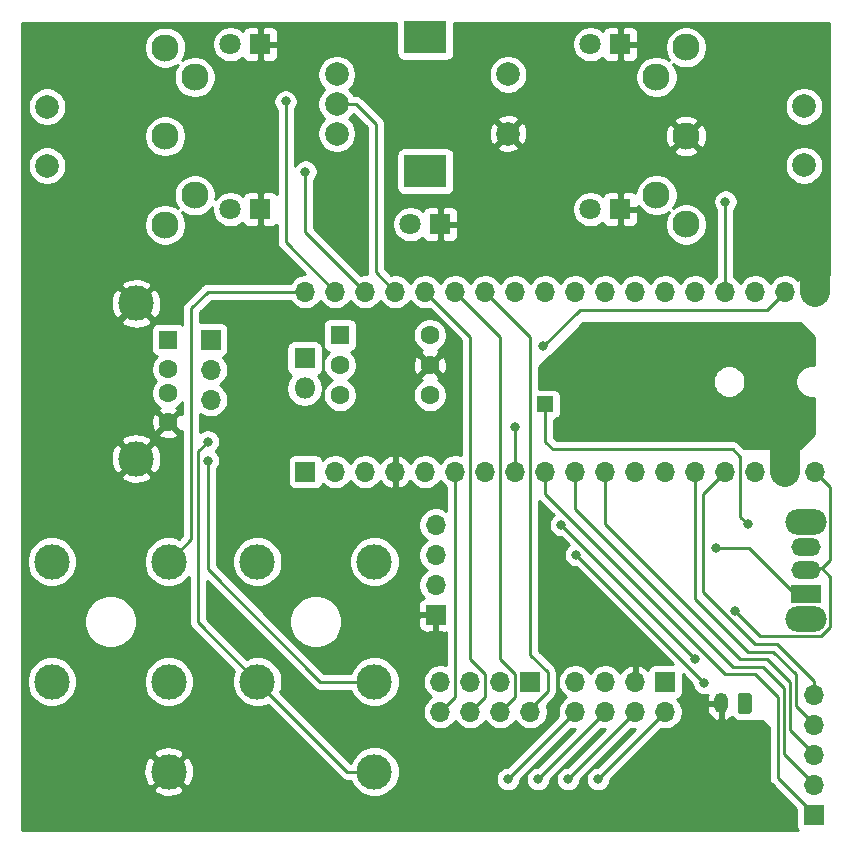
<source format=gbr>
G04 #@! TF.GenerationSoftware,KiCad,Pcbnew,(5.1.5)-3*
G04 #@! TF.CreationDate,2020-01-19T12:10:18+09:00*
G04 #@! TF.ProjectId,MOMI,4d4f4d49-2e6b-4696-9361-645f70636258,rev?*
G04 #@! TF.SameCoordinates,Original*
G04 #@! TF.FileFunction,Copper,L2,Bot*
G04 #@! TF.FilePolarity,Positive*
%FSLAX46Y46*%
G04 Gerber Fmt 4.6, Leading zero omitted, Abs format (unit mm)*
G04 Created by KiCad (PCBNEW (5.1.5)-3) date 2020-01-19 12:10:18*
%MOMM*%
%LPD*%
G04 APERTURE LIST*
%ADD10R,1.350000X1.350000*%
%ADD11C,3.000000*%
%ADD12R,3.600000X2.800000*%
%ADD13C,2.000000*%
%ADD14R,1.800000X1.800000*%
%ADD15C,1.800000*%
%ADD16R,1.700000X1.700000*%
%ADD17O,1.700000X1.700000*%
%ADD18R,1.600000X1.600000*%
%ADD19C,1.600000*%
%ADD20C,0.100000*%
%ADD21O,1.200000X1.750000*%
%ADD22R,2.500000X1.500000*%
%ADD23O,2.500000X1.500000*%
%ADD24O,3.500000X2.200000*%
%ADD25C,2.300000*%
%ADD26O,1.800000X1.800000*%
%ADD27C,0.800000*%
%ADD28C,2.540000*%
%ADD29C,0.250000*%
%ADD30C,0.254000*%
G04 APERTURE END LIST*
D10*
X132080000Y-124460000D03*
D11*
X107694000Y-147955000D03*
X107694000Y-137795000D03*
X117604000Y-137795000D03*
X117604000Y-147955000D03*
X117604000Y-155575000D03*
X100205000Y-155575000D03*
X100205000Y-147955000D03*
X100205000Y-137795000D03*
X90295000Y-137795000D03*
X90295000Y-147955000D03*
D12*
X121920000Y-93345000D03*
X121920000Y-104745000D03*
D13*
X128920000Y-96545000D03*
X128920000Y-101545000D03*
X114420000Y-96545000D03*
X114420000Y-99045000D03*
X114420000Y-101545000D03*
D14*
X138430000Y-107950000D03*
D15*
X135890000Y-107950000D03*
X135890000Y-93980000D03*
D14*
X138430000Y-93980000D03*
X123190000Y-109220000D03*
D15*
X120650000Y-109220000D03*
X105410000Y-93980000D03*
D14*
X107950000Y-93980000D03*
X107950000Y-107950000D03*
D15*
X105410000Y-107950000D03*
D16*
X130810000Y-147955000D03*
D17*
X130810000Y-150495000D03*
X128270000Y-147955000D03*
X128270000Y-150495000D03*
X125730000Y-147955000D03*
X125730000Y-150495000D03*
X123190000Y-147955000D03*
X123190000Y-150495000D03*
X134620000Y-150495000D03*
X134620000Y-147955000D03*
X137160000Y-150495000D03*
X137160000Y-147955000D03*
X139700000Y-150495000D03*
X139700000Y-147955000D03*
X142240000Y-150495000D03*
D16*
X142240000Y-147955000D03*
D11*
X97429500Y-129069000D03*
X97429500Y-115929000D03*
D18*
X100139500Y-118999000D03*
D19*
X100139500Y-121499000D03*
X100139500Y-123499000D03*
X100139500Y-125999000D03*
D16*
X154940000Y-114935000D03*
D17*
X152400000Y-114935000D03*
X149860000Y-114935000D03*
X147320000Y-114935000D03*
X144780000Y-114935000D03*
X142240000Y-114935000D03*
X139700000Y-114935000D03*
X137160000Y-114935000D03*
X134620000Y-114935000D03*
X132080000Y-114935000D03*
X129540000Y-114935000D03*
X127000000Y-114935000D03*
X124460000Y-114935000D03*
X121920000Y-114935000D03*
X119380000Y-114935000D03*
X116840000Y-114935000D03*
X114300000Y-114935000D03*
X111760000Y-114935000D03*
X154940000Y-130175000D03*
X152400000Y-130175000D03*
X149860000Y-130175000D03*
X147320000Y-130175000D03*
X144780000Y-130175000D03*
X142240000Y-130175000D03*
X139700000Y-130175000D03*
X137160000Y-130175000D03*
X134620000Y-130175000D03*
X132080000Y-130175000D03*
X129540000Y-130175000D03*
X127000000Y-130175000D03*
X124460000Y-130175000D03*
X121920000Y-130175000D03*
X119380000Y-130175000D03*
X116840000Y-130175000D03*
X114300000Y-130175000D03*
D16*
X111760000Y-130175000D03*
X154813000Y-159258000D03*
D17*
X154813000Y-156718000D03*
X154813000Y-154178000D03*
X154813000Y-151638000D03*
X154813000Y-149098000D03*
D16*
X122809000Y-142303500D03*
D17*
X122809000Y-139763500D03*
X122809000Y-137223500D03*
X122809000Y-134683500D03*
G04 #@! TA.AperFunction,ComponentPad*
D20*
G36*
X149345505Y-148922704D02*
G01*
X149369773Y-148926304D01*
X149393572Y-148932265D01*
X149416671Y-148940530D01*
X149438850Y-148951020D01*
X149459893Y-148963632D01*
X149479599Y-148978247D01*
X149497777Y-148994723D01*
X149514253Y-149012901D01*
X149528868Y-149032607D01*
X149541480Y-149053650D01*
X149551970Y-149075829D01*
X149560235Y-149098928D01*
X149566196Y-149122727D01*
X149569796Y-149146995D01*
X149571000Y-149171499D01*
X149571000Y-150421501D01*
X149569796Y-150446005D01*
X149566196Y-150470273D01*
X149560235Y-150494072D01*
X149551970Y-150517171D01*
X149541480Y-150539350D01*
X149528868Y-150560393D01*
X149514253Y-150580099D01*
X149497777Y-150598277D01*
X149479599Y-150614753D01*
X149459893Y-150629368D01*
X149438850Y-150641980D01*
X149416671Y-150652470D01*
X149393572Y-150660735D01*
X149369773Y-150666696D01*
X149345505Y-150670296D01*
X149321001Y-150671500D01*
X148620999Y-150671500D01*
X148596495Y-150670296D01*
X148572227Y-150666696D01*
X148548428Y-150660735D01*
X148525329Y-150652470D01*
X148503150Y-150641980D01*
X148482107Y-150629368D01*
X148462401Y-150614753D01*
X148444223Y-150598277D01*
X148427747Y-150580099D01*
X148413132Y-150560393D01*
X148400520Y-150539350D01*
X148390030Y-150517171D01*
X148381765Y-150494072D01*
X148375804Y-150470273D01*
X148372204Y-150446005D01*
X148371000Y-150421501D01*
X148371000Y-149171499D01*
X148372204Y-149146995D01*
X148375804Y-149122727D01*
X148381765Y-149098928D01*
X148390030Y-149075829D01*
X148400520Y-149053650D01*
X148413132Y-149032607D01*
X148427747Y-149012901D01*
X148444223Y-148994723D01*
X148462401Y-148978247D01*
X148482107Y-148963632D01*
X148503150Y-148951020D01*
X148525329Y-148940530D01*
X148548428Y-148932265D01*
X148572227Y-148926304D01*
X148596495Y-148922704D01*
X148620999Y-148921500D01*
X149321001Y-148921500D01*
X149345505Y-148922704D01*
G37*
G04 #@! TD.AperFunction*
D21*
X146971000Y-149796500D03*
D22*
X154114500Y-140525500D03*
D23*
X154114500Y-138525500D03*
X154114500Y-136525500D03*
D24*
X154114500Y-142625500D03*
X154114500Y-134425500D03*
D13*
X89895000Y-99270000D03*
D25*
X102395000Y-106770000D03*
X99895000Y-109270000D03*
X99895000Y-101770000D03*
X99895000Y-94270000D03*
D13*
X89895000Y-104270000D03*
D25*
X102395000Y-96770000D03*
X141489371Y-106744233D03*
D13*
X153989371Y-99244233D03*
D25*
X143989371Y-109244233D03*
X143989371Y-101744233D03*
X143989371Y-94244233D03*
X141489371Y-96744233D03*
D13*
X153989371Y-104244233D03*
D17*
X103759000Y-124079000D03*
X103759000Y-121539000D03*
D16*
X103759000Y-118999000D03*
D18*
X114681000Y-118618000D03*
D19*
X114681000Y-121158000D03*
X114681000Y-123698000D03*
X122301000Y-123698000D03*
X122301000Y-121158000D03*
X122301000Y-118618000D03*
D26*
X111696500Y-123126500D03*
D14*
X111696500Y-120586500D03*
D27*
X88900000Y-133985000D03*
X133477000Y-146431000D03*
X147090000Y-157480000D03*
X118745000Y-121158000D03*
X151196580Y-122488420D03*
X133985000Y-122235000D03*
X103505000Y-127635000D03*
X145542000Y-148082000D03*
X134683500Y-137223500D03*
X144780000Y-146050000D03*
X133413500Y-134683500D03*
X136525000Y-156210000D03*
X133985000Y-156210000D03*
X131445000Y-156210000D03*
X128905000Y-156210000D03*
X146558000Y-136652000D03*
X149225000Y-134620000D03*
X129540000Y-126365000D03*
X131889500Y-119570500D03*
X147320000Y-107315000D03*
X111760000Y-104775000D03*
X110095000Y-98820000D03*
X148145500Y-141986000D03*
X103505000Y-129237500D03*
D28*
X154940000Y-114935000D02*
X154940000Y-112395000D01*
X152400000Y-130175000D02*
X152400000Y-127635000D01*
D29*
X115314000Y-155575000D02*
X107694000Y-147955000D01*
X117604000Y-155575000D02*
X115314000Y-155575000D01*
X103505000Y-127635000D02*
X102679500Y-128460500D01*
X102679500Y-142940500D02*
X107694000Y-147955000D01*
X102679500Y-128460500D02*
X102679500Y-142940500D01*
X117729000Y-100711000D02*
X117729000Y-113284000D01*
X114420000Y-99045000D02*
X116063000Y-99045000D01*
X117729000Y-113284000D02*
X119380000Y-114935000D01*
X116063000Y-99045000D02*
X117729000Y-100711000D01*
X134683500Y-137223500D02*
X145542000Y-148082000D01*
X133413500Y-134683500D02*
X144780000Y-146050000D01*
X142240000Y-150495000D02*
X136525000Y-156210000D01*
X127000000Y-114935000D02*
X130810000Y-118745000D01*
X130810000Y-118745000D02*
X130810000Y-145669998D01*
X130810000Y-145669998D02*
X132270001Y-147129999D01*
X132270001Y-148780001D02*
X130682501Y-150367501D01*
X132270001Y-147129999D02*
X132270001Y-148780001D01*
X139700000Y-150495000D02*
X133985000Y-156210000D01*
X124460000Y-114935000D02*
X128270000Y-118745000D01*
X129540000Y-147320000D02*
X128270000Y-146050000D01*
X128270000Y-150495000D02*
X129540000Y-149225000D01*
X128270000Y-118745000D02*
X128270000Y-146050000D01*
X129540000Y-149225000D02*
X129540000Y-147320000D01*
X137160000Y-150495000D02*
X131445000Y-156210000D01*
X121920000Y-114935000D02*
X125730000Y-118745000D01*
X125730000Y-118745000D02*
X125730000Y-130175000D01*
X125730000Y-130175000D02*
X125730000Y-146050000D01*
X127000000Y-147320000D02*
X125730000Y-146050000D01*
X125730000Y-150495000D02*
X127000000Y-149225000D01*
X127000000Y-149225000D02*
X127000000Y-147320000D01*
X134620000Y-150495000D02*
X128905000Y-156210000D01*
X124460000Y-149225000D02*
X123190000Y-150495000D01*
X124460000Y-130175000D02*
X124460000Y-149225000D01*
X103505000Y-114935000D02*
X111760000Y-114935000D01*
X102110000Y-116330000D02*
X103505000Y-114935000D01*
X100205000Y-137795000D02*
X102110000Y-135890000D01*
X102110000Y-135890000D02*
X102110000Y-116330000D01*
X152400000Y-139700000D02*
X153511250Y-140811250D01*
X146558000Y-136652000D02*
X149352000Y-136652000D01*
X149352000Y-136652000D02*
X152400000Y-139700000D01*
X148590000Y-133985000D02*
X149225000Y-134620000D01*
X149225000Y-134620000D02*
X149225000Y-134620000D01*
X148590000Y-133985000D02*
X148590000Y-128905000D01*
X148590000Y-128905000D02*
X147955000Y-128270000D01*
X147955000Y-128270000D02*
X132715000Y-128270000D01*
X132080000Y-127635000D02*
X132080000Y-124460000D01*
X132715000Y-128270000D02*
X132080000Y-127635000D01*
X129540000Y-126365000D02*
X129540000Y-130175000D01*
X152400000Y-114935000D02*
X150876000Y-116459000D01*
X150876000Y-116459000D02*
X135001000Y-116459000D01*
X135001000Y-116459000D02*
X131889500Y-119570500D01*
X131889500Y-119570500D02*
X131889500Y-119570500D01*
X147320000Y-114935000D02*
X147320000Y-107315000D01*
X147320000Y-107315000D02*
X147320000Y-107315000D01*
X111760000Y-109855000D02*
X116840000Y-114935000D01*
X111760000Y-104775000D02*
X111760000Y-109855000D01*
X110095000Y-110730000D02*
X114300000Y-114935000D01*
X110095000Y-98820000D02*
X110095000Y-110730000D01*
X155487500Y-138335000D02*
X156210000Y-137612500D01*
X156210000Y-131445000D02*
X154940000Y-130175000D01*
X156210000Y-137612500D02*
X156210000Y-131445000D01*
X148145500Y-141986000D02*
X150241000Y-144081500D01*
X150241000Y-144081500D02*
X155448000Y-144081500D01*
X155448000Y-144081500D02*
X156210000Y-143319500D01*
X156210000Y-139057500D02*
X155487500Y-138335000D01*
X155487500Y-138335000D02*
X153987500Y-138335000D01*
X156210000Y-143319500D02*
X156210000Y-139057500D01*
X147320000Y-130175000D02*
X145415000Y-132080000D01*
X145415000Y-132080000D02*
X145415000Y-140335000D01*
X145415000Y-140335000D02*
X149860000Y-144780000D01*
X154813000Y-147895919D02*
X151697081Y-144780000D01*
X154813000Y-149098000D02*
X154813000Y-147895919D01*
X151697081Y-144780000D02*
X149860000Y-144780000D01*
X153289000Y-149987000D02*
X154813000Y-151511000D01*
X144780000Y-130175000D02*
X144780000Y-140970000D01*
X144780000Y-140970000D02*
X149225000Y-145415000D01*
X153289000Y-149987000D02*
X153289000Y-147320000D01*
X151384000Y-145415000D02*
X149225000Y-145415000D01*
X153289000Y-147320000D02*
X151384000Y-145415000D01*
X152781000Y-152019000D02*
X154813000Y-154051000D01*
X137160000Y-130175000D02*
X137160000Y-134620000D01*
X137160000Y-134620000D02*
X148590000Y-146050000D01*
X152781000Y-152019000D02*
X152781000Y-147955000D01*
X150876000Y-146050000D02*
X148590000Y-146050000D01*
X152781000Y-147955000D02*
X150876000Y-146050000D01*
X152273000Y-154051000D02*
X154813000Y-156591000D01*
X134620000Y-130175000D02*
X134620000Y-133350000D01*
X134620000Y-133350000D02*
X147955000Y-146685000D01*
X147955000Y-146685000D02*
X150495000Y-146685000D01*
X152273000Y-154051000D02*
X152273000Y-148590000D01*
X152273000Y-148590000D02*
X152273000Y-148463000D01*
X152273000Y-148463000D02*
X150495000Y-146685000D01*
X151765000Y-156083000D02*
X154813000Y-159131000D01*
X132080000Y-130175000D02*
X132080000Y-132080000D01*
X132080000Y-132080000D02*
X147320000Y-147320000D01*
X147320000Y-147320000D02*
X149860000Y-147320000D01*
X149860000Y-147320000D02*
X151765000Y-149225000D01*
X151765000Y-149225000D02*
X151765000Y-156083000D01*
X103505000Y-129237500D02*
X103505000Y-138430000D01*
X113030000Y-147955000D02*
X117604000Y-147955000D01*
X103505000Y-138430000D02*
X113030000Y-147955000D01*
D30*
G36*
X154813000Y-118797606D02*
G01*
X154813000Y-121178273D01*
X154771411Y-121170000D01*
X154498589Y-121170000D01*
X154231011Y-121223225D01*
X153978957Y-121327629D01*
X153752114Y-121479201D01*
X153559201Y-121672114D01*
X153407629Y-121898957D01*
X153303225Y-122151011D01*
X153250000Y-122418589D01*
X153250000Y-122691411D01*
X153303225Y-122958989D01*
X153407629Y-123211043D01*
X153559201Y-123437886D01*
X153752114Y-123630799D01*
X153978957Y-123782371D01*
X154231011Y-123886775D01*
X154498589Y-123940000D01*
X154771411Y-123940000D01*
X154813000Y-123931727D01*
X154813000Y-126947394D01*
X153617394Y-128143000D01*
X148902802Y-128143000D01*
X148518803Y-127759002D01*
X148495001Y-127729999D01*
X148379276Y-127635026D01*
X148247247Y-127564454D01*
X148103986Y-127520997D01*
X147992333Y-127510000D01*
X147992322Y-127510000D01*
X147955000Y-127506324D01*
X147917678Y-127510000D01*
X133029802Y-127510000D01*
X132840000Y-127320199D01*
X132840000Y-125764701D01*
X132879482Y-125760812D01*
X132999180Y-125724502D01*
X133109494Y-125665537D01*
X133206185Y-125586185D01*
X133285537Y-125489494D01*
X133344502Y-125379180D01*
X133380812Y-125259482D01*
X133393072Y-125135000D01*
X133393072Y-123785000D01*
X133380812Y-123660518D01*
X133344502Y-123540820D01*
X133285537Y-123430506D01*
X133206185Y-123333815D01*
X133109494Y-123254463D01*
X132999180Y-123195498D01*
X132879482Y-123159188D01*
X132755000Y-123146928D01*
X131572000Y-123146928D01*
X131572000Y-122418589D01*
X146250000Y-122418589D01*
X146250000Y-122691411D01*
X146303225Y-122958989D01*
X146407629Y-123211043D01*
X146559201Y-123437886D01*
X146752114Y-123630799D01*
X146978957Y-123782371D01*
X147231011Y-123886775D01*
X147498589Y-123940000D01*
X147771411Y-123940000D01*
X148038989Y-123886775D01*
X148291043Y-123782371D01*
X148517886Y-123630799D01*
X148710799Y-123437886D01*
X148862371Y-123211043D01*
X148966775Y-122958989D01*
X149020000Y-122691411D01*
X149020000Y-122418589D01*
X148966775Y-122151011D01*
X148862371Y-121898957D01*
X148710799Y-121672114D01*
X148517886Y-121479201D01*
X148291043Y-121327629D01*
X148038989Y-121223225D01*
X147771411Y-121170000D01*
X147498589Y-121170000D01*
X147231011Y-121223225D01*
X146978957Y-121327629D01*
X146752114Y-121479201D01*
X146559201Y-121672114D01*
X146407629Y-121898957D01*
X146303225Y-122151011D01*
X146250000Y-122418589D01*
X131572000Y-122418589D01*
X131572000Y-121337606D01*
X132506766Y-120402840D01*
X132549274Y-120374437D01*
X132693437Y-120230274D01*
X132721840Y-120187766D01*
X135307606Y-117602000D01*
X153617394Y-117602000D01*
X154813000Y-118797606D01*
G37*
X154813000Y-118797606D02*
X154813000Y-121178273D01*
X154771411Y-121170000D01*
X154498589Y-121170000D01*
X154231011Y-121223225D01*
X153978957Y-121327629D01*
X153752114Y-121479201D01*
X153559201Y-121672114D01*
X153407629Y-121898957D01*
X153303225Y-122151011D01*
X153250000Y-122418589D01*
X153250000Y-122691411D01*
X153303225Y-122958989D01*
X153407629Y-123211043D01*
X153559201Y-123437886D01*
X153752114Y-123630799D01*
X153978957Y-123782371D01*
X154231011Y-123886775D01*
X154498589Y-123940000D01*
X154771411Y-123940000D01*
X154813000Y-123931727D01*
X154813000Y-126947394D01*
X153617394Y-128143000D01*
X148902802Y-128143000D01*
X148518803Y-127759002D01*
X148495001Y-127729999D01*
X148379276Y-127635026D01*
X148247247Y-127564454D01*
X148103986Y-127520997D01*
X147992333Y-127510000D01*
X147992322Y-127510000D01*
X147955000Y-127506324D01*
X147917678Y-127510000D01*
X133029802Y-127510000D01*
X132840000Y-127320199D01*
X132840000Y-125764701D01*
X132879482Y-125760812D01*
X132999180Y-125724502D01*
X133109494Y-125665537D01*
X133206185Y-125586185D01*
X133285537Y-125489494D01*
X133344502Y-125379180D01*
X133380812Y-125259482D01*
X133393072Y-125135000D01*
X133393072Y-123785000D01*
X133380812Y-123660518D01*
X133344502Y-123540820D01*
X133285537Y-123430506D01*
X133206185Y-123333815D01*
X133109494Y-123254463D01*
X132999180Y-123195498D01*
X132879482Y-123159188D01*
X132755000Y-123146928D01*
X131572000Y-123146928D01*
X131572000Y-122418589D01*
X146250000Y-122418589D01*
X146250000Y-122691411D01*
X146303225Y-122958989D01*
X146407629Y-123211043D01*
X146559201Y-123437886D01*
X146752114Y-123630799D01*
X146978957Y-123782371D01*
X147231011Y-123886775D01*
X147498589Y-123940000D01*
X147771411Y-123940000D01*
X148038989Y-123886775D01*
X148291043Y-123782371D01*
X148517886Y-123630799D01*
X148710799Y-123437886D01*
X148862371Y-123211043D01*
X148966775Y-122958989D01*
X149020000Y-122691411D01*
X149020000Y-122418589D01*
X148966775Y-122151011D01*
X148862371Y-121898957D01*
X148710799Y-121672114D01*
X148517886Y-121479201D01*
X148291043Y-121327629D01*
X148038989Y-121223225D01*
X147771411Y-121170000D01*
X147498589Y-121170000D01*
X147231011Y-121223225D01*
X146978957Y-121327629D01*
X146752114Y-121479201D01*
X146559201Y-121672114D01*
X146407629Y-121898957D01*
X146303225Y-122151011D01*
X146250000Y-122418589D01*
X131572000Y-122418589D01*
X131572000Y-121337606D01*
X132506766Y-120402840D01*
X132549274Y-120374437D01*
X132693437Y-120230274D01*
X132721840Y-120187766D01*
X135307606Y-117602000D01*
X153617394Y-117602000D01*
X154813000Y-118797606D01*
G36*
X119481928Y-94745000D02*
G01*
X119494188Y-94869482D01*
X119530498Y-94989180D01*
X119589463Y-95099494D01*
X119668815Y-95196185D01*
X119765506Y-95275537D01*
X119875820Y-95334502D01*
X119995518Y-95370812D01*
X120120000Y-95383072D01*
X123720000Y-95383072D01*
X123844482Y-95370812D01*
X123964180Y-95334502D01*
X124074494Y-95275537D01*
X124171185Y-95196185D01*
X124250537Y-95099494D01*
X124309502Y-94989180D01*
X124345812Y-94869482D01*
X124358072Y-94745000D01*
X124358072Y-93828816D01*
X134355000Y-93828816D01*
X134355000Y-94131184D01*
X134413989Y-94427743D01*
X134529701Y-94707095D01*
X134697688Y-94958505D01*
X134911495Y-95172312D01*
X135162905Y-95340299D01*
X135442257Y-95456011D01*
X135738816Y-95515000D01*
X136041184Y-95515000D01*
X136337743Y-95456011D01*
X136617095Y-95340299D01*
X136868505Y-95172312D01*
X136934944Y-95105873D01*
X136940498Y-95124180D01*
X136999463Y-95234494D01*
X137078815Y-95331185D01*
X137175506Y-95410537D01*
X137285820Y-95469502D01*
X137405518Y-95505812D01*
X137530000Y-95518072D01*
X138144250Y-95515000D01*
X138303000Y-95356250D01*
X138303000Y-94107000D01*
X138557000Y-94107000D01*
X138557000Y-95356250D01*
X138715750Y-95515000D01*
X139330000Y-95518072D01*
X139454482Y-95505812D01*
X139574180Y-95469502D01*
X139684494Y-95410537D01*
X139781185Y-95331185D01*
X139860537Y-95234494D01*
X139919502Y-95124180D01*
X139955812Y-95004482D01*
X139968072Y-94880000D01*
X139965000Y-94265750D01*
X139806250Y-94107000D01*
X138557000Y-94107000D01*
X138303000Y-94107000D01*
X138283000Y-94107000D01*
X138283000Y-93853000D01*
X138303000Y-93853000D01*
X138303000Y-92603750D01*
X138557000Y-92603750D01*
X138557000Y-93853000D01*
X139806250Y-93853000D01*
X139965000Y-93694250D01*
X139968072Y-93080000D01*
X139955812Y-92955518D01*
X139919502Y-92835820D01*
X139860537Y-92725506D01*
X139781185Y-92628815D01*
X139684494Y-92549463D01*
X139574180Y-92490498D01*
X139454482Y-92454188D01*
X139330000Y-92441928D01*
X138715750Y-92445000D01*
X138557000Y-92603750D01*
X138303000Y-92603750D01*
X138144250Y-92445000D01*
X137530000Y-92441928D01*
X137405518Y-92454188D01*
X137285820Y-92490498D01*
X137175506Y-92549463D01*
X137078815Y-92628815D01*
X136999463Y-92725506D01*
X136940498Y-92835820D01*
X136934944Y-92854127D01*
X136868505Y-92787688D01*
X136617095Y-92619701D01*
X136337743Y-92503989D01*
X136041184Y-92445000D01*
X135738816Y-92445000D01*
X135442257Y-92503989D01*
X135162905Y-92619701D01*
X134911495Y-92787688D01*
X134697688Y-93001495D01*
X134529701Y-93252905D01*
X134413989Y-93532257D01*
X134355000Y-93828816D01*
X124358072Y-93828816D01*
X124358072Y-92202000D01*
X156083000Y-92202000D01*
X156083000Y-113521593D01*
X156034180Y-113495498D01*
X155914482Y-113459188D01*
X155790000Y-113446928D01*
X155225750Y-113450000D01*
X155067000Y-113608750D01*
X155067000Y-114808000D01*
X154813000Y-114808000D01*
X154813000Y-113608750D01*
X154654250Y-113450000D01*
X154090000Y-113446928D01*
X153965518Y-113459188D01*
X153845820Y-113495498D01*
X153735506Y-113554463D01*
X153638815Y-113633815D01*
X153559463Y-113730506D01*
X153500498Y-113840820D01*
X153478487Y-113913380D01*
X153346632Y-113781525D01*
X153103411Y-113619010D01*
X152833158Y-113507068D01*
X152546260Y-113450000D01*
X152253740Y-113450000D01*
X151966842Y-113507068D01*
X151696589Y-113619010D01*
X151453368Y-113781525D01*
X151246525Y-113988368D01*
X151130000Y-114162760D01*
X151013475Y-113988368D01*
X150806632Y-113781525D01*
X150563411Y-113619010D01*
X150293158Y-113507068D01*
X150006260Y-113450000D01*
X149713740Y-113450000D01*
X149426842Y-113507068D01*
X149156589Y-113619010D01*
X148913368Y-113781525D01*
X148706525Y-113988368D01*
X148590000Y-114162760D01*
X148473475Y-113988368D01*
X148266632Y-113781525D01*
X148080000Y-113656822D01*
X148080000Y-108018711D01*
X148123937Y-107974774D01*
X148237205Y-107805256D01*
X148315226Y-107616898D01*
X148355000Y-107416939D01*
X148355000Y-107213061D01*
X148315226Y-107013102D01*
X148237205Y-106824744D01*
X148123937Y-106655226D01*
X147979774Y-106511063D01*
X147810256Y-106397795D01*
X147621898Y-106319774D01*
X147421939Y-106280000D01*
X147218061Y-106280000D01*
X147018102Y-106319774D01*
X146829744Y-106397795D01*
X146660226Y-106511063D01*
X146516063Y-106655226D01*
X146402795Y-106824744D01*
X146324774Y-107013102D01*
X146285000Y-107213061D01*
X146285000Y-107416939D01*
X146324774Y-107616898D01*
X146402795Y-107805256D01*
X146516063Y-107974774D01*
X146560001Y-108018712D01*
X146560000Y-113656821D01*
X146373368Y-113781525D01*
X146166525Y-113988368D01*
X146050000Y-114162760D01*
X145933475Y-113988368D01*
X145726632Y-113781525D01*
X145483411Y-113619010D01*
X145213158Y-113507068D01*
X144926260Y-113450000D01*
X144633740Y-113450000D01*
X144346842Y-113507068D01*
X144076589Y-113619010D01*
X143833368Y-113781525D01*
X143626525Y-113988368D01*
X143510000Y-114162760D01*
X143393475Y-113988368D01*
X143186632Y-113781525D01*
X142943411Y-113619010D01*
X142673158Y-113507068D01*
X142386260Y-113450000D01*
X142093740Y-113450000D01*
X141806842Y-113507068D01*
X141536589Y-113619010D01*
X141293368Y-113781525D01*
X141086525Y-113988368D01*
X140970000Y-114162760D01*
X140853475Y-113988368D01*
X140646632Y-113781525D01*
X140403411Y-113619010D01*
X140133158Y-113507068D01*
X139846260Y-113450000D01*
X139553740Y-113450000D01*
X139266842Y-113507068D01*
X138996589Y-113619010D01*
X138753368Y-113781525D01*
X138546525Y-113988368D01*
X138430000Y-114162760D01*
X138313475Y-113988368D01*
X138106632Y-113781525D01*
X137863411Y-113619010D01*
X137593158Y-113507068D01*
X137306260Y-113450000D01*
X137013740Y-113450000D01*
X136726842Y-113507068D01*
X136456589Y-113619010D01*
X136213368Y-113781525D01*
X136006525Y-113988368D01*
X135890000Y-114162760D01*
X135773475Y-113988368D01*
X135566632Y-113781525D01*
X135323411Y-113619010D01*
X135053158Y-113507068D01*
X134766260Y-113450000D01*
X134473740Y-113450000D01*
X134186842Y-113507068D01*
X133916589Y-113619010D01*
X133673368Y-113781525D01*
X133466525Y-113988368D01*
X133350000Y-114162760D01*
X133233475Y-113988368D01*
X133026632Y-113781525D01*
X132783411Y-113619010D01*
X132513158Y-113507068D01*
X132226260Y-113450000D01*
X131933740Y-113450000D01*
X131646842Y-113507068D01*
X131376589Y-113619010D01*
X131133368Y-113781525D01*
X130926525Y-113988368D01*
X130810000Y-114162760D01*
X130693475Y-113988368D01*
X130486632Y-113781525D01*
X130243411Y-113619010D01*
X129973158Y-113507068D01*
X129686260Y-113450000D01*
X129393740Y-113450000D01*
X129106842Y-113507068D01*
X128836589Y-113619010D01*
X128593368Y-113781525D01*
X128386525Y-113988368D01*
X128270000Y-114162760D01*
X128153475Y-113988368D01*
X127946632Y-113781525D01*
X127703411Y-113619010D01*
X127433158Y-113507068D01*
X127146260Y-113450000D01*
X126853740Y-113450000D01*
X126566842Y-113507068D01*
X126296589Y-113619010D01*
X126053368Y-113781525D01*
X125846525Y-113988368D01*
X125730000Y-114162760D01*
X125613475Y-113988368D01*
X125406632Y-113781525D01*
X125163411Y-113619010D01*
X124893158Y-113507068D01*
X124606260Y-113450000D01*
X124313740Y-113450000D01*
X124026842Y-113507068D01*
X123756589Y-113619010D01*
X123513368Y-113781525D01*
X123306525Y-113988368D01*
X123190000Y-114162760D01*
X123073475Y-113988368D01*
X122866632Y-113781525D01*
X122623411Y-113619010D01*
X122353158Y-113507068D01*
X122066260Y-113450000D01*
X121773740Y-113450000D01*
X121486842Y-113507068D01*
X121216589Y-113619010D01*
X120973368Y-113781525D01*
X120766525Y-113988368D01*
X120650000Y-114162760D01*
X120533475Y-113988368D01*
X120326632Y-113781525D01*
X120083411Y-113619010D01*
X119813158Y-113507068D01*
X119526260Y-113450000D01*
X119233740Y-113450000D01*
X119013592Y-113493791D01*
X118489000Y-112969199D01*
X118489000Y-109068816D01*
X119115000Y-109068816D01*
X119115000Y-109371184D01*
X119173989Y-109667743D01*
X119289701Y-109947095D01*
X119457688Y-110198505D01*
X119671495Y-110412312D01*
X119922905Y-110580299D01*
X120202257Y-110696011D01*
X120498816Y-110755000D01*
X120801184Y-110755000D01*
X121097743Y-110696011D01*
X121377095Y-110580299D01*
X121628505Y-110412312D01*
X121694944Y-110345873D01*
X121700498Y-110364180D01*
X121759463Y-110474494D01*
X121838815Y-110571185D01*
X121935506Y-110650537D01*
X122045820Y-110709502D01*
X122165518Y-110745812D01*
X122290000Y-110758072D01*
X122904250Y-110755000D01*
X123063000Y-110596250D01*
X123063000Y-109347000D01*
X123317000Y-109347000D01*
X123317000Y-110596250D01*
X123475750Y-110755000D01*
X124090000Y-110758072D01*
X124214482Y-110745812D01*
X124334180Y-110709502D01*
X124444494Y-110650537D01*
X124541185Y-110571185D01*
X124620537Y-110474494D01*
X124679502Y-110364180D01*
X124715812Y-110244482D01*
X124728072Y-110120000D01*
X124725000Y-109505750D01*
X124566250Y-109347000D01*
X123317000Y-109347000D01*
X123063000Y-109347000D01*
X123043000Y-109347000D01*
X123043000Y-109093000D01*
X123063000Y-109093000D01*
X123063000Y-107843750D01*
X123317000Y-107843750D01*
X123317000Y-109093000D01*
X124566250Y-109093000D01*
X124725000Y-108934250D01*
X124728072Y-108320000D01*
X124715812Y-108195518D01*
X124679502Y-108075820D01*
X124620537Y-107965506D01*
X124541185Y-107868815D01*
X124455891Y-107798816D01*
X134355000Y-107798816D01*
X134355000Y-108101184D01*
X134413989Y-108397743D01*
X134529701Y-108677095D01*
X134697688Y-108928505D01*
X134911495Y-109142312D01*
X135162905Y-109310299D01*
X135442257Y-109426011D01*
X135738816Y-109485000D01*
X136041184Y-109485000D01*
X136337743Y-109426011D01*
X136617095Y-109310299D01*
X136868505Y-109142312D01*
X136934944Y-109075873D01*
X136940498Y-109094180D01*
X136999463Y-109204494D01*
X137078815Y-109301185D01*
X137175506Y-109380537D01*
X137285820Y-109439502D01*
X137405518Y-109475812D01*
X137530000Y-109488072D01*
X138144250Y-109485000D01*
X138303000Y-109326250D01*
X138303000Y-108077000D01*
X138557000Y-108077000D01*
X138557000Y-109326250D01*
X138715750Y-109485000D01*
X139330000Y-109488072D01*
X139454482Y-109475812D01*
X139574180Y-109439502D01*
X139684494Y-109380537D01*
X139781185Y-109301185D01*
X139860537Y-109204494D01*
X139919502Y-109094180D01*
X139955812Y-108974482D01*
X139968072Y-108850000D01*
X139965000Y-108235750D01*
X139806250Y-108077000D01*
X138557000Y-108077000D01*
X138303000Y-108077000D01*
X138283000Y-108077000D01*
X138283000Y-107823000D01*
X138303000Y-107823000D01*
X138303000Y-106573750D01*
X138557000Y-106573750D01*
X138557000Y-107823000D01*
X139806250Y-107823000D01*
X139960387Y-107668863D01*
X140102871Y-107882104D01*
X140351500Y-108130733D01*
X140643856Y-108326080D01*
X140968706Y-108460637D01*
X141313564Y-108529233D01*
X141665178Y-108529233D01*
X142010036Y-108460637D01*
X142334886Y-108326080D01*
X142553795Y-108179809D01*
X142407524Y-108398718D01*
X142272967Y-108723568D01*
X142204371Y-109068426D01*
X142204371Y-109420040D01*
X142272967Y-109764898D01*
X142407524Y-110089748D01*
X142602871Y-110382104D01*
X142851500Y-110630733D01*
X143143856Y-110826080D01*
X143468706Y-110960637D01*
X143813564Y-111029233D01*
X144165178Y-111029233D01*
X144510036Y-110960637D01*
X144834886Y-110826080D01*
X145127242Y-110630733D01*
X145375871Y-110382104D01*
X145571218Y-110089748D01*
X145705775Y-109764898D01*
X145774371Y-109420040D01*
X145774371Y-109068426D01*
X145705775Y-108723568D01*
X145571218Y-108398718D01*
X145375871Y-108106362D01*
X145127242Y-107857733D01*
X144834886Y-107662386D01*
X144510036Y-107527829D01*
X144165178Y-107459233D01*
X143813564Y-107459233D01*
X143468706Y-107527829D01*
X143143856Y-107662386D01*
X142924947Y-107808657D01*
X143071218Y-107589748D01*
X143205775Y-107264898D01*
X143274371Y-106920040D01*
X143274371Y-106568426D01*
X143205775Y-106223568D01*
X143071218Y-105898718D01*
X142875871Y-105606362D01*
X142627242Y-105357733D01*
X142334886Y-105162386D01*
X142010036Y-105027829D01*
X141665178Y-104959233D01*
X141313564Y-104959233D01*
X140968706Y-105027829D01*
X140643856Y-105162386D01*
X140351500Y-105357733D01*
X140102871Y-105606362D01*
X139907524Y-105898718D01*
X139772967Y-106223568D01*
X139709954Y-106540358D01*
X139684494Y-106519463D01*
X139574180Y-106460498D01*
X139454482Y-106424188D01*
X139330000Y-106411928D01*
X138715750Y-106415000D01*
X138557000Y-106573750D01*
X138303000Y-106573750D01*
X138144250Y-106415000D01*
X137530000Y-106411928D01*
X137405518Y-106424188D01*
X137285820Y-106460498D01*
X137175506Y-106519463D01*
X137078815Y-106598815D01*
X136999463Y-106695506D01*
X136940498Y-106805820D01*
X136934944Y-106824127D01*
X136868505Y-106757688D01*
X136617095Y-106589701D01*
X136337743Y-106473989D01*
X136041184Y-106415000D01*
X135738816Y-106415000D01*
X135442257Y-106473989D01*
X135162905Y-106589701D01*
X134911495Y-106757688D01*
X134697688Y-106971495D01*
X134529701Y-107222905D01*
X134413989Y-107502257D01*
X134355000Y-107798816D01*
X124455891Y-107798816D01*
X124444494Y-107789463D01*
X124334180Y-107730498D01*
X124214482Y-107694188D01*
X124090000Y-107681928D01*
X123475750Y-107685000D01*
X123317000Y-107843750D01*
X123063000Y-107843750D01*
X122904250Y-107685000D01*
X122290000Y-107681928D01*
X122165518Y-107694188D01*
X122045820Y-107730498D01*
X121935506Y-107789463D01*
X121838815Y-107868815D01*
X121759463Y-107965506D01*
X121700498Y-108075820D01*
X121694944Y-108094127D01*
X121628505Y-108027688D01*
X121377095Y-107859701D01*
X121097743Y-107743989D01*
X120801184Y-107685000D01*
X120498816Y-107685000D01*
X120202257Y-107743989D01*
X119922905Y-107859701D01*
X119671495Y-108027688D01*
X119457688Y-108241495D01*
X119289701Y-108492905D01*
X119173989Y-108772257D01*
X119115000Y-109068816D01*
X118489000Y-109068816D01*
X118489000Y-103345000D01*
X119481928Y-103345000D01*
X119481928Y-106145000D01*
X119494188Y-106269482D01*
X119530498Y-106389180D01*
X119589463Y-106499494D01*
X119668815Y-106596185D01*
X119765506Y-106675537D01*
X119875820Y-106734502D01*
X119995518Y-106770812D01*
X120120000Y-106783072D01*
X123720000Y-106783072D01*
X123844482Y-106770812D01*
X123964180Y-106734502D01*
X124074494Y-106675537D01*
X124171185Y-106596185D01*
X124250537Y-106499494D01*
X124309502Y-106389180D01*
X124345812Y-106269482D01*
X124358072Y-106145000D01*
X124358072Y-104083200D01*
X152354371Y-104083200D01*
X152354371Y-104405266D01*
X152417203Y-104721145D01*
X152540453Y-105018696D01*
X152719384Y-105286485D01*
X152947119Y-105514220D01*
X153214908Y-105693151D01*
X153512459Y-105816401D01*
X153828338Y-105879233D01*
X154150404Y-105879233D01*
X154466283Y-105816401D01*
X154763834Y-105693151D01*
X155031623Y-105514220D01*
X155259358Y-105286485D01*
X155438289Y-105018696D01*
X155561539Y-104721145D01*
X155624371Y-104405266D01*
X155624371Y-104083200D01*
X155561539Y-103767321D01*
X155438289Y-103469770D01*
X155259358Y-103201981D01*
X155031623Y-102974246D01*
X154763834Y-102795315D01*
X154466283Y-102672065D01*
X154150404Y-102609233D01*
X153828338Y-102609233D01*
X153512459Y-102672065D01*
X153214908Y-102795315D01*
X152947119Y-102974246D01*
X152719384Y-103201981D01*
X152540453Y-103469770D01*
X152417203Y-103767321D01*
X152354371Y-104083200D01*
X124358072Y-104083200D01*
X124358072Y-103345000D01*
X124345812Y-103220518D01*
X124309502Y-103100820D01*
X124250537Y-102990506D01*
X124171185Y-102893815D01*
X124074494Y-102814463D01*
X123964180Y-102755498D01*
X123844482Y-102719188D01*
X123720000Y-102706928D01*
X120120000Y-102706928D01*
X119995518Y-102719188D01*
X119875820Y-102755498D01*
X119765506Y-102814463D01*
X119668815Y-102893815D01*
X119589463Y-102990506D01*
X119530498Y-103100820D01*
X119494188Y-103220518D01*
X119481928Y-103345000D01*
X118489000Y-103345000D01*
X118489000Y-102680413D01*
X127964192Y-102680413D01*
X128059956Y-102944814D01*
X128349571Y-103085704D01*
X128661108Y-103167384D01*
X128982595Y-103186718D01*
X129301675Y-103142961D01*
X129606088Y-103037795D01*
X129701901Y-102986582D01*
X142926627Y-102986582D01*
X143040489Y-103266323D01*
X143355667Y-103422194D01*
X143695197Y-103513582D01*
X144046032Y-103536974D01*
X144394690Y-103491473D01*
X144727771Y-103378827D01*
X144938253Y-103266323D01*
X145052115Y-102986582D01*
X143989371Y-101923838D01*
X142926627Y-102986582D01*
X129701901Y-102986582D01*
X129780044Y-102944814D01*
X129875808Y-102680413D01*
X128920000Y-101724605D01*
X127964192Y-102680413D01*
X118489000Y-102680413D01*
X118489000Y-101607595D01*
X127278282Y-101607595D01*
X127322039Y-101926675D01*
X127427205Y-102231088D01*
X127520186Y-102405044D01*
X127784587Y-102500808D01*
X128740395Y-101545000D01*
X129099605Y-101545000D01*
X130055413Y-102500808D01*
X130319814Y-102405044D01*
X130460704Y-102115429D01*
X130542384Y-101803892D01*
X130542564Y-101800894D01*
X142196630Y-101800894D01*
X142242131Y-102149552D01*
X142354777Y-102482633D01*
X142467281Y-102693115D01*
X142747022Y-102806977D01*
X143809766Y-101744233D01*
X144168976Y-101744233D01*
X145231720Y-102806977D01*
X145511461Y-102693115D01*
X145667332Y-102377937D01*
X145758720Y-102038407D01*
X145782112Y-101687572D01*
X145736611Y-101338914D01*
X145623965Y-101005833D01*
X145511461Y-100795351D01*
X145231720Y-100681489D01*
X144168976Y-101744233D01*
X143809766Y-101744233D01*
X142747022Y-100681489D01*
X142467281Y-100795351D01*
X142311410Y-101110529D01*
X142220022Y-101450059D01*
X142196630Y-101800894D01*
X130542564Y-101800894D01*
X130561718Y-101482405D01*
X130517961Y-101163325D01*
X130412795Y-100858912D01*
X130319814Y-100684956D01*
X130055413Y-100589192D01*
X129099605Y-101545000D01*
X128740395Y-101545000D01*
X127784587Y-100589192D01*
X127520186Y-100684956D01*
X127379296Y-100974571D01*
X127297616Y-101286108D01*
X127278282Y-101607595D01*
X118489000Y-101607595D01*
X118489000Y-100748325D01*
X118492676Y-100711000D01*
X118489000Y-100673675D01*
X118489000Y-100673667D01*
X118478003Y-100562014D01*
X118434546Y-100418753D01*
X118429647Y-100409587D01*
X127964192Y-100409587D01*
X128920000Y-101365395D01*
X129783511Y-100501884D01*
X142926627Y-100501884D01*
X143989371Y-101564628D01*
X145052115Y-100501884D01*
X144938253Y-100222143D01*
X144623075Y-100066272D01*
X144283545Y-99974884D01*
X143932710Y-99951492D01*
X143584052Y-99996993D01*
X143250971Y-100109639D01*
X143040489Y-100222143D01*
X142926627Y-100501884D01*
X129783511Y-100501884D01*
X129875808Y-100409587D01*
X129780044Y-100145186D01*
X129490429Y-100004296D01*
X129178892Y-99922616D01*
X128857405Y-99903282D01*
X128538325Y-99947039D01*
X128233912Y-100052205D01*
X128059956Y-100145186D01*
X127964192Y-100409587D01*
X118429647Y-100409587D01*
X118363974Y-100286724D01*
X118269001Y-100170999D01*
X118240004Y-100147202D01*
X117176002Y-99083200D01*
X152354371Y-99083200D01*
X152354371Y-99405266D01*
X152417203Y-99721145D01*
X152540453Y-100018696D01*
X152719384Y-100286485D01*
X152947119Y-100514220D01*
X153214908Y-100693151D01*
X153512459Y-100816401D01*
X153828338Y-100879233D01*
X154150404Y-100879233D01*
X154466283Y-100816401D01*
X154763834Y-100693151D01*
X155031623Y-100514220D01*
X155259358Y-100286485D01*
X155438289Y-100018696D01*
X155561539Y-99721145D01*
X155624371Y-99405266D01*
X155624371Y-99083200D01*
X155561539Y-98767321D01*
X155438289Y-98469770D01*
X155259358Y-98201981D01*
X155031623Y-97974246D01*
X154763834Y-97795315D01*
X154466283Y-97672065D01*
X154150404Y-97609233D01*
X153828338Y-97609233D01*
X153512459Y-97672065D01*
X153214908Y-97795315D01*
X152947119Y-97974246D01*
X152719384Y-98201981D01*
X152540453Y-98469770D01*
X152417203Y-98767321D01*
X152354371Y-99083200D01*
X117176002Y-99083200D01*
X116626804Y-98534003D01*
X116603001Y-98504999D01*
X116487276Y-98410026D01*
X116355247Y-98339454D01*
X116211986Y-98295997D01*
X116100333Y-98285000D01*
X116100322Y-98285000D01*
X116063000Y-98281324D01*
X116025678Y-98285000D01*
X115874909Y-98285000D01*
X115868918Y-98270537D01*
X115689987Y-98002748D01*
X115482239Y-97795000D01*
X115689987Y-97587252D01*
X115868918Y-97319463D01*
X115992168Y-97021912D01*
X116055000Y-96706033D01*
X116055000Y-96383967D01*
X127285000Y-96383967D01*
X127285000Y-96706033D01*
X127347832Y-97021912D01*
X127471082Y-97319463D01*
X127650013Y-97587252D01*
X127877748Y-97814987D01*
X128145537Y-97993918D01*
X128443088Y-98117168D01*
X128758967Y-98180000D01*
X129081033Y-98180000D01*
X129396912Y-98117168D01*
X129694463Y-97993918D01*
X129962252Y-97814987D01*
X130189987Y-97587252D01*
X130368918Y-97319463D01*
X130492168Y-97021912D01*
X130555000Y-96706033D01*
X130555000Y-96568426D01*
X139704371Y-96568426D01*
X139704371Y-96920040D01*
X139772967Y-97264898D01*
X139907524Y-97589748D01*
X140102871Y-97882104D01*
X140351500Y-98130733D01*
X140643856Y-98326080D01*
X140968706Y-98460637D01*
X141313564Y-98529233D01*
X141665178Y-98529233D01*
X142010036Y-98460637D01*
X142334886Y-98326080D01*
X142627242Y-98130733D01*
X142875871Y-97882104D01*
X143071218Y-97589748D01*
X143205775Y-97264898D01*
X143274371Y-96920040D01*
X143274371Y-96568426D01*
X143205775Y-96223568D01*
X143071218Y-95898718D01*
X142924947Y-95679809D01*
X143143856Y-95826080D01*
X143468706Y-95960637D01*
X143813564Y-96029233D01*
X144165178Y-96029233D01*
X144510036Y-95960637D01*
X144834886Y-95826080D01*
X145127242Y-95630733D01*
X145375871Y-95382104D01*
X145571218Y-95089748D01*
X145705775Y-94764898D01*
X145774371Y-94420040D01*
X145774371Y-94068426D01*
X145705775Y-93723568D01*
X145571218Y-93398718D01*
X145375871Y-93106362D01*
X145127242Y-92857733D01*
X144834886Y-92662386D01*
X144510036Y-92527829D01*
X144165178Y-92459233D01*
X143813564Y-92459233D01*
X143468706Y-92527829D01*
X143143856Y-92662386D01*
X142851500Y-92857733D01*
X142602871Y-93106362D01*
X142407524Y-93398718D01*
X142272967Y-93723568D01*
X142204371Y-94068426D01*
X142204371Y-94420040D01*
X142272967Y-94764898D01*
X142407524Y-95089748D01*
X142553795Y-95308657D01*
X142334886Y-95162386D01*
X142010036Y-95027829D01*
X141665178Y-94959233D01*
X141313564Y-94959233D01*
X140968706Y-95027829D01*
X140643856Y-95162386D01*
X140351500Y-95357733D01*
X140102871Y-95606362D01*
X139907524Y-95898718D01*
X139772967Y-96223568D01*
X139704371Y-96568426D01*
X130555000Y-96568426D01*
X130555000Y-96383967D01*
X130492168Y-96068088D01*
X130368918Y-95770537D01*
X130189987Y-95502748D01*
X129962252Y-95275013D01*
X129694463Y-95096082D01*
X129396912Y-94972832D01*
X129081033Y-94910000D01*
X128758967Y-94910000D01*
X128443088Y-94972832D01*
X128145537Y-95096082D01*
X127877748Y-95275013D01*
X127650013Y-95502748D01*
X127471082Y-95770537D01*
X127347832Y-96068088D01*
X127285000Y-96383967D01*
X116055000Y-96383967D01*
X115992168Y-96068088D01*
X115868918Y-95770537D01*
X115689987Y-95502748D01*
X115462252Y-95275013D01*
X115194463Y-95096082D01*
X114896912Y-94972832D01*
X114581033Y-94910000D01*
X114258967Y-94910000D01*
X113943088Y-94972832D01*
X113645537Y-95096082D01*
X113377748Y-95275013D01*
X113150013Y-95502748D01*
X112971082Y-95770537D01*
X112847832Y-96068088D01*
X112785000Y-96383967D01*
X112785000Y-96706033D01*
X112847832Y-97021912D01*
X112971082Y-97319463D01*
X113150013Y-97587252D01*
X113357761Y-97795000D01*
X113150013Y-98002748D01*
X112971082Y-98270537D01*
X112847832Y-98568088D01*
X112785000Y-98883967D01*
X112785000Y-99206033D01*
X112847832Y-99521912D01*
X112971082Y-99819463D01*
X113150013Y-100087252D01*
X113357761Y-100295000D01*
X113150013Y-100502748D01*
X112971082Y-100770537D01*
X112847832Y-101068088D01*
X112785000Y-101383967D01*
X112785000Y-101706033D01*
X112847832Y-102021912D01*
X112971082Y-102319463D01*
X113150013Y-102587252D01*
X113377748Y-102814987D01*
X113645537Y-102993918D01*
X113943088Y-103117168D01*
X114258967Y-103180000D01*
X114581033Y-103180000D01*
X114896912Y-103117168D01*
X115194463Y-102993918D01*
X115462252Y-102814987D01*
X115689987Y-102587252D01*
X115868918Y-102319463D01*
X115992168Y-102021912D01*
X116055000Y-101706033D01*
X116055000Y-101383967D01*
X115992168Y-101068088D01*
X115868918Y-100770537D01*
X115689987Y-100502748D01*
X115482239Y-100295000D01*
X115689987Y-100087252D01*
X115826358Y-99883159D01*
X116969000Y-101025802D01*
X116969001Y-113246668D01*
X116965324Y-113284000D01*
X116979998Y-113432985D01*
X116985159Y-113450000D01*
X116693740Y-113450000D01*
X116473592Y-113493790D01*
X112520000Y-109540199D01*
X112520000Y-105478711D01*
X112563937Y-105434774D01*
X112677205Y-105265256D01*
X112755226Y-105076898D01*
X112795000Y-104876939D01*
X112795000Y-104673061D01*
X112755226Y-104473102D01*
X112677205Y-104284744D01*
X112563937Y-104115226D01*
X112419774Y-103971063D01*
X112250256Y-103857795D01*
X112061898Y-103779774D01*
X111861939Y-103740000D01*
X111658061Y-103740000D01*
X111458102Y-103779774D01*
X111269744Y-103857795D01*
X111100226Y-103971063D01*
X110956063Y-104115226D01*
X110855000Y-104266478D01*
X110855000Y-99523711D01*
X110898937Y-99479774D01*
X111012205Y-99310256D01*
X111090226Y-99121898D01*
X111130000Y-98921939D01*
X111130000Y-98718061D01*
X111090226Y-98518102D01*
X111012205Y-98329744D01*
X110898937Y-98160226D01*
X110754774Y-98016063D01*
X110585256Y-97902795D01*
X110396898Y-97824774D01*
X110196939Y-97785000D01*
X109993061Y-97785000D01*
X109793102Y-97824774D01*
X109604744Y-97902795D01*
X109435226Y-98016063D01*
X109291063Y-98160226D01*
X109177795Y-98329744D01*
X109099774Y-98518102D01*
X109060000Y-98718061D01*
X109060000Y-98921939D01*
X109099774Y-99121898D01*
X109177795Y-99310256D01*
X109291063Y-99479774D01*
X109335000Y-99523711D01*
X109335001Y-106640020D01*
X109301185Y-106598815D01*
X109204494Y-106519463D01*
X109094180Y-106460498D01*
X108974482Y-106424188D01*
X108850000Y-106411928D01*
X108235750Y-106415000D01*
X108077000Y-106573750D01*
X108077000Y-107823000D01*
X108097000Y-107823000D01*
X108097000Y-108077000D01*
X108077000Y-108077000D01*
X108077000Y-109326250D01*
X108235750Y-109485000D01*
X108850000Y-109488072D01*
X108974482Y-109475812D01*
X109094180Y-109439502D01*
X109204494Y-109380537D01*
X109301185Y-109301185D01*
X109335001Y-109259980D01*
X109335001Y-110692668D01*
X109331324Y-110730000D01*
X109345998Y-110878985D01*
X109389454Y-111022246D01*
X109460026Y-111154276D01*
X109531201Y-111241002D01*
X109555000Y-111270001D01*
X109583998Y-111293799D01*
X111740198Y-113450000D01*
X111613740Y-113450000D01*
X111326842Y-113507068D01*
X111056589Y-113619010D01*
X110813368Y-113781525D01*
X110606525Y-113988368D01*
X110481822Y-114175000D01*
X103542323Y-114175000D01*
X103505000Y-114171324D01*
X103467677Y-114175000D01*
X103467667Y-114175000D01*
X103356014Y-114185997D01*
X103212753Y-114229454D01*
X103080723Y-114300026D01*
X102997083Y-114368668D01*
X102964999Y-114394999D01*
X102941201Y-114423997D01*
X101598998Y-115766201D01*
X101570000Y-115789999D01*
X101546202Y-115818997D01*
X101546201Y-115818998D01*
X101475026Y-115905724D01*
X101404454Y-116037754D01*
X101360998Y-116181015D01*
X101346324Y-116330000D01*
X101350001Y-116367333D01*
X101350001Y-117714427D01*
X101293994Y-117668463D01*
X101183680Y-117609498D01*
X101063982Y-117573188D01*
X100939500Y-117560928D01*
X99339500Y-117560928D01*
X99215018Y-117573188D01*
X99095320Y-117609498D01*
X98985006Y-117668463D01*
X98888315Y-117747815D01*
X98808963Y-117844506D01*
X98749998Y-117954820D01*
X98713688Y-118074518D01*
X98701428Y-118199000D01*
X98701428Y-119799000D01*
X98713688Y-119923482D01*
X98749998Y-120043180D01*
X98808963Y-120153494D01*
X98888315Y-120250185D01*
X98985006Y-120329537D01*
X99095320Y-120388502D01*
X99191443Y-120417661D01*
X99024863Y-120584241D01*
X98867820Y-120819273D01*
X98759647Y-121080426D01*
X98704500Y-121357665D01*
X98704500Y-121640335D01*
X98759647Y-121917574D01*
X98867820Y-122178727D01*
X99024863Y-122413759D01*
X99110104Y-122499000D01*
X99024863Y-122584241D01*
X98867820Y-122819273D01*
X98759647Y-123080426D01*
X98704500Y-123357665D01*
X98704500Y-123640335D01*
X98759647Y-123917574D01*
X98867820Y-124178727D01*
X99024863Y-124413759D01*
X99224741Y-124613637D01*
X99425369Y-124747692D01*
X99397986Y-124762329D01*
X99326403Y-125006298D01*
X100139500Y-125819395D01*
X100952597Y-125006298D01*
X100881014Y-124762329D01*
X100852159Y-124748676D01*
X101054259Y-124613637D01*
X101254137Y-124413759D01*
X101350001Y-124270289D01*
X101350001Y-125249807D01*
X101132202Y-125185903D01*
X100319105Y-125999000D01*
X101132202Y-126812097D01*
X101350000Y-126748193D01*
X101350000Y-135575198D01*
X101079058Y-135846140D01*
X100827756Y-135742047D01*
X100415279Y-135660000D01*
X99994721Y-135660000D01*
X99582244Y-135742047D01*
X99193698Y-135902988D01*
X98844017Y-136136637D01*
X98546637Y-136434017D01*
X98312988Y-136783698D01*
X98152047Y-137172244D01*
X98070000Y-137584721D01*
X98070000Y-138005279D01*
X98152047Y-138417756D01*
X98312988Y-138806302D01*
X98546637Y-139155983D01*
X98844017Y-139453363D01*
X99193698Y-139687012D01*
X99582244Y-139847953D01*
X99994721Y-139930000D01*
X100415279Y-139930000D01*
X100827756Y-139847953D01*
X101216302Y-139687012D01*
X101565983Y-139453363D01*
X101863363Y-139155983D01*
X101919501Y-139071967D01*
X101919501Y-142903168D01*
X101915824Y-142940500D01*
X101930498Y-143089485D01*
X101973954Y-143232746D01*
X102044526Y-143364776D01*
X102111617Y-143446526D01*
X102139500Y-143480501D01*
X102168498Y-143504299D01*
X105745140Y-147080942D01*
X105641047Y-147332244D01*
X105559000Y-147744721D01*
X105559000Y-148165279D01*
X105641047Y-148577756D01*
X105801988Y-148966302D01*
X106035637Y-149315983D01*
X106333017Y-149613363D01*
X106682698Y-149847012D01*
X107071244Y-150007953D01*
X107483721Y-150090000D01*
X107904279Y-150090000D01*
X108316756Y-150007953D01*
X108568059Y-149903860D01*
X114750201Y-156086003D01*
X114773999Y-156115001D01*
X114889724Y-156209974D01*
X115021753Y-156280546D01*
X115165014Y-156324003D01*
X115276667Y-156335000D01*
X115276676Y-156335000D01*
X115313999Y-156338676D01*
X115351322Y-156335000D01*
X115607895Y-156335000D01*
X115711988Y-156586302D01*
X115945637Y-156935983D01*
X116243017Y-157233363D01*
X116592698Y-157467012D01*
X116981244Y-157627953D01*
X117393721Y-157710000D01*
X117814279Y-157710000D01*
X118226756Y-157627953D01*
X118615302Y-157467012D01*
X118964983Y-157233363D01*
X119262363Y-156935983D01*
X119496012Y-156586302D01*
X119656953Y-156197756D01*
X119739000Y-155785279D01*
X119739000Y-155364721D01*
X119656953Y-154952244D01*
X119496012Y-154563698D01*
X119262363Y-154214017D01*
X118964983Y-153916637D01*
X118615302Y-153682988D01*
X118226756Y-153522047D01*
X117814279Y-153440000D01*
X117393721Y-153440000D01*
X116981244Y-153522047D01*
X116592698Y-153682988D01*
X116243017Y-153916637D01*
X115945637Y-154214017D01*
X115711988Y-154563698D01*
X115614019Y-154800217D01*
X109642860Y-148829059D01*
X109746953Y-148577756D01*
X109829000Y-148165279D01*
X109829000Y-147744721D01*
X109746953Y-147332244D01*
X109586012Y-146943698D01*
X109352363Y-146594017D01*
X109054983Y-146296637D01*
X108705302Y-146062988D01*
X108316756Y-145902047D01*
X107904279Y-145820000D01*
X107483721Y-145820000D01*
X107071244Y-145902047D01*
X106819942Y-146006140D01*
X103439500Y-142625699D01*
X103439500Y-139439301D01*
X112466200Y-148466002D01*
X112489999Y-148495001D01*
X112605724Y-148589974D01*
X112737753Y-148660546D01*
X112881014Y-148704003D01*
X112992667Y-148715000D01*
X112992676Y-148715000D01*
X113029999Y-148718676D01*
X113067322Y-148715000D01*
X115607895Y-148715000D01*
X115711988Y-148966302D01*
X115945637Y-149315983D01*
X116243017Y-149613363D01*
X116592698Y-149847012D01*
X116981244Y-150007953D01*
X117393721Y-150090000D01*
X117814279Y-150090000D01*
X118226756Y-150007953D01*
X118615302Y-149847012D01*
X118964983Y-149613363D01*
X119262363Y-149315983D01*
X119496012Y-148966302D01*
X119656953Y-148577756D01*
X119739000Y-148165279D01*
X119739000Y-147744721D01*
X119656953Y-147332244D01*
X119496012Y-146943698D01*
X119262363Y-146594017D01*
X118964983Y-146296637D01*
X118615302Y-146062988D01*
X118226756Y-145902047D01*
X117814279Y-145820000D01*
X117393721Y-145820000D01*
X116981244Y-145902047D01*
X116592698Y-146062988D01*
X116243017Y-146296637D01*
X115945637Y-146594017D01*
X115711988Y-146943698D01*
X115607895Y-147195000D01*
X113344802Y-147195000D01*
X108802211Y-142652409D01*
X110389000Y-142652409D01*
X110389000Y-143097591D01*
X110475851Y-143534218D01*
X110646214Y-143945511D01*
X110893544Y-144315666D01*
X111208334Y-144630456D01*
X111578489Y-144877786D01*
X111989782Y-145048149D01*
X112426409Y-145135000D01*
X112871591Y-145135000D01*
X113308218Y-145048149D01*
X113719511Y-144877786D01*
X114089666Y-144630456D01*
X114404456Y-144315666D01*
X114651786Y-143945511D01*
X114822149Y-143534218D01*
X114897878Y-143153500D01*
X121320928Y-143153500D01*
X121333188Y-143277982D01*
X121369498Y-143397680D01*
X121428463Y-143507994D01*
X121507815Y-143604685D01*
X121604506Y-143684037D01*
X121714820Y-143743002D01*
X121834518Y-143779312D01*
X121959000Y-143791572D01*
X122523250Y-143788500D01*
X122682000Y-143629750D01*
X122682000Y-142430500D01*
X121482750Y-142430500D01*
X121324000Y-142589250D01*
X121320928Y-143153500D01*
X114897878Y-143153500D01*
X114909000Y-143097591D01*
X114909000Y-142652409D01*
X114822149Y-142215782D01*
X114651786Y-141804489D01*
X114404456Y-141434334D01*
X114089666Y-141119544D01*
X113719511Y-140872214D01*
X113308218Y-140701851D01*
X112871591Y-140615000D01*
X112426409Y-140615000D01*
X111989782Y-140701851D01*
X111578489Y-140872214D01*
X111208334Y-141119544D01*
X110893544Y-141434334D01*
X110646214Y-141804489D01*
X110475851Y-142215782D01*
X110389000Y-142652409D01*
X108802211Y-142652409D01*
X104265000Y-138115199D01*
X104265000Y-137584721D01*
X105559000Y-137584721D01*
X105559000Y-138005279D01*
X105641047Y-138417756D01*
X105801988Y-138806302D01*
X106035637Y-139155983D01*
X106333017Y-139453363D01*
X106682698Y-139687012D01*
X107071244Y-139847953D01*
X107483721Y-139930000D01*
X107904279Y-139930000D01*
X108316756Y-139847953D01*
X108705302Y-139687012D01*
X109054983Y-139453363D01*
X109352363Y-139155983D01*
X109586012Y-138806302D01*
X109746953Y-138417756D01*
X109829000Y-138005279D01*
X109829000Y-137584721D01*
X115469000Y-137584721D01*
X115469000Y-138005279D01*
X115551047Y-138417756D01*
X115711988Y-138806302D01*
X115945637Y-139155983D01*
X116243017Y-139453363D01*
X116592698Y-139687012D01*
X116981244Y-139847953D01*
X117393721Y-139930000D01*
X117814279Y-139930000D01*
X118226756Y-139847953D01*
X118615302Y-139687012D01*
X118964983Y-139453363D01*
X119262363Y-139155983D01*
X119496012Y-138806302D01*
X119656953Y-138417756D01*
X119739000Y-138005279D01*
X119739000Y-137584721D01*
X119656953Y-137172244D01*
X119496012Y-136783698D01*
X119262363Y-136434017D01*
X118964983Y-136136637D01*
X118615302Y-135902988D01*
X118226756Y-135742047D01*
X117814279Y-135660000D01*
X117393721Y-135660000D01*
X116981244Y-135742047D01*
X116592698Y-135902988D01*
X116243017Y-136136637D01*
X115945637Y-136434017D01*
X115711988Y-136783698D01*
X115551047Y-137172244D01*
X115469000Y-137584721D01*
X109829000Y-137584721D01*
X109746953Y-137172244D01*
X109586012Y-136783698D01*
X109352363Y-136434017D01*
X109054983Y-136136637D01*
X108705302Y-135902988D01*
X108316756Y-135742047D01*
X107904279Y-135660000D01*
X107483721Y-135660000D01*
X107071244Y-135742047D01*
X106682698Y-135902988D01*
X106333017Y-136136637D01*
X106035637Y-136434017D01*
X105801988Y-136783698D01*
X105641047Y-137172244D01*
X105559000Y-137584721D01*
X104265000Y-137584721D01*
X104265000Y-129941211D01*
X104308937Y-129897274D01*
X104422205Y-129727756D01*
X104500226Y-129539398D01*
X104540000Y-129339439D01*
X104540000Y-129325000D01*
X110271928Y-129325000D01*
X110271928Y-131025000D01*
X110284188Y-131149482D01*
X110320498Y-131269180D01*
X110379463Y-131379494D01*
X110458815Y-131476185D01*
X110555506Y-131555537D01*
X110665820Y-131614502D01*
X110785518Y-131650812D01*
X110910000Y-131663072D01*
X112610000Y-131663072D01*
X112734482Y-131650812D01*
X112854180Y-131614502D01*
X112964494Y-131555537D01*
X113061185Y-131476185D01*
X113140537Y-131379494D01*
X113199502Y-131269180D01*
X113221513Y-131196620D01*
X113353368Y-131328475D01*
X113596589Y-131490990D01*
X113866842Y-131602932D01*
X114153740Y-131660000D01*
X114446260Y-131660000D01*
X114733158Y-131602932D01*
X115003411Y-131490990D01*
X115246632Y-131328475D01*
X115453475Y-131121632D01*
X115570000Y-130947240D01*
X115686525Y-131121632D01*
X115893368Y-131328475D01*
X116136589Y-131490990D01*
X116406842Y-131602932D01*
X116693740Y-131660000D01*
X116986260Y-131660000D01*
X117273158Y-131602932D01*
X117543411Y-131490990D01*
X117786632Y-131328475D01*
X117993475Y-131121632D01*
X118115195Y-130939466D01*
X118184822Y-131056355D01*
X118379731Y-131272588D01*
X118613080Y-131446641D01*
X118875901Y-131571825D01*
X119023110Y-131616476D01*
X119253000Y-131495155D01*
X119253000Y-130302000D01*
X119233000Y-130302000D01*
X119233000Y-130048000D01*
X119253000Y-130048000D01*
X119253000Y-128854845D01*
X119023110Y-128733524D01*
X118875901Y-128778175D01*
X118613080Y-128903359D01*
X118379731Y-129077412D01*
X118184822Y-129293645D01*
X118115195Y-129410534D01*
X117993475Y-129228368D01*
X117786632Y-129021525D01*
X117543411Y-128859010D01*
X117273158Y-128747068D01*
X116986260Y-128690000D01*
X116693740Y-128690000D01*
X116406842Y-128747068D01*
X116136589Y-128859010D01*
X115893368Y-129021525D01*
X115686525Y-129228368D01*
X115570000Y-129402760D01*
X115453475Y-129228368D01*
X115246632Y-129021525D01*
X115003411Y-128859010D01*
X114733158Y-128747068D01*
X114446260Y-128690000D01*
X114153740Y-128690000D01*
X113866842Y-128747068D01*
X113596589Y-128859010D01*
X113353368Y-129021525D01*
X113221513Y-129153380D01*
X113199502Y-129080820D01*
X113140537Y-128970506D01*
X113061185Y-128873815D01*
X112964494Y-128794463D01*
X112854180Y-128735498D01*
X112734482Y-128699188D01*
X112610000Y-128686928D01*
X110910000Y-128686928D01*
X110785518Y-128699188D01*
X110665820Y-128735498D01*
X110555506Y-128794463D01*
X110458815Y-128873815D01*
X110379463Y-128970506D01*
X110320498Y-129080820D01*
X110284188Y-129200518D01*
X110271928Y-129325000D01*
X104540000Y-129325000D01*
X104540000Y-129135561D01*
X104500226Y-128935602D01*
X104422205Y-128747244D01*
X104308937Y-128577726D01*
X104167461Y-128436250D01*
X104308937Y-128294774D01*
X104422205Y-128125256D01*
X104500226Y-127936898D01*
X104540000Y-127736939D01*
X104540000Y-127533061D01*
X104500226Y-127333102D01*
X104422205Y-127144744D01*
X104308937Y-126975226D01*
X104164774Y-126831063D01*
X103995256Y-126717795D01*
X103806898Y-126639774D01*
X103606939Y-126600000D01*
X103403061Y-126600000D01*
X103203102Y-126639774D01*
X103014744Y-126717795D01*
X102870000Y-126814510D01*
X102870000Y-125270983D01*
X103055589Y-125394990D01*
X103325842Y-125506932D01*
X103612740Y-125564000D01*
X103905260Y-125564000D01*
X104192158Y-125506932D01*
X104462411Y-125394990D01*
X104705632Y-125232475D01*
X104912475Y-125025632D01*
X105074990Y-124782411D01*
X105186932Y-124512158D01*
X105244000Y-124225260D01*
X105244000Y-123932740D01*
X105186932Y-123645842D01*
X105074990Y-123375589D01*
X104912475Y-123132368D01*
X104705632Y-122925525D01*
X104531240Y-122809000D01*
X104705632Y-122692475D01*
X104912475Y-122485632D01*
X105074990Y-122242411D01*
X105186932Y-121972158D01*
X105244000Y-121685260D01*
X105244000Y-121392740D01*
X105186932Y-121105842D01*
X105074990Y-120835589D01*
X104912475Y-120592368D01*
X104780620Y-120460513D01*
X104853180Y-120438502D01*
X104963494Y-120379537D01*
X105060185Y-120300185D01*
X105139537Y-120203494D01*
X105198502Y-120093180D01*
X105234812Y-119973482D01*
X105247072Y-119849000D01*
X105247072Y-119686500D01*
X110158428Y-119686500D01*
X110158428Y-121486500D01*
X110170688Y-121610982D01*
X110206998Y-121730680D01*
X110265963Y-121840994D01*
X110345315Y-121937685D01*
X110442006Y-122017037D01*
X110552320Y-122076002D01*
X110570627Y-122081556D01*
X110504188Y-122147995D01*
X110336201Y-122399405D01*
X110220489Y-122678757D01*
X110161500Y-122975316D01*
X110161500Y-123277684D01*
X110220489Y-123574243D01*
X110336201Y-123853595D01*
X110504188Y-124105005D01*
X110717995Y-124318812D01*
X110969405Y-124486799D01*
X111248757Y-124602511D01*
X111545316Y-124661500D01*
X111847684Y-124661500D01*
X112144243Y-124602511D01*
X112423595Y-124486799D01*
X112675005Y-124318812D01*
X112888812Y-124105005D01*
X113056799Y-123853595D01*
X113172511Y-123574243D01*
X113231500Y-123277684D01*
X113231500Y-122975316D01*
X113172511Y-122678757D01*
X113056799Y-122399405D01*
X112888812Y-122147995D01*
X112822373Y-122081556D01*
X112840680Y-122076002D01*
X112950994Y-122017037D01*
X113047685Y-121937685D01*
X113127037Y-121840994D01*
X113186002Y-121730680D01*
X113222312Y-121610982D01*
X113234572Y-121486500D01*
X113234572Y-119686500D01*
X113222312Y-119562018D01*
X113186002Y-119442320D01*
X113127037Y-119332006D01*
X113047685Y-119235315D01*
X112950994Y-119155963D01*
X112840680Y-119096998D01*
X112720982Y-119060688D01*
X112596500Y-119048428D01*
X110796500Y-119048428D01*
X110672018Y-119060688D01*
X110552320Y-119096998D01*
X110442006Y-119155963D01*
X110345315Y-119235315D01*
X110265963Y-119332006D01*
X110206998Y-119442320D01*
X110170688Y-119562018D01*
X110158428Y-119686500D01*
X105247072Y-119686500D01*
X105247072Y-118149000D01*
X105234812Y-118024518D01*
X105198502Y-117904820D01*
X105152096Y-117818000D01*
X113242928Y-117818000D01*
X113242928Y-119418000D01*
X113255188Y-119542482D01*
X113291498Y-119662180D01*
X113350463Y-119772494D01*
X113429815Y-119869185D01*
X113526506Y-119948537D01*
X113636820Y-120007502D01*
X113756518Y-120043812D01*
X113764961Y-120044643D01*
X113566363Y-120243241D01*
X113409320Y-120478273D01*
X113301147Y-120739426D01*
X113246000Y-121016665D01*
X113246000Y-121299335D01*
X113301147Y-121576574D01*
X113409320Y-121837727D01*
X113566363Y-122072759D01*
X113766241Y-122272637D01*
X113998759Y-122428000D01*
X113766241Y-122583363D01*
X113566363Y-122783241D01*
X113409320Y-123018273D01*
X113301147Y-123279426D01*
X113246000Y-123556665D01*
X113246000Y-123839335D01*
X113301147Y-124116574D01*
X113409320Y-124377727D01*
X113566363Y-124612759D01*
X113766241Y-124812637D01*
X114001273Y-124969680D01*
X114262426Y-125077853D01*
X114539665Y-125133000D01*
X114822335Y-125133000D01*
X115099574Y-125077853D01*
X115360727Y-124969680D01*
X115595759Y-124812637D01*
X115795637Y-124612759D01*
X115952680Y-124377727D01*
X116060853Y-124116574D01*
X116116000Y-123839335D01*
X116116000Y-123556665D01*
X120866000Y-123556665D01*
X120866000Y-123839335D01*
X120921147Y-124116574D01*
X121029320Y-124377727D01*
X121186363Y-124612759D01*
X121386241Y-124812637D01*
X121621273Y-124969680D01*
X121882426Y-125077853D01*
X122159665Y-125133000D01*
X122442335Y-125133000D01*
X122719574Y-125077853D01*
X122980727Y-124969680D01*
X123215759Y-124812637D01*
X123415637Y-124612759D01*
X123572680Y-124377727D01*
X123680853Y-124116574D01*
X123736000Y-123839335D01*
X123736000Y-123556665D01*
X123680853Y-123279426D01*
X123572680Y-123018273D01*
X123415637Y-122783241D01*
X123215759Y-122583363D01*
X122981872Y-122427085D01*
X123042514Y-122394671D01*
X123114097Y-122150702D01*
X122301000Y-121337605D01*
X121487903Y-122150702D01*
X121559486Y-122394671D01*
X121623992Y-122425194D01*
X121621273Y-122426320D01*
X121386241Y-122583363D01*
X121186363Y-122783241D01*
X121029320Y-123018273D01*
X120921147Y-123279426D01*
X120866000Y-123556665D01*
X116116000Y-123556665D01*
X116060853Y-123279426D01*
X115952680Y-123018273D01*
X115795637Y-122783241D01*
X115595759Y-122583363D01*
X115363241Y-122428000D01*
X115595759Y-122272637D01*
X115795637Y-122072759D01*
X115952680Y-121837727D01*
X116060853Y-121576574D01*
X116116000Y-121299335D01*
X116116000Y-121228512D01*
X120860783Y-121228512D01*
X120902213Y-121508130D01*
X120997397Y-121774292D01*
X121064329Y-121899514D01*
X121308298Y-121971097D01*
X122121395Y-121158000D01*
X122480605Y-121158000D01*
X123293702Y-121971097D01*
X123537671Y-121899514D01*
X123658571Y-121644004D01*
X123727300Y-121369816D01*
X123741217Y-121087488D01*
X123699787Y-120807870D01*
X123604603Y-120541708D01*
X123537671Y-120416486D01*
X123293702Y-120344903D01*
X122480605Y-121158000D01*
X122121395Y-121158000D01*
X121308298Y-120344903D01*
X121064329Y-120416486D01*
X120943429Y-120671996D01*
X120874700Y-120946184D01*
X120860783Y-121228512D01*
X116116000Y-121228512D01*
X116116000Y-121016665D01*
X116060853Y-120739426D01*
X115952680Y-120478273D01*
X115795637Y-120243241D01*
X115597039Y-120044643D01*
X115605482Y-120043812D01*
X115725180Y-120007502D01*
X115835494Y-119948537D01*
X115932185Y-119869185D01*
X116011537Y-119772494D01*
X116070502Y-119662180D01*
X116106812Y-119542482D01*
X116119072Y-119418000D01*
X116119072Y-118476665D01*
X120866000Y-118476665D01*
X120866000Y-118759335D01*
X120921147Y-119036574D01*
X121029320Y-119297727D01*
X121186363Y-119532759D01*
X121386241Y-119732637D01*
X121620128Y-119888915D01*
X121559486Y-119921329D01*
X121487903Y-120165298D01*
X122301000Y-120978395D01*
X123114097Y-120165298D01*
X123042514Y-119921329D01*
X122978008Y-119890806D01*
X122980727Y-119889680D01*
X123215759Y-119732637D01*
X123415637Y-119532759D01*
X123572680Y-119297727D01*
X123680853Y-119036574D01*
X123736000Y-118759335D01*
X123736000Y-118476665D01*
X123680853Y-118199426D01*
X123572680Y-117938273D01*
X123415637Y-117703241D01*
X123215759Y-117503363D01*
X122980727Y-117346320D01*
X122719574Y-117238147D01*
X122442335Y-117183000D01*
X122159665Y-117183000D01*
X121882426Y-117238147D01*
X121621273Y-117346320D01*
X121386241Y-117503363D01*
X121186363Y-117703241D01*
X121029320Y-117938273D01*
X120921147Y-118199426D01*
X120866000Y-118476665D01*
X116119072Y-118476665D01*
X116119072Y-117818000D01*
X116106812Y-117693518D01*
X116070502Y-117573820D01*
X116011537Y-117463506D01*
X115932185Y-117366815D01*
X115835494Y-117287463D01*
X115725180Y-117228498D01*
X115605482Y-117192188D01*
X115481000Y-117179928D01*
X113881000Y-117179928D01*
X113756518Y-117192188D01*
X113636820Y-117228498D01*
X113526506Y-117287463D01*
X113429815Y-117366815D01*
X113350463Y-117463506D01*
X113291498Y-117573820D01*
X113255188Y-117693518D01*
X113242928Y-117818000D01*
X105152096Y-117818000D01*
X105139537Y-117794506D01*
X105060185Y-117697815D01*
X104963494Y-117618463D01*
X104853180Y-117559498D01*
X104733482Y-117523188D01*
X104609000Y-117510928D01*
X102909000Y-117510928D01*
X102870000Y-117514769D01*
X102870000Y-116644801D01*
X103819802Y-115695000D01*
X110481822Y-115695000D01*
X110606525Y-115881632D01*
X110813368Y-116088475D01*
X111056589Y-116250990D01*
X111326842Y-116362932D01*
X111613740Y-116420000D01*
X111906260Y-116420000D01*
X112193158Y-116362932D01*
X112463411Y-116250990D01*
X112706632Y-116088475D01*
X112913475Y-115881632D01*
X113030000Y-115707240D01*
X113146525Y-115881632D01*
X113353368Y-116088475D01*
X113596589Y-116250990D01*
X113866842Y-116362932D01*
X114153740Y-116420000D01*
X114446260Y-116420000D01*
X114733158Y-116362932D01*
X115003411Y-116250990D01*
X115246632Y-116088475D01*
X115453475Y-115881632D01*
X115570000Y-115707240D01*
X115686525Y-115881632D01*
X115893368Y-116088475D01*
X116136589Y-116250990D01*
X116406842Y-116362932D01*
X116693740Y-116420000D01*
X116986260Y-116420000D01*
X117273158Y-116362932D01*
X117543411Y-116250990D01*
X117786632Y-116088475D01*
X117993475Y-115881632D01*
X118110000Y-115707240D01*
X118226525Y-115881632D01*
X118433368Y-116088475D01*
X118676589Y-116250990D01*
X118946842Y-116362932D01*
X119233740Y-116420000D01*
X119526260Y-116420000D01*
X119813158Y-116362932D01*
X120083411Y-116250990D01*
X120326632Y-116088475D01*
X120533475Y-115881632D01*
X120650000Y-115707240D01*
X120766525Y-115881632D01*
X120973368Y-116088475D01*
X121216589Y-116250990D01*
X121486842Y-116362932D01*
X121773740Y-116420000D01*
X122066260Y-116420000D01*
X122286408Y-116376209D01*
X124970000Y-119059802D01*
X124970001Y-128778897D01*
X124893158Y-128747068D01*
X124606260Y-128690000D01*
X124313740Y-128690000D01*
X124026842Y-128747068D01*
X123756589Y-128859010D01*
X123513368Y-129021525D01*
X123306525Y-129228368D01*
X123190000Y-129402760D01*
X123073475Y-129228368D01*
X122866632Y-129021525D01*
X122623411Y-128859010D01*
X122353158Y-128747068D01*
X122066260Y-128690000D01*
X121773740Y-128690000D01*
X121486842Y-128747068D01*
X121216589Y-128859010D01*
X120973368Y-129021525D01*
X120766525Y-129228368D01*
X120644805Y-129410534D01*
X120575178Y-129293645D01*
X120380269Y-129077412D01*
X120146920Y-128903359D01*
X119884099Y-128778175D01*
X119736890Y-128733524D01*
X119507000Y-128854845D01*
X119507000Y-130048000D01*
X119527000Y-130048000D01*
X119527000Y-130302000D01*
X119507000Y-130302000D01*
X119507000Y-131495155D01*
X119736890Y-131616476D01*
X119884099Y-131571825D01*
X120146920Y-131446641D01*
X120380269Y-131272588D01*
X120575178Y-131056355D01*
X120644805Y-130939466D01*
X120766525Y-131121632D01*
X120973368Y-131328475D01*
X121216589Y-131490990D01*
X121486842Y-131602932D01*
X121773740Y-131660000D01*
X122066260Y-131660000D01*
X122353158Y-131602932D01*
X122623411Y-131490990D01*
X122866632Y-131328475D01*
X123073475Y-131121632D01*
X123190000Y-130947240D01*
X123306525Y-131121632D01*
X123513368Y-131328475D01*
X123700000Y-131453179D01*
X123700000Y-133492853D01*
X123512411Y-133367510D01*
X123242158Y-133255568D01*
X122955260Y-133198500D01*
X122662740Y-133198500D01*
X122375842Y-133255568D01*
X122105589Y-133367510D01*
X121862368Y-133530025D01*
X121655525Y-133736868D01*
X121493010Y-133980089D01*
X121381068Y-134250342D01*
X121324000Y-134537240D01*
X121324000Y-134829760D01*
X121381068Y-135116658D01*
X121493010Y-135386911D01*
X121655525Y-135630132D01*
X121862368Y-135836975D01*
X122036760Y-135953500D01*
X121862368Y-136070025D01*
X121655525Y-136276868D01*
X121493010Y-136520089D01*
X121381068Y-136790342D01*
X121324000Y-137077240D01*
X121324000Y-137369760D01*
X121381068Y-137656658D01*
X121493010Y-137926911D01*
X121655525Y-138170132D01*
X121862368Y-138376975D01*
X122036760Y-138493500D01*
X121862368Y-138610025D01*
X121655525Y-138816868D01*
X121493010Y-139060089D01*
X121381068Y-139330342D01*
X121324000Y-139617240D01*
X121324000Y-139909760D01*
X121381068Y-140196658D01*
X121493010Y-140466911D01*
X121655525Y-140710132D01*
X121787380Y-140841987D01*
X121714820Y-140863998D01*
X121604506Y-140922963D01*
X121507815Y-141002315D01*
X121428463Y-141099006D01*
X121369498Y-141209320D01*
X121333188Y-141329018D01*
X121320928Y-141453500D01*
X121324000Y-142017750D01*
X121482750Y-142176500D01*
X122682000Y-142176500D01*
X122682000Y-142156500D01*
X122936000Y-142156500D01*
X122936000Y-142176500D01*
X122956000Y-142176500D01*
X122956000Y-142430500D01*
X122936000Y-142430500D01*
X122936000Y-143629750D01*
X123094750Y-143788500D01*
X123659000Y-143791572D01*
X123700001Y-143787534D01*
X123700001Y-146558897D01*
X123623158Y-146527068D01*
X123336260Y-146470000D01*
X123043740Y-146470000D01*
X122756842Y-146527068D01*
X122486589Y-146639010D01*
X122243368Y-146801525D01*
X122036525Y-147008368D01*
X121874010Y-147251589D01*
X121762068Y-147521842D01*
X121705000Y-147808740D01*
X121705000Y-148101260D01*
X121762068Y-148388158D01*
X121874010Y-148658411D01*
X122036525Y-148901632D01*
X122243368Y-149108475D01*
X122417760Y-149225000D01*
X122243368Y-149341525D01*
X122036525Y-149548368D01*
X121874010Y-149791589D01*
X121762068Y-150061842D01*
X121705000Y-150348740D01*
X121705000Y-150641260D01*
X121762068Y-150928158D01*
X121874010Y-151198411D01*
X122036525Y-151441632D01*
X122243368Y-151648475D01*
X122486589Y-151810990D01*
X122756842Y-151922932D01*
X123043740Y-151980000D01*
X123336260Y-151980000D01*
X123623158Y-151922932D01*
X123893411Y-151810990D01*
X124136632Y-151648475D01*
X124343475Y-151441632D01*
X124460000Y-151267240D01*
X124576525Y-151441632D01*
X124783368Y-151648475D01*
X125026589Y-151810990D01*
X125296842Y-151922932D01*
X125583740Y-151980000D01*
X125876260Y-151980000D01*
X126163158Y-151922932D01*
X126433411Y-151810990D01*
X126676632Y-151648475D01*
X126883475Y-151441632D01*
X127000000Y-151267240D01*
X127116525Y-151441632D01*
X127323368Y-151648475D01*
X127566589Y-151810990D01*
X127836842Y-151922932D01*
X128123740Y-151980000D01*
X128416260Y-151980000D01*
X128703158Y-151922932D01*
X128973411Y-151810990D01*
X129216632Y-151648475D01*
X129423475Y-151441632D01*
X129540000Y-151267240D01*
X129656525Y-151441632D01*
X129863368Y-151648475D01*
X130106589Y-151810990D01*
X130376842Y-151922932D01*
X130663740Y-151980000D01*
X130956260Y-151980000D01*
X131243158Y-151922932D01*
X131513411Y-151810990D01*
X131756632Y-151648475D01*
X131963475Y-151441632D01*
X132125990Y-151198411D01*
X132237932Y-150928158D01*
X132295000Y-150641260D01*
X132295000Y-150348740D01*
X132237932Y-150061842D01*
X132186685Y-149938119D01*
X132781004Y-149343800D01*
X132810002Y-149320002D01*
X132857331Y-149262332D01*
X132904975Y-149204278D01*
X132975547Y-149072248D01*
X132982544Y-149049180D01*
X133019004Y-148928987D01*
X133030001Y-148817334D01*
X133030001Y-148817325D01*
X133033677Y-148780002D01*
X133030001Y-148742679D01*
X133030001Y-147167321D01*
X133033677Y-147129998D01*
X133030001Y-147092675D01*
X133030001Y-147092666D01*
X133019004Y-146981013D01*
X132975547Y-146837752D01*
X132904975Y-146705723D01*
X132810002Y-146589998D01*
X132781005Y-146566201D01*
X131570000Y-145355197D01*
X131570000Y-132644801D01*
X132784320Y-133859121D01*
X132753726Y-133879563D01*
X132609563Y-134023726D01*
X132496295Y-134193244D01*
X132418274Y-134381602D01*
X132378500Y-134581561D01*
X132378500Y-134785439D01*
X132418274Y-134985398D01*
X132496295Y-135173756D01*
X132609563Y-135343274D01*
X132753726Y-135487437D01*
X132923244Y-135600705D01*
X133111602Y-135678726D01*
X133311561Y-135718500D01*
X133373699Y-135718500D01*
X134054320Y-136399121D01*
X134023726Y-136419563D01*
X133879563Y-136563726D01*
X133766295Y-136733244D01*
X133688274Y-136921602D01*
X133648500Y-137121561D01*
X133648500Y-137325439D01*
X133688274Y-137525398D01*
X133766295Y-137713756D01*
X133879563Y-137883274D01*
X134023726Y-138027437D01*
X134193244Y-138140705D01*
X134381602Y-138218726D01*
X134581561Y-138258500D01*
X134643699Y-138258500D01*
X142852126Y-146466928D01*
X141390000Y-146466928D01*
X141265518Y-146479188D01*
X141145820Y-146515498D01*
X141035506Y-146574463D01*
X140938815Y-146653815D01*
X140859463Y-146750506D01*
X140800498Y-146860820D01*
X140776034Y-146941466D01*
X140700269Y-146857412D01*
X140466920Y-146683359D01*
X140204099Y-146558175D01*
X140056890Y-146513524D01*
X139827000Y-146634845D01*
X139827000Y-147828000D01*
X139847000Y-147828000D01*
X139847000Y-148082000D01*
X139827000Y-148082000D01*
X139827000Y-148102000D01*
X139573000Y-148102000D01*
X139573000Y-148082000D01*
X139553000Y-148082000D01*
X139553000Y-147828000D01*
X139573000Y-147828000D01*
X139573000Y-146634845D01*
X139343110Y-146513524D01*
X139195901Y-146558175D01*
X138933080Y-146683359D01*
X138699731Y-146857412D01*
X138504822Y-147073645D01*
X138435195Y-147190534D01*
X138313475Y-147008368D01*
X138106632Y-146801525D01*
X137863411Y-146639010D01*
X137593158Y-146527068D01*
X137306260Y-146470000D01*
X137013740Y-146470000D01*
X136726842Y-146527068D01*
X136456589Y-146639010D01*
X136213368Y-146801525D01*
X136006525Y-147008368D01*
X135890000Y-147182760D01*
X135773475Y-147008368D01*
X135566632Y-146801525D01*
X135323411Y-146639010D01*
X135053158Y-146527068D01*
X134766260Y-146470000D01*
X134473740Y-146470000D01*
X134186842Y-146527068D01*
X133916589Y-146639010D01*
X133673368Y-146801525D01*
X133466525Y-147008368D01*
X133304010Y-147251589D01*
X133192068Y-147521842D01*
X133135000Y-147808740D01*
X133135000Y-148101260D01*
X133192068Y-148388158D01*
X133304010Y-148658411D01*
X133466525Y-148901632D01*
X133673368Y-149108475D01*
X133847760Y-149225000D01*
X133673368Y-149341525D01*
X133466525Y-149548368D01*
X133304010Y-149791589D01*
X133192068Y-150061842D01*
X133135000Y-150348740D01*
X133135000Y-150641260D01*
X133178790Y-150861408D01*
X128865199Y-155175000D01*
X128803061Y-155175000D01*
X128603102Y-155214774D01*
X128414744Y-155292795D01*
X128245226Y-155406063D01*
X128101063Y-155550226D01*
X127987795Y-155719744D01*
X127909774Y-155908102D01*
X127870000Y-156108061D01*
X127870000Y-156311939D01*
X127909774Y-156511898D01*
X127987795Y-156700256D01*
X128101063Y-156869774D01*
X128245226Y-157013937D01*
X128414744Y-157127205D01*
X128603102Y-157205226D01*
X128803061Y-157245000D01*
X129006939Y-157245000D01*
X129206898Y-157205226D01*
X129395256Y-157127205D01*
X129564774Y-157013937D01*
X129708937Y-156869774D01*
X129822205Y-156700256D01*
X129900226Y-156511898D01*
X129940000Y-156311939D01*
X129940000Y-156249801D01*
X134253592Y-151936210D01*
X134473740Y-151980000D01*
X134600198Y-151980000D01*
X131405199Y-155175000D01*
X131343061Y-155175000D01*
X131143102Y-155214774D01*
X130954744Y-155292795D01*
X130785226Y-155406063D01*
X130641063Y-155550226D01*
X130527795Y-155719744D01*
X130449774Y-155908102D01*
X130410000Y-156108061D01*
X130410000Y-156311939D01*
X130449774Y-156511898D01*
X130527795Y-156700256D01*
X130641063Y-156869774D01*
X130785226Y-157013937D01*
X130954744Y-157127205D01*
X131143102Y-157205226D01*
X131343061Y-157245000D01*
X131546939Y-157245000D01*
X131746898Y-157205226D01*
X131935256Y-157127205D01*
X132104774Y-157013937D01*
X132248937Y-156869774D01*
X132362205Y-156700256D01*
X132440226Y-156511898D01*
X132480000Y-156311939D01*
X132480000Y-156249801D01*
X136793592Y-151936210D01*
X137013740Y-151980000D01*
X137140198Y-151980000D01*
X133945199Y-155175000D01*
X133883061Y-155175000D01*
X133683102Y-155214774D01*
X133494744Y-155292795D01*
X133325226Y-155406063D01*
X133181063Y-155550226D01*
X133067795Y-155719744D01*
X132989774Y-155908102D01*
X132950000Y-156108061D01*
X132950000Y-156311939D01*
X132989774Y-156511898D01*
X133067795Y-156700256D01*
X133181063Y-156869774D01*
X133325226Y-157013937D01*
X133494744Y-157127205D01*
X133683102Y-157205226D01*
X133883061Y-157245000D01*
X134086939Y-157245000D01*
X134286898Y-157205226D01*
X134475256Y-157127205D01*
X134644774Y-157013937D01*
X134788937Y-156869774D01*
X134902205Y-156700256D01*
X134980226Y-156511898D01*
X135020000Y-156311939D01*
X135020000Y-156249801D01*
X139333592Y-151936210D01*
X139553740Y-151980000D01*
X139680198Y-151980000D01*
X136485199Y-155175000D01*
X136423061Y-155175000D01*
X136223102Y-155214774D01*
X136034744Y-155292795D01*
X135865226Y-155406063D01*
X135721063Y-155550226D01*
X135607795Y-155719744D01*
X135529774Y-155908102D01*
X135490000Y-156108061D01*
X135490000Y-156311939D01*
X135529774Y-156511898D01*
X135607795Y-156700256D01*
X135721063Y-156869774D01*
X135865226Y-157013937D01*
X136034744Y-157127205D01*
X136223102Y-157205226D01*
X136423061Y-157245000D01*
X136626939Y-157245000D01*
X136826898Y-157205226D01*
X137015256Y-157127205D01*
X137184774Y-157013937D01*
X137328937Y-156869774D01*
X137442205Y-156700256D01*
X137520226Y-156511898D01*
X137560000Y-156311939D01*
X137560000Y-156249801D01*
X141873592Y-151936210D01*
X142093740Y-151980000D01*
X142386260Y-151980000D01*
X142673158Y-151922932D01*
X142943411Y-151810990D01*
X143186632Y-151648475D01*
X143393475Y-151441632D01*
X143555990Y-151198411D01*
X143667932Y-150928158D01*
X143725000Y-150641260D01*
X143725000Y-150348740D01*
X143667932Y-150061842D01*
X143610630Y-149923500D01*
X145736000Y-149923500D01*
X145736000Y-150198500D01*
X145784507Y-150436996D01*
X145878610Y-150661446D01*
X146014693Y-150863225D01*
X146187526Y-151034578D01*
X146390467Y-151168921D01*
X146615718Y-151261091D01*
X146653391Y-151264962D01*
X146844000Y-151140231D01*
X146844000Y-149923500D01*
X145736000Y-149923500D01*
X143610630Y-149923500D01*
X143555990Y-149791589D01*
X143393475Y-149548368D01*
X143261620Y-149416513D01*
X143334180Y-149394502D01*
X143444494Y-149335537D01*
X143541185Y-149256185D01*
X143620537Y-149159494D01*
X143679502Y-149049180D01*
X143715812Y-148929482D01*
X143728072Y-148805000D01*
X143728072Y-147342874D01*
X144507000Y-148121802D01*
X144507000Y-148183939D01*
X144546774Y-148383898D01*
X144624795Y-148572256D01*
X144738063Y-148741774D01*
X144882226Y-148885937D01*
X145051744Y-148999205D01*
X145240102Y-149077226D01*
X145440061Y-149117000D01*
X145643939Y-149117000D01*
X145815137Y-149082947D01*
X145784507Y-149156004D01*
X145736000Y-149394500D01*
X145736000Y-149669500D01*
X146844000Y-149669500D01*
X146844000Y-149649500D01*
X146929894Y-149649500D01*
X147118000Y-149837606D01*
X147118000Y-149923500D01*
X147098000Y-149923500D01*
X147098000Y-151140231D01*
X147288609Y-151264962D01*
X147326282Y-151261091D01*
X147551533Y-151168921D01*
X147754474Y-151034578D01*
X147880033Y-150910094D01*
X147882595Y-150914887D01*
X147993038Y-151049462D01*
X148127613Y-151159905D01*
X148281149Y-151241972D01*
X148447745Y-151292508D01*
X148620999Y-151309572D01*
X149321001Y-151309572D01*
X149494255Y-151292508D01*
X149611310Y-151257000D01*
X150442394Y-151257000D01*
X151005000Y-151819606D01*
X151005001Y-156045668D01*
X151001324Y-156083000D01*
X151015998Y-156231985D01*
X151059454Y-156375246D01*
X151130026Y-156507276D01*
X151201201Y-156594002D01*
X151225000Y-156623001D01*
X151253998Y-156646799D01*
X153324928Y-158717730D01*
X153324928Y-160108000D01*
X153337188Y-160232482D01*
X153373498Y-160352180D01*
X153432463Y-160462494D01*
X153486222Y-160528000D01*
X87757000Y-160528000D01*
X87757000Y-157066653D01*
X98892952Y-157066653D01*
X99048962Y-157382214D01*
X99423745Y-157573020D01*
X99828551Y-157687044D01*
X100247824Y-157719902D01*
X100665451Y-157670334D01*
X101065383Y-157540243D01*
X101361038Y-157382214D01*
X101517048Y-157066653D01*
X100205000Y-155754605D01*
X98892952Y-157066653D01*
X87757000Y-157066653D01*
X87757000Y-155617824D01*
X98060098Y-155617824D01*
X98109666Y-156035451D01*
X98239757Y-156435383D01*
X98397786Y-156731038D01*
X98713347Y-156887048D01*
X100025395Y-155575000D01*
X100384605Y-155575000D01*
X101696653Y-156887048D01*
X102012214Y-156731038D01*
X102203020Y-156356255D01*
X102317044Y-155951449D01*
X102349902Y-155532176D01*
X102300334Y-155114549D01*
X102170243Y-154714617D01*
X102012214Y-154418962D01*
X101696653Y-154262952D01*
X100384605Y-155575000D01*
X100025395Y-155575000D01*
X98713347Y-154262952D01*
X98397786Y-154418962D01*
X98206980Y-154793745D01*
X98092956Y-155198551D01*
X98060098Y-155617824D01*
X87757000Y-155617824D01*
X87757000Y-154083347D01*
X98892952Y-154083347D01*
X100205000Y-155395395D01*
X101517048Y-154083347D01*
X101361038Y-153767786D01*
X100986255Y-153576980D01*
X100581449Y-153462956D01*
X100162176Y-153430098D01*
X99744549Y-153479666D01*
X99344617Y-153609757D01*
X99048962Y-153767786D01*
X98892952Y-154083347D01*
X87757000Y-154083347D01*
X87757000Y-147744721D01*
X88160000Y-147744721D01*
X88160000Y-148165279D01*
X88242047Y-148577756D01*
X88402988Y-148966302D01*
X88636637Y-149315983D01*
X88934017Y-149613363D01*
X89283698Y-149847012D01*
X89672244Y-150007953D01*
X90084721Y-150090000D01*
X90505279Y-150090000D01*
X90917756Y-150007953D01*
X91306302Y-149847012D01*
X91655983Y-149613363D01*
X91953363Y-149315983D01*
X92187012Y-148966302D01*
X92347953Y-148577756D01*
X92430000Y-148165279D01*
X92430000Y-147744721D01*
X98070000Y-147744721D01*
X98070000Y-148165279D01*
X98152047Y-148577756D01*
X98312988Y-148966302D01*
X98546637Y-149315983D01*
X98844017Y-149613363D01*
X99193698Y-149847012D01*
X99582244Y-150007953D01*
X99994721Y-150090000D01*
X100415279Y-150090000D01*
X100827756Y-150007953D01*
X101216302Y-149847012D01*
X101565983Y-149613363D01*
X101863363Y-149315983D01*
X102097012Y-148966302D01*
X102257953Y-148577756D01*
X102340000Y-148165279D01*
X102340000Y-147744721D01*
X102257953Y-147332244D01*
X102097012Y-146943698D01*
X101863363Y-146594017D01*
X101565983Y-146296637D01*
X101216302Y-146062988D01*
X100827756Y-145902047D01*
X100415279Y-145820000D01*
X99994721Y-145820000D01*
X99582244Y-145902047D01*
X99193698Y-146062988D01*
X98844017Y-146296637D01*
X98546637Y-146594017D01*
X98312988Y-146943698D01*
X98152047Y-147332244D01*
X98070000Y-147744721D01*
X92430000Y-147744721D01*
X92347953Y-147332244D01*
X92187012Y-146943698D01*
X91953363Y-146594017D01*
X91655983Y-146296637D01*
X91306302Y-146062988D01*
X90917756Y-145902047D01*
X90505279Y-145820000D01*
X90084721Y-145820000D01*
X89672244Y-145902047D01*
X89283698Y-146062988D01*
X88934017Y-146296637D01*
X88636637Y-146594017D01*
X88402988Y-146943698D01*
X88242047Y-147332244D01*
X88160000Y-147744721D01*
X87757000Y-147744721D01*
X87757000Y-142652409D01*
X92990000Y-142652409D01*
X92990000Y-143097591D01*
X93076851Y-143534218D01*
X93247214Y-143945511D01*
X93494544Y-144315666D01*
X93809334Y-144630456D01*
X94179489Y-144877786D01*
X94590782Y-145048149D01*
X95027409Y-145135000D01*
X95472591Y-145135000D01*
X95909218Y-145048149D01*
X96320511Y-144877786D01*
X96690666Y-144630456D01*
X97005456Y-144315666D01*
X97252786Y-143945511D01*
X97423149Y-143534218D01*
X97510000Y-143097591D01*
X97510000Y-142652409D01*
X97423149Y-142215782D01*
X97252786Y-141804489D01*
X97005456Y-141434334D01*
X96690666Y-141119544D01*
X96320511Y-140872214D01*
X95909218Y-140701851D01*
X95472591Y-140615000D01*
X95027409Y-140615000D01*
X94590782Y-140701851D01*
X94179489Y-140872214D01*
X93809334Y-141119544D01*
X93494544Y-141434334D01*
X93247214Y-141804489D01*
X93076851Y-142215782D01*
X92990000Y-142652409D01*
X87757000Y-142652409D01*
X87757000Y-137584721D01*
X88160000Y-137584721D01*
X88160000Y-138005279D01*
X88242047Y-138417756D01*
X88402988Y-138806302D01*
X88636637Y-139155983D01*
X88934017Y-139453363D01*
X89283698Y-139687012D01*
X89672244Y-139847953D01*
X90084721Y-139930000D01*
X90505279Y-139930000D01*
X90917756Y-139847953D01*
X91306302Y-139687012D01*
X91655983Y-139453363D01*
X91953363Y-139155983D01*
X92187012Y-138806302D01*
X92347953Y-138417756D01*
X92430000Y-138005279D01*
X92430000Y-137584721D01*
X92347953Y-137172244D01*
X92187012Y-136783698D01*
X91953363Y-136434017D01*
X91655983Y-136136637D01*
X91306302Y-135902988D01*
X90917756Y-135742047D01*
X90505279Y-135660000D01*
X90084721Y-135660000D01*
X89672244Y-135742047D01*
X89283698Y-135902988D01*
X88934017Y-136136637D01*
X88636637Y-136434017D01*
X88402988Y-136783698D01*
X88242047Y-137172244D01*
X88160000Y-137584721D01*
X87757000Y-137584721D01*
X87757000Y-130560653D01*
X96117452Y-130560653D01*
X96273462Y-130876214D01*
X96648245Y-131067020D01*
X97053051Y-131181044D01*
X97472324Y-131213902D01*
X97889951Y-131164334D01*
X98289883Y-131034243D01*
X98585538Y-130876214D01*
X98741548Y-130560653D01*
X97429500Y-129248605D01*
X96117452Y-130560653D01*
X87757000Y-130560653D01*
X87757000Y-129111824D01*
X95284598Y-129111824D01*
X95334166Y-129529451D01*
X95464257Y-129929383D01*
X95622286Y-130225038D01*
X95937847Y-130381048D01*
X97249895Y-129069000D01*
X97609105Y-129069000D01*
X98921153Y-130381048D01*
X99236714Y-130225038D01*
X99427520Y-129850255D01*
X99541544Y-129445449D01*
X99574402Y-129026176D01*
X99524834Y-128608549D01*
X99394743Y-128208617D01*
X99236714Y-127912962D01*
X98921153Y-127756952D01*
X97609105Y-129069000D01*
X97249895Y-129069000D01*
X95937847Y-127756952D01*
X95622286Y-127912962D01*
X95431480Y-128287745D01*
X95317456Y-128692551D01*
X95284598Y-129111824D01*
X87757000Y-129111824D01*
X87757000Y-127577347D01*
X96117452Y-127577347D01*
X97429500Y-128889395D01*
X98741548Y-127577347D01*
X98585538Y-127261786D01*
X98210755Y-127070980D01*
X97929304Y-126991702D01*
X99326403Y-126991702D01*
X99397986Y-127235671D01*
X99653496Y-127356571D01*
X99927684Y-127425300D01*
X100210012Y-127439217D01*
X100489630Y-127397787D01*
X100755792Y-127302603D01*
X100881014Y-127235671D01*
X100952597Y-126991702D01*
X100139500Y-126178605D01*
X99326403Y-126991702D01*
X97929304Y-126991702D01*
X97805949Y-126956956D01*
X97386676Y-126924098D01*
X96969049Y-126973666D01*
X96569117Y-127103757D01*
X96273462Y-127261786D01*
X96117452Y-127577347D01*
X87757000Y-127577347D01*
X87757000Y-126069512D01*
X98699283Y-126069512D01*
X98740713Y-126349130D01*
X98835897Y-126615292D01*
X98902829Y-126740514D01*
X99146798Y-126812097D01*
X99959895Y-125999000D01*
X99146798Y-125185903D01*
X98902829Y-125257486D01*
X98781929Y-125512996D01*
X98713200Y-125787184D01*
X98699283Y-126069512D01*
X87757000Y-126069512D01*
X87757000Y-117420653D01*
X96117452Y-117420653D01*
X96273462Y-117736214D01*
X96648245Y-117927020D01*
X97053051Y-118041044D01*
X97472324Y-118073902D01*
X97889951Y-118024334D01*
X98289883Y-117894243D01*
X98585538Y-117736214D01*
X98741548Y-117420653D01*
X97429500Y-116108605D01*
X96117452Y-117420653D01*
X87757000Y-117420653D01*
X87757000Y-115971824D01*
X95284598Y-115971824D01*
X95334166Y-116389451D01*
X95464257Y-116789383D01*
X95622286Y-117085038D01*
X95937847Y-117241048D01*
X97249895Y-115929000D01*
X97609105Y-115929000D01*
X98921153Y-117241048D01*
X99236714Y-117085038D01*
X99427520Y-116710255D01*
X99541544Y-116305449D01*
X99574402Y-115886176D01*
X99524834Y-115468549D01*
X99394743Y-115068617D01*
X99236714Y-114772962D01*
X98921153Y-114616952D01*
X97609105Y-115929000D01*
X97249895Y-115929000D01*
X95937847Y-114616952D01*
X95622286Y-114772962D01*
X95431480Y-115147745D01*
X95317456Y-115552551D01*
X95284598Y-115971824D01*
X87757000Y-115971824D01*
X87757000Y-114437347D01*
X96117452Y-114437347D01*
X97429500Y-115749395D01*
X98741548Y-114437347D01*
X98585538Y-114121786D01*
X98210755Y-113930980D01*
X97805949Y-113816956D01*
X97386676Y-113784098D01*
X96969049Y-113833666D01*
X96569117Y-113963757D01*
X96273462Y-114121786D01*
X96117452Y-114437347D01*
X87757000Y-114437347D01*
X87757000Y-109094193D01*
X98110000Y-109094193D01*
X98110000Y-109445807D01*
X98178596Y-109790665D01*
X98313153Y-110115515D01*
X98508500Y-110407871D01*
X98757129Y-110656500D01*
X99049485Y-110851847D01*
X99374335Y-110986404D01*
X99719193Y-111055000D01*
X100070807Y-111055000D01*
X100415665Y-110986404D01*
X100740515Y-110851847D01*
X101032871Y-110656500D01*
X101281500Y-110407871D01*
X101476847Y-110115515D01*
X101611404Y-109790665D01*
X101680000Y-109445807D01*
X101680000Y-109094193D01*
X101611404Y-108749335D01*
X101476847Y-108424485D01*
X101330576Y-108205576D01*
X101549485Y-108351847D01*
X101874335Y-108486404D01*
X102219193Y-108555000D01*
X102570807Y-108555000D01*
X102915665Y-108486404D01*
X103240515Y-108351847D01*
X103532871Y-108156500D01*
X103781500Y-107907871D01*
X103883745Y-107754851D01*
X103875000Y-107798816D01*
X103875000Y-108101184D01*
X103933989Y-108397743D01*
X104049701Y-108677095D01*
X104217688Y-108928505D01*
X104431495Y-109142312D01*
X104682905Y-109310299D01*
X104962257Y-109426011D01*
X105258816Y-109485000D01*
X105561184Y-109485000D01*
X105857743Y-109426011D01*
X106137095Y-109310299D01*
X106388505Y-109142312D01*
X106454944Y-109075873D01*
X106460498Y-109094180D01*
X106519463Y-109204494D01*
X106598815Y-109301185D01*
X106695506Y-109380537D01*
X106805820Y-109439502D01*
X106925518Y-109475812D01*
X107050000Y-109488072D01*
X107664250Y-109485000D01*
X107823000Y-109326250D01*
X107823000Y-108077000D01*
X107803000Y-108077000D01*
X107803000Y-107823000D01*
X107823000Y-107823000D01*
X107823000Y-106573750D01*
X107664250Y-106415000D01*
X107050000Y-106411928D01*
X106925518Y-106424188D01*
X106805820Y-106460498D01*
X106695506Y-106519463D01*
X106598815Y-106598815D01*
X106519463Y-106695506D01*
X106460498Y-106805820D01*
X106454944Y-106824127D01*
X106388505Y-106757688D01*
X106137095Y-106589701D01*
X105857743Y-106473989D01*
X105561184Y-106415000D01*
X105258816Y-106415000D01*
X104962257Y-106473989D01*
X104682905Y-106589701D01*
X104431495Y-106757688D01*
X104217688Y-106971495D01*
X104156750Y-107062696D01*
X104180000Y-106945807D01*
X104180000Y-106594193D01*
X104111404Y-106249335D01*
X103976847Y-105924485D01*
X103781500Y-105632129D01*
X103532871Y-105383500D01*
X103240515Y-105188153D01*
X102915665Y-105053596D01*
X102570807Y-104985000D01*
X102219193Y-104985000D01*
X101874335Y-105053596D01*
X101549485Y-105188153D01*
X101257129Y-105383500D01*
X101008500Y-105632129D01*
X100813153Y-105924485D01*
X100678596Y-106249335D01*
X100610000Y-106594193D01*
X100610000Y-106945807D01*
X100678596Y-107290665D01*
X100813153Y-107615515D01*
X100959424Y-107834424D01*
X100740515Y-107688153D01*
X100415665Y-107553596D01*
X100070807Y-107485000D01*
X99719193Y-107485000D01*
X99374335Y-107553596D01*
X99049485Y-107688153D01*
X98757129Y-107883500D01*
X98508500Y-108132129D01*
X98313153Y-108424485D01*
X98178596Y-108749335D01*
X98110000Y-109094193D01*
X87757000Y-109094193D01*
X87757000Y-104108967D01*
X88260000Y-104108967D01*
X88260000Y-104431033D01*
X88322832Y-104746912D01*
X88446082Y-105044463D01*
X88625013Y-105312252D01*
X88852748Y-105539987D01*
X89120537Y-105718918D01*
X89418088Y-105842168D01*
X89733967Y-105905000D01*
X90056033Y-105905000D01*
X90371912Y-105842168D01*
X90669463Y-105718918D01*
X90937252Y-105539987D01*
X91164987Y-105312252D01*
X91343918Y-105044463D01*
X91467168Y-104746912D01*
X91530000Y-104431033D01*
X91530000Y-104108967D01*
X91467168Y-103793088D01*
X91343918Y-103495537D01*
X91164987Y-103227748D01*
X90937252Y-103000013D01*
X90669463Y-102821082D01*
X90371912Y-102697832D01*
X90056033Y-102635000D01*
X89733967Y-102635000D01*
X89418088Y-102697832D01*
X89120537Y-102821082D01*
X88852748Y-103000013D01*
X88625013Y-103227748D01*
X88446082Y-103495537D01*
X88322832Y-103793088D01*
X88260000Y-104108967D01*
X87757000Y-104108967D01*
X87757000Y-101594193D01*
X98110000Y-101594193D01*
X98110000Y-101945807D01*
X98178596Y-102290665D01*
X98313153Y-102615515D01*
X98508500Y-102907871D01*
X98757129Y-103156500D01*
X99049485Y-103351847D01*
X99374335Y-103486404D01*
X99719193Y-103555000D01*
X100070807Y-103555000D01*
X100415665Y-103486404D01*
X100740515Y-103351847D01*
X101032871Y-103156500D01*
X101281500Y-102907871D01*
X101476847Y-102615515D01*
X101611404Y-102290665D01*
X101680000Y-101945807D01*
X101680000Y-101594193D01*
X101611404Y-101249335D01*
X101476847Y-100924485D01*
X101281500Y-100632129D01*
X101032871Y-100383500D01*
X100740515Y-100188153D01*
X100415665Y-100053596D01*
X100070807Y-99985000D01*
X99719193Y-99985000D01*
X99374335Y-100053596D01*
X99049485Y-100188153D01*
X98757129Y-100383500D01*
X98508500Y-100632129D01*
X98313153Y-100924485D01*
X98178596Y-101249335D01*
X98110000Y-101594193D01*
X87757000Y-101594193D01*
X87757000Y-99108967D01*
X88260000Y-99108967D01*
X88260000Y-99431033D01*
X88322832Y-99746912D01*
X88446082Y-100044463D01*
X88625013Y-100312252D01*
X88852748Y-100539987D01*
X89120537Y-100718918D01*
X89418088Y-100842168D01*
X89733967Y-100905000D01*
X90056033Y-100905000D01*
X90371912Y-100842168D01*
X90669463Y-100718918D01*
X90937252Y-100539987D01*
X91164987Y-100312252D01*
X91343918Y-100044463D01*
X91467168Y-99746912D01*
X91530000Y-99431033D01*
X91530000Y-99108967D01*
X91467168Y-98793088D01*
X91343918Y-98495537D01*
X91164987Y-98227748D01*
X90937252Y-98000013D01*
X90669463Y-97821082D01*
X90371912Y-97697832D01*
X90056033Y-97635000D01*
X89733967Y-97635000D01*
X89418088Y-97697832D01*
X89120537Y-97821082D01*
X88852748Y-98000013D01*
X88625013Y-98227748D01*
X88446082Y-98495537D01*
X88322832Y-98793088D01*
X88260000Y-99108967D01*
X87757000Y-99108967D01*
X87757000Y-94094193D01*
X98110000Y-94094193D01*
X98110000Y-94445807D01*
X98178596Y-94790665D01*
X98313153Y-95115515D01*
X98508500Y-95407871D01*
X98757129Y-95656500D01*
X99049485Y-95851847D01*
X99374335Y-95986404D01*
X99719193Y-96055000D01*
X100070807Y-96055000D01*
X100415665Y-95986404D01*
X100740515Y-95851847D01*
X100959424Y-95705576D01*
X100813153Y-95924485D01*
X100678596Y-96249335D01*
X100610000Y-96594193D01*
X100610000Y-96945807D01*
X100678596Y-97290665D01*
X100813153Y-97615515D01*
X101008500Y-97907871D01*
X101257129Y-98156500D01*
X101549485Y-98351847D01*
X101874335Y-98486404D01*
X102219193Y-98555000D01*
X102570807Y-98555000D01*
X102915665Y-98486404D01*
X103240515Y-98351847D01*
X103532871Y-98156500D01*
X103781500Y-97907871D01*
X103976847Y-97615515D01*
X104111404Y-97290665D01*
X104180000Y-96945807D01*
X104180000Y-96594193D01*
X104111404Y-96249335D01*
X103976847Y-95924485D01*
X103781500Y-95632129D01*
X103532871Y-95383500D01*
X103240515Y-95188153D01*
X102915665Y-95053596D01*
X102570807Y-94985000D01*
X102219193Y-94985000D01*
X101874335Y-95053596D01*
X101549485Y-95188153D01*
X101330576Y-95334424D01*
X101476847Y-95115515D01*
X101611404Y-94790665D01*
X101680000Y-94445807D01*
X101680000Y-94094193D01*
X101627214Y-93828816D01*
X103875000Y-93828816D01*
X103875000Y-94131184D01*
X103933989Y-94427743D01*
X104049701Y-94707095D01*
X104217688Y-94958505D01*
X104431495Y-95172312D01*
X104682905Y-95340299D01*
X104962257Y-95456011D01*
X105258816Y-95515000D01*
X105561184Y-95515000D01*
X105857743Y-95456011D01*
X106137095Y-95340299D01*
X106388505Y-95172312D01*
X106454944Y-95105873D01*
X106460498Y-95124180D01*
X106519463Y-95234494D01*
X106598815Y-95331185D01*
X106695506Y-95410537D01*
X106805820Y-95469502D01*
X106925518Y-95505812D01*
X107050000Y-95518072D01*
X107664250Y-95515000D01*
X107823000Y-95356250D01*
X107823000Y-94107000D01*
X108077000Y-94107000D01*
X108077000Y-95356250D01*
X108235750Y-95515000D01*
X108850000Y-95518072D01*
X108974482Y-95505812D01*
X109094180Y-95469502D01*
X109204494Y-95410537D01*
X109301185Y-95331185D01*
X109380537Y-95234494D01*
X109439502Y-95124180D01*
X109475812Y-95004482D01*
X109488072Y-94880000D01*
X109485000Y-94265750D01*
X109326250Y-94107000D01*
X108077000Y-94107000D01*
X107823000Y-94107000D01*
X107803000Y-94107000D01*
X107803000Y-93853000D01*
X107823000Y-93853000D01*
X107823000Y-92603750D01*
X108077000Y-92603750D01*
X108077000Y-93853000D01*
X109326250Y-93853000D01*
X109485000Y-93694250D01*
X109488072Y-93080000D01*
X109475812Y-92955518D01*
X109439502Y-92835820D01*
X109380537Y-92725506D01*
X109301185Y-92628815D01*
X109204494Y-92549463D01*
X109094180Y-92490498D01*
X108974482Y-92454188D01*
X108850000Y-92441928D01*
X108235750Y-92445000D01*
X108077000Y-92603750D01*
X107823000Y-92603750D01*
X107664250Y-92445000D01*
X107050000Y-92441928D01*
X106925518Y-92454188D01*
X106805820Y-92490498D01*
X106695506Y-92549463D01*
X106598815Y-92628815D01*
X106519463Y-92725506D01*
X106460498Y-92835820D01*
X106454944Y-92854127D01*
X106388505Y-92787688D01*
X106137095Y-92619701D01*
X105857743Y-92503989D01*
X105561184Y-92445000D01*
X105258816Y-92445000D01*
X104962257Y-92503989D01*
X104682905Y-92619701D01*
X104431495Y-92787688D01*
X104217688Y-93001495D01*
X104049701Y-93252905D01*
X103933989Y-93532257D01*
X103875000Y-93828816D01*
X101627214Y-93828816D01*
X101611404Y-93749335D01*
X101476847Y-93424485D01*
X101281500Y-93132129D01*
X101032871Y-92883500D01*
X100740515Y-92688153D01*
X100415665Y-92553596D01*
X100070807Y-92485000D01*
X99719193Y-92485000D01*
X99374335Y-92553596D01*
X99049485Y-92688153D01*
X98757129Y-92883500D01*
X98508500Y-93132129D01*
X98313153Y-93424485D01*
X98178596Y-93749335D01*
X98110000Y-94094193D01*
X87757000Y-94094193D01*
X87757000Y-92202000D01*
X119481928Y-92202000D01*
X119481928Y-94745000D01*
G37*
X119481928Y-94745000D02*
X119494188Y-94869482D01*
X119530498Y-94989180D01*
X119589463Y-95099494D01*
X119668815Y-95196185D01*
X119765506Y-95275537D01*
X119875820Y-95334502D01*
X119995518Y-95370812D01*
X120120000Y-95383072D01*
X123720000Y-95383072D01*
X123844482Y-95370812D01*
X123964180Y-95334502D01*
X124074494Y-95275537D01*
X124171185Y-95196185D01*
X124250537Y-95099494D01*
X124309502Y-94989180D01*
X124345812Y-94869482D01*
X124358072Y-94745000D01*
X124358072Y-93828816D01*
X134355000Y-93828816D01*
X134355000Y-94131184D01*
X134413989Y-94427743D01*
X134529701Y-94707095D01*
X134697688Y-94958505D01*
X134911495Y-95172312D01*
X135162905Y-95340299D01*
X135442257Y-95456011D01*
X135738816Y-95515000D01*
X136041184Y-95515000D01*
X136337743Y-95456011D01*
X136617095Y-95340299D01*
X136868505Y-95172312D01*
X136934944Y-95105873D01*
X136940498Y-95124180D01*
X136999463Y-95234494D01*
X137078815Y-95331185D01*
X137175506Y-95410537D01*
X137285820Y-95469502D01*
X137405518Y-95505812D01*
X137530000Y-95518072D01*
X138144250Y-95515000D01*
X138303000Y-95356250D01*
X138303000Y-94107000D01*
X138557000Y-94107000D01*
X138557000Y-95356250D01*
X138715750Y-95515000D01*
X139330000Y-95518072D01*
X139454482Y-95505812D01*
X139574180Y-95469502D01*
X139684494Y-95410537D01*
X139781185Y-95331185D01*
X139860537Y-95234494D01*
X139919502Y-95124180D01*
X139955812Y-95004482D01*
X139968072Y-94880000D01*
X139965000Y-94265750D01*
X139806250Y-94107000D01*
X138557000Y-94107000D01*
X138303000Y-94107000D01*
X138283000Y-94107000D01*
X138283000Y-93853000D01*
X138303000Y-93853000D01*
X138303000Y-92603750D01*
X138557000Y-92603750D01*
X138557000Y-93853000D01*
X139806250Y-93853000D01*
X139965000Y-93694250D01*
X139968072Y-93080000D01*
X139955812Y-92955518D01*
X139919502Y-92835820D01*
X139860537Y-92725506D01*
X139781185Y-92628815D01*
X139684494Y-92549463D01*
X139574180Y-92490498D01*
X139454482Y-92454188D01*
X139330000Y-92441928D01*
X138715750Y-92445000D01*
X138557000Y-92603750D01*
X138303000Y-92603750D01*
X138144250Y-92445000D01*
X137530000Y-92441928D01*
X137405518Y-92454188D01*
X137285820Y-92490498D01*
X137175506Y-92549463D01*
X137078815Y-92628815D01*
X136999463Y-92725506D01*
X136940498Y-92835820D01*
X136934944Y-92854127D01*
X136868505Y-92787688D01*
X136617095Y-92619701D01*
X136337743Y-92503989D01*
X136041184Y-92445000D01*
X135738816Y-92445000D01*
X135442257Y-92503989D01*
X135162905Y-92619701D01*
X134911495Y-92787688D01*
X134697688Y-93001495D01*
X134529701Y-93252905D01*
X134413989Y-93532257D01*
X134355000Y-93828816D01*
X124358072Y-93828816D01*
X124358072Y-92202000D01*
X156083000Y-92202000D01*
X156083000Y-113521593D01*
X156034180Y-113495498D01*
X155914482Y-113459188D01*
X155790000Y-113446928D01*
X155225750Y-113450000D01*
X155067000Y-113608750D01*
X155067000Y-114808000D01*
X154813000Y-114808000D01*
X154813000Y-113608750D01*
X154654250Y-113450000D01*
X154090000Y-113446928D01*
X153965518Y-113459188D01*
X153845820Y-113495498D01*
X153735506Y-113554463D01*
X153638815Y-113633815D01*
X153559463Y-113730506D01*
X153500498Y-113840820D01*
X153478487Y-113913380D01*
X153346632Y-113781525D01*
X153103411Y-113619010D01*
X152833158Y-113507068D01*
X152546260Y-113450000D01*
X152253740Y-113450000D01*
X151966842Y-113507068D01*
X151696589Y-113619010D01*
X151453368Y-113781525D01*
X151246525Y-113988368D01*
X151130000Y-114162760D01*
X151013475Y-113988368D01*
X150806632Y-113781525D01*
X150563411Y-113619010D01*
X150293158Y-113507068D01*
X150006260Y-113450000D01*
X149713740Y-113450000D01*
X149426842Y-113507068D01*
X149156589Y-113619010D01*
X148913368Y-113781525D01*
X148706525Y-113988368D01*
X148590000Y-114162760D01*
X148473475Y-113988368D01*
X148266632Y-113781525D01*
X148080000Y-113656822D01*
X148080000Y-108018711D01*
X148123937Y-107974774D01*
X148237205Y-107805256D01*
X148315226Y-107616898D01*
X148355000Y-107416939D01*
X148355000Y-107213061D01*
X148315226Y-107013102D01*
X148237205Y-106824744D01*
X148123937Y-106655226D01*
X147979774Y-106511063D01*
X147810256Y-106397795D01*
X147621898Y-106319774D01*
X147421939Y-106280000D01*
X147218061Y-106280000D01*
X147018102Y-106319774D01*
X146829744Y-106397795D01*
X146660226Y-106511063D01*
X146516063Y-106655226D01*
X146402795Y-106824744D01*
X146324774Y-107013102D01*
X146285000Y-107213061D01*
X146285000Y-107416939D01*
X146324774Y-107616898D01*
X146402795Y-107805256D01*
X146516063Y-107974774D01*
X146560001Y-108018712D01*
X146560000Y-113656821D01*
X146373368Y-113781525D01*
X146166525Y-113988368D01*
X146050000Y-114162760D01*
X145933475Y-113988368D01*
X145726632Y-113781525D01*
X145483411Y-113619010D01*
X145213158Y-113507068D01*
X144926260Y-113450000D01*
X144633740Y-113450000D01*
X144346842Y-113507068D01*
X144076589Y-113619010D01*
X143833368Y-113781525D01*
X143626525Y-113988368D01*
X143510000Y-114162760D01*
X143393475Y-113988368D01*
X143186632Y-113781525D01*
X142943411Y-113619010D01*
X142673158Y-113507068D01*
X142386260Y-113450000D01*
X142093740Y-113450000D01*
X141806842Y-113507068D01*
X141536589Y-113619010D01*
X141293368Y-113781525D01*
X141086525Y-113988368D01*
X140970000Y-114162760D01*
X140853475Y-113988368D01*
X140646632Y-113781525D01*
X140403411Y-113619010D01*
X140133158Y-113507068D01*
X139846260Y-113450000D01*
X139553740Y-113450000D01*
X139266842Y-113507068D01*
X138996589Y-113619010D01*
X138753368Y-113781525D01*
X138546525Y-113988368D01*
X138430000Y-114162760D01*
X138313475Y-113988368D01*
X138106632Y-113781525D01*
X137863411Y-113619010D01*
X137593158Y-113507068D01*
X137306260Y-113450000D01*
X137013740Y-113450000D01*
X136726842Y-113507068D01*
X136456589Y-113619010D01*
X136213368Y-113781525D01*
X136006525Y-113988368D01*
X135890000Y-114162760D01*
X135773475Y-113988368D01*
X135566632Y-113781525D01*
X135323411Y-113619010D01*
X135053158Y-113507068D01*
X134766260Y-113450000D01*
X134473740Y-113450000D01*
X134186842Y-113507068D01*
X133916589Y-113619010D01*
X133673368Y-113781525D01*
X133466525Y-113988368D01*
X133350000Y-114162760D01*
X133233475Y-113988368D01*
X133026632Y-113781525D01*
X132783411Y-113619010D01*
X132513158Y-113507068D01*
X132226260Y-113450000D01*
X131933740Y-113450000D01*
X131646842Y-113507068D01*
X131376589Y-113619010D01*
X131133368Y-113781525D01*
X130926525Y-113988368D01*
X130810000Y-114162760D01*
X130693475Y-113988368D01*
X130486632Y-113781525D01*
X130243411Y-113619010D01*
X129973158Y-113507068D01*
X129686260Y-113450000D01*
X129393740Y-113450000D01*
X129106842Y-113507068D01*
X128836589Y-113619010D01*
X128593368Y-113781525D01*
X128386525Y-113988368D01*
X128270000Y-114162760D01*
X128153475Y-113988368D01*
X127946632Y-113781525D01*
X127703411Y-113619010D01*
X127433158Y-113507068D01*
X127146260Y-113450000D01*
X126853740Y-113450000D01*
X126566842Y-113507068D01*
X126296589Y-113619010D01*
X126053368Y-113781525D01*
X125846525Y-113988368D01*
X125730000Y-114162760D01*
X125613475Y-113988368D01*
X125406632Y-113781525D01*
X125163411Y-113619010D01*
X124893158Y-113507068D01*
X124606260Y-113450000D01*
X124313740Y-113450000D01*
X124026842Y-113507068D01*
X123756589Y-113619010D01*
X123513368Y-113781525D01*
X123306525Y-113988368D01*
X123190000Y-114162760D01*
X123073475Y-113988368D01*
X122866632Y-113781525D01*
X122623411Y-113619010D01*
X122353158Y-113507068D01*
X122066260Y-113450000D01*
X121773740Y-113450000D01*
X121486842Y-113507068D01*
X121216589Y-113619010D01*
X120973368Y-113781525D01*
X120766525Y-113988368D01*
X120650000Y-114162760D01*
X120533475Y-113988368D01*
X120326632Y-113781525D01*
X120083411Y-113619010D01*
X119813158Y-113507068D01*
X119526260Y-113450000D01*
X119233740Y-113450000D01*
X119013592Y-113493791D01*
X118489000Y-112969199D01*
X118489000Y-109068816D01*
X119115000Y-109068816D01*
X119115000Y-109371184D01*
X119173989Y-109667743D01*
X119289701Y-109947095D01*
X119457688Y-110198505D01*
X119671495Y-110412312D01*
X119922905Y-110580299D01*
X120202257Y-110696011D01*
X120498816Y-110755000D01*
X120801184Y-110755000D01*
X121097743Y-110696011D01*
X121377095Y-110580299D01*
X121628505Y-110412312D01*
X121694944Y-110345873D01*
X121700498Y-110364180D01*
X121759463Y-110474494D01*
X121838815Y-110571185D01*
X121935506Y-110650537D01*
X122045820Y-110709502D01*
X122165518Y-110745812D01*
X122290000Y-110758072D01*
X122904250Y-110755000D01*
X123063000Y-110596250D01*
X123063000Y-109347000D01*
X123317000Y-109347000D01*
X123317000Y-110596250D01*
X123475750Y-110755000D01*
X124090000Y-110758072D01*
X124214482Y-110745812D01*
X124334180Y-110709502D01*
X124444494Y-110650537D01*
X124541185Y-110571185D01*
X124620537Y-110474494D01*
X124679502Y-110364180D01*
X124715812Y-110244482D01*
X124728072Y-110120000D01*
X124725000Y-109505750D01*
X124566250Y-109347000D01*
X123317000Y-109347000D01*
X123063000Y-109347000D01*
X123043000Y-109347000D01*
X123043000Y-109093000D01*
X123063000Y-109093000D01*
X123063000Y-107843750D01*
X123317000Y-107843750D01*
X123317000Y-109093000D01*
X124566250Y-109093000D01*
X124725000Y-108934250D01*
X124728072Y-108320000D01*
X124715812Y-108195518D01*
X124679502Y-108075820D01*
X124620537Y-107965506D01*
X124541185Y-107868815D01*
X124455891Y-107798816D01*
X134355000Y-107798816D01*
X134355000Y-108101184D01*
X134413989Y-108397743D01*
X134529701Y-108677095D01*
X134697688Y-108928505D01*
X134911495Y-109142312D01*
X135162905Y-109310299D01*
X135442257Y-109426011D01*
X135738816Y-109485000D01*
X136041184Y-109485000D01*
X136337743Y-109426011D01*
X136617095Y-109310299D01*
X136868505Y-109142312D01*
X136934944Y-109075873D01*
X136940498Y-109094180D01*
X136999463Y-109204494D01*
X137078815Y-109301185D01*
X137175506Y-109380537D01*
X137285820Y-109439502D01*
X137405518Y-109475812D01*
X137530000Y-109488072D01*
X138144250Y-109485000D01*
X138303000Y-109326250D01*
X138303000Y-108077000D01*
X138557000Y-108077000D01*
X138557000Y-109326250D01*
X138715750Y-109485000D01*
X139330000Y-109488072D01*
X139454482Y-109475812D01*
X139574180Y-109439502D01*
X139684494Y-109380537D01*
X139781185Y-109301185D01*
X139860537Y-109204494D01*
X139919502Y-109094180D01*
X139955812Y-108974482D01*
X139968072Y-108850000D01*
X139965000Y-108235750D01*
X139806250Y-108077000D01*
X138557000Y-108077000D01*
X138303000Y-108077000D01*
X138283000Y-108077000D01*
X138283000Y-107823000D01*
X138303000Y-107823000D01*
X138303000Y-106573750D01*
X138557000Y-106573750D01*
X138557000Y-107823000D01*
X139806250Y-107823000D01*
X139960387Y-107668863D01*
X140102871Y-107882104D01*
X140351500Y-108130733D01*
X140643856Y-108326080D01*
X140968706Y-108460637D01*
X141313564Y-108529233D01*
X141665178Y-108529233D01*
X142010036Y-108460637D01*
X142334886Y-108326080D01*
X142553795Y-108179809D01*
X142407524Y-108398718D01*
X142272967Y-108723568D01*
X142204371Y-109068426D01*
X142204371Y-109420040D01*
X142272967Y-109764898D01*
X142407524Y-110089748D01*
X142602871Y-110382104D01*
X142851500Y-110630733D01*
X143143856Y-110826080D01*
X143468706Y-110960637D01*
X143813564Y-111029233D01*
X144165178Y-111029233D01*
X144510036Y-110960637D01*
X144834886Y-110826080D01*
X145127242Y-110630733D01*
X145375871Y-110382104D01*
X145571218Y-110089748D01*
X145705775Y-109764898D01*
X145774371Y-109420040D01*
X145774371Y-109068426D01*
X145705775Y-108723568D01*
X145571218Y-108398718D01*
X145375871Y-108106362D01*
X145127242Y-107857733D01*
X144834886Y-107662386D01*
X144510036Y-107527829D01*
X144165178Y-107459233D01*
X143813564Y-107459233D01*
X143468706Y-107527829D01*
X143143856Y-107662386D01*
X142924947Y-107808657D01*
X143071218Y-107589748D01*
X143205775Y-107264898D01*
X143274371Y-106920040D01*
X143274371Y-106568426D01*
X143205775Y-106223568D01*
X143071218Y-105898718D01*
X142875871Y-105606362D01*
X142627242Y-105357733D01*
X142334886Y-105162386D01*
X142010036Y-105027829D01*
X141665178Y-104959233D01*
X141313564Y-104959233D01*
X140968706Y-105027829D01*
X140643856Y-105162386D01*
X140351500Y-105357733D01*
X140102871Y-105606362D01*
X139907524Y-105898718D01*
X139772967Y-106223568D01*
X139709954Y-106540358D01*
X139684494Y-106519463D01*
X139574180Y-106460498D01*
X139454482Y-106424188D01*
X139330000Y-106411928D01*
X138715750Y-106415000D01*
X138557000Y-106573750D01*
X138303000Y-106573750D01*
X138144250Y-106415000D01*
X137530000Y-106411928D01*
X137405518Y-106424188D01*
X137285820Y-106460498D01*
X137175506Y-106519463D01*
X137078815Y-106598815D01*
X136999463Y-106695506D01*
X136940498Y-106805820D01*
X136934944Y-106824127D01*
X136868505Y-106757688D01*
X136617095Y-106589701D01*
X136337743Y-106473989D01*
X136041184Y-106415000D01*
X135738816Y-106415000D01*
X135442257Y-106473989D01*
X135162905Y-106589701D01*
X134911495Y-106757688D01*
X134697688Y-106971495D01*
X134529701Y-107222905D01*
X134413989Y-107502257D01*
X134355000Y-107798816D01*
X124455891Y-107798816D01*
X124444494Y-107789463D01*
X124334180Y-107730498D01*
X124214482Y-107694188D01*
X124090000Y-107681928D01*
X123475750Y-107685000D01*
X123317000Y-107843750D01*
X123063000Y-107843750D01*
X122904250Y-107685000D01*
X122290000Y-107681928D01*
X122165518Y-107694188D01*
X122045820Y-107730498D01*
X121935506Y-107789463D01*
X121838815Y-107868815D01*
X121759463Y-107965506D01*
X121700498Y-108075820D01*
X121694944Y-108094127D01*
X121628505Y-108027688D01*
X121377095Y-107859701D01*
X121097743Y-107743989D01*
X120801184Y-107685000D01*
X120498816Y-107685000D01*
X120202257Y-107743989D01*
X119922905Y-107859701D01*
X119671495Y-108027688D01*
X119457688Y-108241495D01*
X119289701Y-108492905D01*
X119173989Y-108772257D01*
X119115000Y-109068816D01*
X118489000Y-109068816D01*
X118489000Y-103345000D01*
X119481928Y-103345000D01*
X119481928Y-106145000D01*
X119494188Y-106269482D01*
X119530498Y-106389180D01*
X119589463Y-106499494D01*
X119668815Y-106596185D01*
X119765506Y-106675537D01*
X119875820Y-106734502D01*
X119995518Y-106770812D01*
X120120000Y-106783072D01*
X123720000Y-106783072D01*
X123844482Y-106770812D01*
X123964180Y-106734502D01*
X124074494Y-106675537D01*
X124171185Y-106596185D01*
X124250537Y-106499494D01*
X124309502Y-106389180D01*
X124345812Y-106269482D01*
X124358072Y-106145000D01*
X124358072Y-104083200D01*
X152354371Y-104083200D01*
X152354371Y-104405266D01*
X152417203Y-104721145D01*
X152540453Y-105018696D01*
X152719384Y-105286485D01*
X152947119Y-105514220D01*
X153214908Y-105693151D01*
X153512459Y-105816401D01*
X153828338Y-105879233D01*
X154150404Y-105879233D01*
X154466283Y-105816401D01*
X154763834Y-105693151D01*
X155031623Y-105514220D01*
X155259358Y-105286485D01*
X155438289Y-105018696D01*
X155561539Y-104721145D01*
X155624371Y-104405266D01*
X155624371Y-104083200D01*
X155561539Y-103767321D01*
X155438289Y-103469770D01*
X155259358Y-103201981D01*
X155031623Y-102974246D01*
X154763834Y-102795315D01*
X154466283Y-102672065D01*
X154150404Y-102609233D01*
X153828338Y-102609233D01*
X153512459Y-102672065D01*
X153214908Y-102795315D01*
X152947119Y-102974246D01*
X152719384Y-103201981D01*
X152540453Y-103469770D01*
X152417203Y-103767321D01*
X152354371Y-104083200D01*
X124358072Y-104083200D01*
X124358072Y-103345000D01*
X124345812Y-103220518D01*
X124309502Y-103100820D01*
X124250537Y-102990506D01*
X124171185Y-102893815D01*
X124074494Y-102814463D01*
X123964180Y-102755498D01*
X123844482Y-102719188D01*
X123720000Y-102706928D01*
X120120000Y-102706928D01*
X119995518Y-102719188D01*
X119875820Y-102755498D01*
X119765506Y-102814463D01*
X119668815Y-102893815D01*
X119589463Y-102990506D01*
X119530498Y-103100820D01*
X119494188Y-103220518D01*
X119481928Y-103345000D01*
X118489000Y-103345000D01*
X118489000Y-102680413D01*
X127964192Y-102680413D01*
X128059956Y-102944814D01*
X128349571Y-103085704D01*
X128661108Y-103167384D01*
X128982595Y-103186718D01*
X129301675Y-103142961D01*
X129606088Y-103037795D01*
X129701901Y-102986582D01*
X142926627Y-102986582D01*
X143040489Y-103266323D01*
X143355667Y-103422194D01*
X143695197Y-103513582D01*
X144046032Y-103536974D01*
X144394690Y-103491473D01*
X144727771Y-103378827D01*
X144938253Y-103266323D01*
X145052115Y-102986582D01*
X143989371Y-101923838D01*
X142926627Y-102986582D01*
X129701901Y-102986582D01*
X129780044Y-102944814D01*
X129875808Y-102680413D01*
X128920000Y-101724605D01*
X127964192Y-102680413D01*
X118489000Y-102680413D01*
X118489000Y-101607595D01*
X127278282Y-101607595D01*
X127322039Y-101926675D01*
X127427205Y-102231088D01*
X127520186Y-102405044D01*
X127784587Y-102500808D01*
X128740395Y-101545000D01*
X129099605Y-101545000D01*
X130055413Y-102500808D01*
X130319814Y-102405044D01*
X130460704Y-102115429D01*
X130542384Y-101803892D01*
X130542564Y-101800894D01*
X142196630Y-101800894D01*
X142242131Y-102149552D01*
X142354777Y-102482633D01*
X142467281Y-102693115D01*
X142747022Y-102806977D01*
X143809766Y-101744233D01*
X144168976Y-101744233D01*
X145231720Y-102806977D01*
X145511461Y-102693115D01*
X145667332Y-102377937D01*
X145758720Y-102038407D01*
X145782112Y-101687572D01*
X145736611Y-101338914D01*
X145623965Y-101005833D01*
X145511461Y-100795351D01*
X145231720Y-100681489D01*
X144168976Y-101744233D01*
X143809766Y-101744233D01*
X142747022Y-100681489D01*
X142467281Y-100795351D01*
X142311410Y-101110529D01*
X142220022Y-101450059D01*
X142196630Y-101800894D01*
X130542564Y-101800894D01*
X130561718Y-101482405D01*
X130517961Y-101163325D01*
X130412795Y-100858912D01*
X130319814Y-100684956D01*
X130055413Y-100589192D01*
X129099605Y-101545000D01*
X128740395Y-101545000D01*
X127784587Y-100589192D01*
X127520186Y-100684956D01*
X127379296Y-100974571D01*
X127297616Y-101286108D01*
X127278282Y-101607595D01*
X118489000Y-101607595D01*
X118489000Y-100748325D01*
X118492676Y-100711000D01*
X118489000Y-100673675D01*
X118489000Y-100673667D01*
X118478003Y-100562014D01*
X118434546Y-100418753D01*
X118429647Y-100409587D01*
X127964192Y-100409587D01*
X128920000Y-101365395D01*
X129783511Y-100501884D01*
X142926627Y-100501884D01*
X143989371Y-101564628D01*
X145052115Y-100501884D01*
X144938253Y-100222143D01*
X144623075Y-100066272D01*
X144283545Y-99974884D01*
X143932710Y-99951492D01*
X143584052Y-99996993D01*
X143250971Y-100109639D01*
X143040489Y-100222143D01*
X142926627Y-100501884D01*
X129783511Y-100501884D01*
X129875808Y-100409587D01*
X129780044Y-100145186D01*
X129490429Y-100004296D01*
X129178892Y-99922616D01*
X128857405Y-99903282D01*
X128538325Y-99947039D01*
X128233912Y-100052205D01*
X128059956Y-100145186D01*
X127964192Y-100409587D01*
X118429647Y-100409587D01*
X118363974Y-100286724D01*
X118269001Y-100170999D01*
X118240004Y-100147202D01*
X117176002Y-99083200D01*
X152354371Y-99083200D01*
X152354371Y-99405266D01*
X152417203Y-99721145D01*
X152540453Y-100018696D01*
X152719384Y-100286485D01*
X152947119Y-100514220D01*
X153214908Y-100693151D01*
X153512459Y-100816401D01*
X153828338Y-100879233D01*
X154150404Y-100879233D01*
X154466283Y-100816401D01*
X154763834Y-100693151D01*
X155031623Y-100514220D01*
X155259358Y-100286485D01*
X155438289Y-100018696D01*
X155561539Y-99721145D01*
X155624371Y-99405266D01*
X155624371Y-99083200D01*
X155561539Y-98767321D01*
X155438289Y-98469770D01*
X155259358Y-98201981D01*
X155031623Y-97974246D01*
X154763834Y-97795315D01*
X154466283Y-97672065D01*
X154150404Y-97609233D01*
X153828338Y-97609233D01*
X153512459Y-97672065D01*
X153214908Y-97795315D01*
X152947119Y-97974246D01*
X152719384Y-98201981D01*
X152540453Y-98469770D01*
X152417203Y-98767321D01*
X152354371Y-99083200D01*
X117176002Y-99083200D01*
X116626804Y-98534003D01*
X116603001Y-98504999D01*
X116487276Y-98410026D01*
X116355247Y-98339454D01*
X116211986Y-98295997D01*
X116100333Y-98285000D01*
X116100322Y-98285000D01*
X116063000Y-98281324D01*
X116025678Y-98285000D01*
X115874909Y-98285000D01*
X115868918Y-98270537D01*
X115689987Y-98002748D01*
X115482239Y-97795000D01*
X115689987Y-97587252D01*
X115868918Y-97319463D01*
X115992168Y-97021912D01*
X116055000Y-96706033D01*
X116055000Y-96383967D01*
X127285000Y-96383967D01*
X127285000Y-96706033D01*
X127347832Y-97021912D01*
X127471082Y-97319463D01*
X127650013Y-97587252D01*
X127877748Y-97814987D01*
X128145537Y-97993918D01*
X128443088Y-98117168D01*
X128758967Y-98180000D01*
X129081033Y-98180000D01*
X129396912Y-98117168D01*
X129694463Y-97993918D01*
X129962252Y-97814987D01*
X130189987Y-97587252D01*
X130368918Y-97319463D01*
X130492168Y-97021912D01*
X130555000Y-96706033D01*
X130555000Y-96568426D01*
X139704371Y-96568426D01*
X139704371Y-96920040D01*
X139772967Y-97264898D01*
X139907524Y-97589748D01*
X140102871Y-97882104D01*
X140351500Y-98130733D01*
X140643856Y-98326080D01*
X140968706Y-98460637D01*
X141313564Y-98529233D01*
X141665178Y-98529233D01*
X142010036Y-98460637D01*
X142334886Y-98326080D01*
X142627242Y-98130733D01*
X142875871Y-97882104D01*
X143071218Y-97589748D01*
X143205775Y-97264898D01*
X143274371Y-96920040D01*
X143274371Y-96568426D01*
X143205775Y-96223568D01*
X143071218Y-95898718D01*
X142924947Y-95679809D01*
X143143856Y-95826080D01*
X143468706Y-95960637D01*
X143813564Y-96029233D01*
X144165178Y-96029233D01*
X144510036Y-95960637D01*
X144834886Y-95826080D01*
X145127242Y-95630733D01*
X145375871Y-95382104D01*
X145571218Y-95089748D01*
X145705775Y-94764898D01*
X145774371Y-94420040D01*
X145774371Y-94068426D01*
X145705775Y-93723568D01*
X145571218Y-93398718D01*
X145375871Y-93106362D01*
X145127242Y-92857733D01*
X144834886Y-92662386D01*
X144510036Y-92527829D01*
X144165178Y-92459233D01*
X143813564Y-92459233D01*
X143468706Y-92527829D01*
X143143856Y-92662386D01*
X142851500Y-92857733D01*
X142602871Y-93106362D01*
X142407524Y-93398718D01*
X142272967Y-93723568D01*
X142204371Y-94068426D01*
X142204371Y-94420040D01*
X142272967Y-94764898D01*
X142407524Y-95089748D01*
X142553795Y-95308657D01*
X142334886Y-95162386D01*
X142010036Y-95027829D01*
X141665178Y-94959233D01*
X141313564Y-94959233D01*
X140968706Y-95027829D01*
X140643856Y-95162386D01*
X140351500Y-95357733D01*
X140102871Y-95606362D01*
X139907524Y-95898718D01*
X139772967Y-96223568D01*
X139704371Y-96568426D01*
X130555000Y-96568426D01*
X130555000Y-96383967D01*
X130492168Y-96068088D01*
X130368918Y-95770537D01*
X130189987Y-95502748D01*
X129962252Y-95275013D01*
X129694463Y-95096082D01*
X129396912Y-94972832D01*
X129081033Y-94910000D01*
X128758967Y-94910000D01*
X128443088Y-94972832D01*
X128145537Y-95096082D01*
X127877748Y-95275013D01*
X127650013Y-95502748D01*
X127471082Y-95770537D01*
X127347832Y-96068088D01*
X127285000Y-96383967D01*
X116055000Y-96383967D01*
X115992168Y-96068088D01*
X115868918Y-95770537D01*
X115689987Y-95502748D01*
X115462252Y-95275013D01*
X115194463Y-95096082D01*
X114896912Y-94972832D01*
X114581033Y-94910000D01*
X114258967Y-94910000D01*
X113943088Y-94972832D01*
X113645537Y-95096082D01*
X113377748Y-95275013D01*
X113150013Y-95502748D01*
X112971082Y-95770537D01*
X112847832Y-96068088D01*
X112785000Y-96383967D01*
X112785000Y-96706033D01*
X112847832Y-97021912D01*
X112971082Y-97319463D01*
X113150013Y-97587252D01*
X113357761Y-97795000D01*
X113150013Y-98002748D01*
X112971082Y-98270537D01*
X112847832Y-98568088D01*
X112785000Y-98883967D01*
X112785000Y-99206033D01*
X112847832Y-99521912D01*
X112971082Y-99819463D01*
X113150013Y-100087252D01*
X113357761Y-100295000D01*
X113150013Y-100502748D01*
X112971082Y-100770537D01*
X112847832Y-101068088D01*
X112785000Y-101383967D01*
X112785000Y-101706033D01*
X112847832Y-102021912D01*
X112971082Y-102319463D01*
X113150013Y-102587252D01*
X113377748Y-102814987D01*
X113645537Y-102993918D01*
X113943088Y-103117168D01*
X114258967Y-103180000D01*
X114581033Y-103180000D01*
X114896912Y-103117168D01*
X115194463Y-102993918D01*
X115462252Y-102814987D01*
X115689987Y-102587252D01*
X115868918Y-102319463D01*
X115992168Y-102021912D01*
X116055000Y-101706033D01*
X116055000Y-101383967D01*
X115992168Y-101068088D01*
X115868918Y-100770537D01*
X115689987Y-100502748D01*
X115482239Y-100295000D01*
X115689987Y-100087252D01*
X115826358Y-99883159D01*
X116969000Y-101025802D01*
X116969001Y-113246668D01*
X116965324Y-113284000D01*
X116979998Y-113432985D01*
X116985159Y-113450000D01*
X116693740Y-113450000D01*
X116473592Y-113493790D01*
X112520000Y-109540199D01*
X112520000Y-105478711D01*
X112563937Y-105434774D01*
X112677205Y-105265256D01*
X112755226Y-105076898D01*
X112795000Y-104876939D01*
X112795000Y-104673061D01*
X112755226Y-104473102D01*
X112677205Y-104284744D01*
X112563937Y-104115226D01*
X112419774Y-103971063D01*
X112250256Y-103857795D01*
X112061898Y-103779774D01*
X111861939Y-103740000D01*
X111658061Y-103740000D01*
X111458102Y-103779774D01*
X111269744Y-103857795D01*
X111100226Y-103971063D01*
X110956063Y-104115226D01*
X110855000Y-104266478D01*
X110855000Y-99523711D01*
X110898937Y-99479774D01*
X111012205Y-99310256D01*
X111090226Y-99121898D01*
X111130000Y-98921939D01*
X111130000Y-98718061D01*
X111090226Y-98518102D01*
X111012205Y-98329744D01*
X110898937Y-98160226D01*
X110754774Y-98016063D01*
X110585256Y-97902795D01*
X110396898Y-97824774D01*
X110196939Y-97785000D01*
X109993061Y-97785000D01*
X109793102Y-97824774D01*
X109604744Y-97902795D01*
X109435226Y-98016063D01*
X109291063Y-98160226D01*
X109177795Y-98329744D01*
X109099774Y-98518102D01*
X109060000Y-98718061D01*
X109060000Y-98921939D01*
X109099774Y-99121898D01*
X109177795Y-99310256D01*
X109291063Y-99479774D01*
X109335000Y-99523711D01*
X109335001Y-106640020D01*
X109301185Y-106598815D01*
X109204494Y-106519463D01*
X109094180Y-106460498D01*
X108974482Y-106424188D01*
X108850000Y-106411928D01*
X108235750Y-106415000D01*
X108077000Y-106573750D01*
X108077000Y-107823000D01*
X108097000Y-107823000D01*
X108097000Y-108077000D01*
X108077000Y-108077000D01*
X108077000Y-109326250D01*
X108235750Y-109485000D01*
X108850000Y-109488072D01*
X108974482Y-109475812D01*
X109094180Y-109439502D01*
X109204494Y-109380537D01*
X109301185Y-109301185D01*
X109335001Y-109259980D01*
X109335001Y-110692668D01*
X109331324Y-110730000D01*
X109345998Y-110878985D01*
X109389454Y-111022246D01*
X109460026Y-111154276D01*
X109531201Y-111241002D01*
X109555000Y-111270001D01*
X109583998Y-111293799D01*
X111740198Y-113450000D01*
X111613740Y-113450000D01*
X111326842Y-113507068D01*
X111056589Y-113619010D01*
X110813368Y-113781525D01*
X110606525Y-113988368D01*
X110481822Y-114175000D01*
X103542323Y-114175000D01*
X103505000Y-114171324D01*
X103467677Y-114175000D01*
X103467667Y-114175000D01*
X103356014Y-114185997D01*
X103212753Y-114229454D01*
X103080723Y-114300026D01*
X102997083Y-114368668D01*
X102964999Y-114394999D01*
X102941201Y-114423997D01*
X101598998Y-115766201D01*
X101570000Y-115789999D01*
X101546202Y-115818997D01*
X101546201Y-115818998D01*
X101475026Y-115905724D01*
X101404454Y-116037754D01*
X101360998Y-116181015D01*
X101346324Y-116330000D01*
X101350001Y-116367333D01*
X101350001Y-117714427D01*
X101293994Y-117668463D01*
X101183680Y-117609498D01*
X101063982Y-117573188D01*
X100939500Y-117560928D01*
X99339500Y-117560928D01*
X99215018Y-117573188D01*
X99095320Y-117609498D01*
X98985006Y-117668463D01*
X98888315Y-117747815D01*
X98808963Y-117844506D01*
X98749998Y-117954820D01*
X98713688Y-118074518D01*
X98701428Y-118199000D01*
X98701428Y-119799000D01*
X98713688Y-119923482D01*
X98749998Y-120043180D01*
X98808963Y-120153494D01*
X98888315Y-120250185D01*
X98985006Y-120329537D01*
X99095320Y-120388502D01*
X99191443Y-120417661D01*
X99024863Y-120584241D01*
X98867820Y-120819273D01*
X98759647Y-121080426D01*
X98704500Y-121357665D01*
X98704500Y-121640335D01*
X98759647Y-121917574D01*
X98867820Y-122178727D01*
X99024863Y-122413759D01*
X99110104Y-122499000D01*
X99024863Y-122584241D01*
X98867820Y-122819273D01*
X98759647Y-123080426D01*
X98704500Y-123357665D01*
X98704500Y-123640335D01*
X98759647Y-123917574D01*
X98867820Y-124178727D01*
X99024863Y-124413759D01*
X99224741Y-124613637D01*
X99425369Y-124747692D01*
X99397986Y-124762329D01*
X99326403Y-125006298D01*
X100139500Y-125819395D01*
X100952597Y-125006298D01*
X100881014Y-124762329D01*
X100852159Y-124748676D01*
X101054259Y-124613637D01*
X101254137Y-124413759D01*
X101350001Y-124270289D01*
X101350001Y-125249807D01*
X101132202Y-125185903D01*
X100319105Y-125999000D01*
X101132202Y-126812097D01*
X101350000Y-126748193D01*
X101350000Y-135575198D01*
X101079058Y-135846140D01*
X100827756Y-135742047D01*
X100415279Y-135660000D01*
X99994721Y-135660000D01*
X99582244Y-135742047D01*
X99193698Y-135902988D01*
X98844017Y-136136637D01*
X98546637Y-136434017D01*
X98312988Y-136783698D01*
X98152047Y-137172244D01*
X98070000Y-137584721D01*
X98070000Y-138005279D01*
X98152047Y-138417756D01*
X98312988Y-138806302D01*
X98546637Y-139155983D01*
X98844017Y-139453363D01*
X99193698Y-139687012D01*
X99582244Y-139847953D01*
X99994721Y-139930000D01*
X100415279Y-139930000D01*
X100827756Y-139847953D01*
X101216302Y-139687012D01*
X101565983Y-139453363D01*
X101863363Y-139155983D01*
X101919501Y-139071967D01*
X101919501Y-142903168D01*
X101915824Y-142940500D01*
X101930498Y-143089485D01*
X101973954Y-143232746D01*
X102044526Y-143364776D01*
X102111617Y-143446526D01*
X102139500Y-143480501D01*
X102168498Y-143504299D01*
X105745140Y-147080942D01*
X105641047Y-147332244D01*
X105559000Y-147744721D01*
X105559000Y-148165279D01*
X105641047Y-148577756D01*
X105801988Y-148966302D01*
X106035637Y-149315983D01*
X106333017Y-149613363D01*
X106682698Y-149847012D01*
X107071244Y-150007953D01*
X107483721Y-150090000D01*
X107904279Y-150090000D01*
X108316756Y-150007953D01*
X108568059Y-149903860D01*
X114750201Y-156086003D01*
X114773999Y-156115001D01*
X114889724Y-156209974D01*
X115021753Y-156280546D01*
X115165014Y-156324003D01*
X115276667Y-156335000D01*
X115276676Y-156335000D01*
X115313999Y-156338676D01*
X115351322Y-156335000D01*
X115607895Y-156335000D01*
X115711988Y-156586302D01*
X115945637Y-156935983D01*
X116243017Y-157233363D01*
X116592698Y-157467012D01*
X116981244Y-157627953D01*
X117393721Y-157710000D01*
X117814279Y-157710000D01*
X118226756Y-157627953D01*
X118615302Y-157467012D01*
X118964983Y-157233363D01*
X119262363Y-156935983D01*
X119496012Y-156586302D01*
X119656953Y-156197756D01*
X119739000Y-155785279D01*
X119739000Y-155364721D01*
X119656953Y-154952244D01*
X119496012Y-154563698D01*
X119262363Y-154214017D01*
X118964983Y-153916637D01*
X118615302Y-153682988D01*
X118226756Y-153522047D01*
X117814279Y-153440000D01*
X117393721Y-153440000D01*
X116981244Y-153522047D01*
X116592698Y-153682988D01*
X116243017Y-153916637D01*
X115945637Y-154214017D01*
X115711988Y-154563698D01*
X115614019Y-154800217D01*
X109642860Y-148829059D01*
X109746953Y-148577756D01*
X109829000Y-148165279D01*
X109829000Y-147744721D01*
X109746953Y-147332244D01*
X109586012Y-146943698D01*
X109352363Y-146594017D01*
X109054983Y-146296637D01*
X108705302Y-146062988D01*
X108316756Y-145902047D01*
X107904279Y-145820000D01*
X107483721Y-145820000D01*
X107071244Y-145902047D01*
X106819942Y-146006140D01*
X103439500Y-142625699D01*
X103439500Y-139439301D01*
X112466200Y-148466002D01*
X112489999Y-148495001D01*
X112605724Y-148589974D01*
X112737753Y-148660546D01*
X112881014Y-148704003D01*
X112992667Y-148715000D01*
X112992676Y-148715000D01*
X113029999Y-148718676D01*
X113067322Y-148715000D01*
X115607895Y-148715000D01*
X115711988Y-148966302D01*
X115945637Y-149315983D01*
X116243017Y-149613363D01*
X116592698Y-149847012D01*
X116981244Y-150007953D01*
X117393721Y-150090000D01*
X117814279Y-150090000D01*
X118226756Y-150007953D01*
X118615302Y-149847012D01*
X118964983Y-149613363D01*
X119262363Y-149315983D01*
X119496012Y-148966302D01*
X119656953Y-148577756D01*
X119739000Y-148165279D01*
X119739000Y-147744721D01*
X119656953Y-147332244D01*
X119496012Y-146943698D01*
X119262363Y-146594017D01*
X118964983Y-146296637D01*
X118615302Y-146062988D01*
X118226756Y-145902047D01*
X117814279Y-145820000D01*
X117393721Y-145820000D01*
X116981244Y-145902047D01*
X116592698Y-146062988D01*
X116243017Y-146296637D01*
X115945637Y-146594017D01*
X115711988Y-146943698D01*
X115607895Y-147195000D01*
X113344802Y-147195000D01*
X108802211Y-142652409D01*
X110389000Y-142652409D01*
X110389000Y-143097591D01*
X110475851Y-143534218D01*
X110646214Y-143945511D01*
X110893544Y-144315666D01*
X111208334Y-144630456D01*
X111578489Y-144877786D01*
X111989782Y-145048149D01*
X112426409Y-145135000D01*
X112871591Y-145135000D01*
X113308218Y-145048149D01*
X113719511Y-144877786D01*
X114089666Y-144630456D01*
X114404456Y-144315666D01*
X114651786Y-143945511D01*
X114822149Y-143534218D01*
X114897878Y-143153500D01*
X121320928Y-143153500D01*
X121333188Y-143277982D01*
X121369498Y-143397680D01*
X121428463Y-143507994D01*
X121507815Y-143604685D01*
X121604506Y-143684037D01*
X121714820Y-143743002D01*
X121834518Y-143779312D01*
X121959000Y-143791572D01*
X122523250Y-143788500D01*
X122682000Y-143629750D01*
X122682000Y-142430500D01*
X121482750Y-142430500D01*
X121324000Y-142589250D01*
X121320928Y-143153500D01*
X114897878Y-143153500D01*
X114909000Y-143097591D01*
X114909000Y-142652409D01*
X114822149Y-142215782D01*
X114651786Y-141804489D01*
X114404456Y-141434334D01*
X114089666Y-141119544D01*
X113719511Y-140872214D01*
X113308218Y-140701851D01*
X112871591Y-140615000D01*
X112426409Y-140615000D01*
X111989782Y-140701851D01*
X111578489Y-140872214D01*
X111208334Y-141119544D01*
X110893544Y-141434334D01*
X110646214Y-141804489D01*
X110475851Y-142215782D01*
X110389000Y-142652409D01*
X108802211Y-142652409D01*
X104265000Y-138115199D01*
X104265000Y-137584721D01*
X105559000Y-137584721D01*
X105559000Y-138005279D01*
X105641047Y-138417756D01*
X105801988Y-138806302D01*
X106035637Y-139155983D01*
X106333017Y-139453363D01*
X106682698Y-139687012D01*
X107071244Y-139847953D01*
X107483721Y-139930000D01*
X107904279Y-139930000D01*
X108316756Y-139847953D01*
X108705302Y-139687012D01*
X109054983Y-139453363D01*
X109352363Y-139155983D01*
X109586012Y-138806302D01*
X109746953Y-138417756D01*
X109829000Y-138005279D01*
X109829000Y-137584721D01*
X115469000Y-137584721D01*
X115469000Y-138005279D01*
X115551047Y-138417756D01*
X115711988Y-138806302D01*
X115945637Y-139155983D01*
X116243017Y-139453363D01*
X116592698Y-139687012D01*
X116981244Y-139847953D01*
X117393721Y-139930000D01*
X117814279Y-139930000D01*
X118226756Y-139847953D01*
X118615302Y-139687012D01*
X118964983Y-139453363D01*
X119262363Y-139155983D01*
X119496012Y-138806302D01*
X119656953Y-138417756D01*
X119739000Y-138005279D01*
X119739000Y-137584721D01*
X119656953Y-137172244D01*
X119496012Y-136783698D01*
X119262363Y-136434017D01*
X118964983Y-136136637D01*
X118615302Y-135902988D01*
X118226756Y-135742047D01*
X117814279Y-135660000D01*
X117393721Y-135660000D01*
X116981244Y-135742047D01*
X116592698Y-135902988D01*
X116243017Y-136136637D01*
X115945637Y-136434017D01*
X115711988Y-136783698D01*
X115551047Y-137172244D01*
X115469000Y-137584721D01*
X109829000Y-137584721D01*
X109746953Y-137172244D01*
X109586012Y-136783698D01*
X109352363Y-136434017D01*
X109054983Y-136136637D01*
X108705302Y-135902988D01*
X108316756Y-135742047D01*
X107904279Y-135660000D01*
X107483721Y-135660000D01*
X107071244Y-135742047D01*
X106682698Y-135902988D01*
X106333017Y-136136637D01*
X106035637Y-136434017D01*
X105801988Y-136783698D01*
X105641047Y-137172244D01*
X105559000Y-137584721D01*
X104265000Y-137584721D01*
X104265000Y-129941211D01*
X104308937Y-129897274D01*
X104422205Y-129727756D01*
X104500226Y-129539398D01*
X104540000Y-129339439D01*
X104540000Y-129325000D01*
X110271928Y-129325000D01*
X110271928Y-131025000D01*
X110284188Y-131149482D01*
X110320498Y-131269180D01*
X110379463Y-131379494D01*
X110458815Y-131476185D01*
X110555506Y-131555537D01*
X110665820Y-131614502D01*
X110785518Y-131650812D01*
X110910000Y-131663072D01*
X112610000Y-131663072D01*
X112734482Y-131650812D01*
X112854180Y-131614502D01*
X112964494Y-131555537D01*
X113061185Y-131476185D01*
X113140537Y-131379494D01*
X113199502Y-131269180D01*
X113221513Y-131196620D01*
X113353368Y-131328475D01*
X113596589Y-131490990D01*
X113866842Y-131602932D01*
X114153740Y-131660000D01*
X114446260Y-131660000D01*
X114733158Y-131602932D01*
X115003411Y-131490990D01*
X115246632Y-131328475D01*
X115453475Y-131121632D01*
X115570000Y-130947240D01*
X115686525Y-131121632D01*
X115893368Y-131328475D01*
X116136589Y-131490990D01*
X116406842Y-131602932D01*
X116693740Y-131660000D01*
X116986260Y-131660000D01*
X117273158Y-131602932D01*
X117543411Y-131490990D01*
X117786632Y-131328475D01*
X117993475Y-131121632D01*
X118115195Y-130939466D01*
X118184822Y-131056355D01*
X118379731Y-131272588D01*
X118613080Y-131446641D01*
X118875901Y-131571825D01*
X119023110Y-131616476D01*
X119253000Y-131495155D01*
X119253000Y-130302000D01*
X119233000Y-130302000D01*
X119233000Y-130048000D01*
X119253000Y-130048000D01*
X119253000Y-128854845D01*
X119023110Y-128733524D01*
X118875901Y-128778175D01*
X118613080Y-128903359D01*
X118379731Y-129077412D01*
X118184822Y-129293645D01*
X118115195Y-129410534D01*
X117993475Y-129228368D01*
X117786632Y-129021525D01*
X117543411Y-128859010D01*
X117273158Y-128747068D01*
X116986260Y-128690000D01*
X116693740Y-128690000D01*
X116406842Y-128747068D01*
X116136589Y-128859010D01*
X115893368Y-129021525D01*
X115686525Y-129228368D01*
X115570000Y-129402760D01*
X115453475Y-129228368D01*
X115246632Y-129021525D01*
X115003411Y-128859010D01*
X114733158Y-128747068D01*
X114446260Y-128690000D01*
X114153740Y-128690000D01*
X113866842Y-128747068D01*
X113596589Y-128859010D01*
X113353368Y-129021525D01*
X113221513Y-129153380D01*
X113199502Y-129080820D01*
X113140537Y-128970506D01*
X113061185Y-128873815D01*
X112964494Y-128794463D01*
X112854180Y-128735498D01*
X112734482Y-128699188D01*
X112610000Y-128686928D01*
X110910000Y-128686928D01*
X110785518Y-128699188D01*
X110665820Y-128735498D01*
X110555506Y-128794463D01*
X110458815Y-128873815D01*
X110379463Y-128970506D01*
X110320498Y-129080820D01*
X110284188Y-129200518D01*
X110271928Y-129325000D01*
X104540000Y-129325000D01*
X104540000Y-129135561D01*
X104500226Y-128935602D01*
X104422205Y-128747244D01*
X104308937Y-128577726D01*
X104167461Y-128436250D01*
X104308937Y-128294774D01*
X104422205Y-128125256D01*
X104500226Y-127936898D01*
X104540000Y-127736939D01*
X104540000Y-127533061D01*
X104500226Y-127333102D01*
X104422205Y-127144744D01*
X104308937Y-126975226D01*
X104164774Y-126831063D01*
X103995256Y-126717795D01*
X103806898Y-126639774D01*
X103606939Y-126600000D01*
X103403061Y-126600000D01*
X103203102Y-126639774D01*
X103014744Y-126717795D01*
X102870000Y-126814510D01*
X102870000Y-125270983D01*
X103055589Y-125394990D01*
X103325842Y-125506932D01*
X103612740Y-125564000D01*
X103905260Y-125564000D01*
X104192158Y-125506932D01*
X104462411Y-125394990D01*
X104705632Y-125232475D01*
X104912475Y-125025632D01*
X105074990Y-124782411D01*
X105186932Y-124512158D01*
X105244000Y-124225260D01*
X105244000Y-123932740D01*
X105186932Y-123645842D01*
X105074990Y-123375589D01*
X104912475Y-123132368D01*
X104705632Y-122925525D01*
X104531240Y-122809000D01*
X104705632Y-122692475D01*
X104912475Y-122485632D01*
X105074990Y-122242411D01*
X105186932Y-121972158D01*
X105244000Y-121685260D01*
X105244000Y-121392740D01*
X105186932Y-121105842D01*
X105074990Y-120835589D01*
X104912475Y-120592368D01*
X104780620Y-120460513D01*
X104853180Y-120438502D01*
X104963494Y-120379537D01*
X105060185Y-120300185D01*
X105139537Y-120203494D01*
X105198502Y-120093180D01*
X105234812Y-119973482D01*
X105247072Y-119849000D01*
X105247072Y-119686500D01*
X110158428Y-119686500D01*
X110158428Y-121486500D01*
X110170688Y-121610982D01*
X110206998Y-121730680D01*
X110265963Y-121840994D01*
X110345315Y-121937685D01*
X110442006Y-122017037D01*
X110552320Y-122076002D01*
X110570627Y-122081556D01*
X110504188Y-122147995D01*
X110336201Y-122399405D01*
X110220489Y-122678757D01*
X110161500Y-122975316D01*
X110161500Y-123277684D01*
X110220489Y-123574243D01*
X110336201Y-123853595D01*
X110504188Y-124105005D01*
X110717995Y-124318812D01*
X110969405Y-124486799D01*
X111248757Y-124602511D01*
X111545316Y-124661500D01*
X111847684Y-124661500D01*
X112144243Y-124602511D01*
X112423595Y-124486799D01*
X112675005Y-124318812D01*
X112888812Y-124105005D01*
X113056799Y-123853595D01*
X113172511Y-123574243D01*
X113231500Y-123277684D01*
X113231500Y-122975316D01*
X113172511Y-122678757D01*
X113056799Y-122399405D01*
X112888812Y-122147995D01*
X112822373Y-122081556D01*
X112840680Y-122076002D01*
X112950994Y-122017037D01*
X113047685Y-121937685D01*
X113127037Y-121840994D01*
X113186002Y-121730680D01*
X113222312Y-121610982D01*
X113234572Y-121486500D01*
X113234572Y-119686500D01*
X113222312Y-119562018D01*
X113186002Y-119442320D01*
X113127037Y-119332006D01*
X113047685Y-119235315D01*
X112950994Y-119155963D01*
X112840680Y-119096998D01*
X112720982Y-119060688D01*
X112596500Y-119048428D01*
X110796500Y-119048428D01*
X110672018Y-119060688D01*
X110552320Y-119096998D01*
X110442006Y-119155963D01*
X110345315Y-119235315D01*
X110265963Y-119332006D01*
X110206998Y-119442320D01*
X110170688Y-119562018D01*
X110158428Y-119686500D01*
X105247072Y-119686500D01*
X105247072Y-118149000D01*
X105234812Y-118024518D01*
X105198502Y-117904820D01*
X105152096Y-117818000D01*
X113242928Y-117818000D01*
X113242928Y-119418000D01*
X113255188Y-119542482D01*
X113291498Y-119662180D01*
X113350463Y-119772494D01*
X113429815Y-119869185D01*
X113526506Y-119948537D01*
X113636820Y-120007502D01*
X113756518Y-120043812D01*
X113764961Y-120044643D01*
X113566363Y-120243241D01*
X113409320Y-120478273D01*
X113301147Y-120739426D01*
X113246000Y-121016665D01*
X113246000Y-121299335D01*
X113301147Y-121576574D01*
X113409320Y-121837727D01*
X113566363Y-122072759D01*
X113766241Y-122272637D01*
X113998759Y-122428000D01*
X113766241Y-122583363D01*
X113566363Y-122783241D01*
X113409320Y-123018273D01*
X113301147Y-123279426D01*
X113246000Y-123556665D01*
X113246000Y-123839335D01*
X113301147Y-124116574D01*
X113409320Y-124377727D01*
X113566363Y-124612759D01*
X113766241Y-124812637D01*
X114001273Y-124969680D01*
X114262426Y-125077853D01*
X114539665Y-125133000D01*
X114822335Y-125133000D01*
X115099574Y-125077853D01*
X115360727Y-124969680D01*
X115595759Y-124812637D01*
X115795637Y-124612759D01*
X115952680Y-124377727D01*
X116060853Y-124116574D01*
X116116000Y-123839335D01*
X116116000Y-123556665D01*
X120866000Y-123556665D01*
X120866000Y-123839335D01*
X120921147Y-124116574D01*
X121029320Y-124377727D01*
X121186363Y-124612759D01*
X121386241Y-124812637D01*
X121621273Y-124969680D01*
X121882426Y-125077853D01*
X122159665Y-125133000D01*
X122442335Y-125133000D01*
X122719574Y-125077853D01*
X122980727Y-124969680D01*
X123215759Y-124812637D01*
X123415637Y-124612759D01*
X123572680Y-124377727D01*
X123680853Y-124116574D01*
X123736000Y-123839335D01*
X123736000Y-123556665D01*
X123680853Y-123279426D01*
X123572680Y-123018273D01*
X123415637Y-122783241D01*
X123215759Y-122583363D01*
X122981872Y-122427085D01*
X123042514Y-122394671D01*
X123114097Y-122150702D01*
X122301000Y-121337605D01*
X121487903Y-122150702D01*
X121559486Y-122394671D01*
X121623992Y-122425194D01*
X121621273Y-122426320D01*
X121386241Y-122583363D01*
X121186363Y-122783241D01*
X121029320Y-123018273D01*
X120921147Y-123279426D01*
X120866000Y-123556665D01*
X116116000Y-123556665D01*
X116060853Y-123279426D01*
X115952680Y-123018273D01*
X115795637Y-122783241D01*
X115595759Y-122583363D01*
X115363241Y-122428000D01*
X115595759Y-122272637D01*
X115795637Y-122072759D01*
X115952680Y-121837727D01*
X116060853Y-121576574D01*
X116116000Y-121299335D01*
X116116000Y-121228512D01*
X120860783Y-121228512D01*
X120902213Y-121508130D01*
X120997397Y-121774292D01*
X121064329Y-121899514D01*
X121308298Y-121971097D01*
X122121395Y-121158000D01*
X122480605Y-121158000D01*
X123293702Y-121971097D01*
X123537671Y-121899514D01*
X123658571Y-121644004D01*
X123727300Y-121369816D01*
X123741217Y-121087488D01*
X123699787Y-120807870D01*
X123604603Y-120541708D01*
X123537671Y-120416486D01*
X123293702Y-120344903D01*
X122480605Y-121158000D01*
X122121395Y-121158000D01*
X121308298Y-120344903D01*
X121064329Y-120416486D01*
X120943429Y-120671996D01*
X120874700Y-120946184D01*
X120860783Y-121228512D01*
X116116000Y-121228512D01*
X116116000Y-121016665D01*
X116060853Y-120739426D01*
X115952680Y-120478273D01*
X115795637Y-120243241D01*
X115597039Y-120044643D01*
X115605482Y-120043812D01*
X115725180Y-120007502D01*
X115835494Y-119948537D01*
X115932185Y-119869185D01*
X116011537Y-119772494D01*
X116070502Y-119662180D01*
X116106812Y-119542482D01*
X116119072Y-119418000D01*
X116119072Y-118476665D01*
X120866000Y-118476665D01*
X120866000Y-118759335D01*
X120921147Y-119036574D01*
X121029320Y-119297727D01*
X121186363Y-119532759D01*
X121386241Y-119732637D01*
X121620128Y-119888915D01*
X121559486Y-119921329D01*
X121487903Y-120165298D01*
X122301000Y-120978395D01*
X123114097Y-120165298D01*
X123042514Y-119921329D01*
X122978008Y-119890806D01*
X122980727Y-119889680D01*
X123215759Y-119732637D01*
X123415637Y-119532759D01*
X123572680Y-119297727D01*
X123680853Y-119036574D01*
X123736000Y-118759335D01*
X123736000Y-118476665D01*
X123680853Y-118199426D01*
X123572680Y-117938273D01*
X123415637Y-117703241D01*
X123215759Y-117503363D01*
X122980727Y-117346320D01*
X122719574Y-117238147D01*
X122442335Y-117183000D01*
X122159665Y-117183000D01*
X121882426Y-117238147D01*
X121621273Y-117346320D01*
X121386241Y-117503363D01*
X121186363Y-117703241D01*
X121029320Y-117938273D01*
X120921147Y-118199426D01*
X120866000Y-118476665D01*
X116119072Y-118476665D01*
X116119072Y-117818000D01*
X116106812Y-117693518D01*
X116070502Y-117573820D01*
X116011537Y-117463506D01*
X115932185Y-117366815D01*
X115835494Y-117287463D01*
X115725180Y-117228498D01*
X115605482Y-117192188D01*
X115481000Y-117179928D01*
X113881000Y-117179928D01*
X113756518Y-117192188D01*
X113636820Y-117228498D01*
X113526506Y-117287463D01*
X113429815Y-117366815D01*
X113350463Y-117463506D01*
X113291498Y-117573820D01*
X113255188Y-117693518D01*
X113242928Y-117818000D01*
X105152096Y-117818000D01*
X105139537Y-117794506D01*
X105060185Y-117697815D01*
X104963494Y-117618463D01*
X104853180Y-117559498D01*
X104733482Y-117523188D01*
X104609000Y-117510928D01*
X102909000Y-117510928D01*
X102870000Y-117514769D01*
X102870000Y-116644801D01*
X103819802Y-115695000D01*
X110481822Y-115695000D01*
X110606525Y-115881632D01*
X110813368Y-116088475D01*
X111056589Y-116250990D01*
X111326842Y-116362932D01*
X111613740Y-116420000D01*
X111906260Y-116420000D01*
X112193158Y-116362932D01*
X112463411Y-116250990D01*
X112706632Y-116088475D01*
X112913475Y-115881632D01*
X113030000Y-115707240D01*
X113146525Y-115881632D01*
X113353368Y-116088475D01*
X113596589Y-116250990D01*
X113866842Y-116362932D01*
X114153740Y-116420000D01*
X114446260Y-116420000D01*
X114733158Y-116362932D01*
X115003411Y-116250990D01*
X115246632Y-116088475D01*
X115453475Y-115881632D01*
X115570000Y-115707240D01*
X115686525Y-115881632D01*
X115893368Y-116088475D01*
X116136589Y-116250990D01*
X116406842Y-116362932D01*
X116693740Y-116420000D01*
X116986260Y-116420000D01*
X117273158Y-116362932D01*
X117543411Y-116250990D01*
X117786632Y-116088475D01*
X117993475Y-115881632D01*
X118110000Y-115707240D01*
X118226525Y-115881632D01*
X118433368Y-116088475D01*
X118676589Y-116250990D01*
X118946842Y-116362932D01*
X119233740Y-116420000D01*
X119526260Y-116420000D01*
X119813158Y-116362932D01*
X120083411Y-116250990D01*
X120326632Y-116088475D01*
X120533475Y-115881632D01*
X120650000Y-115707240D01*
X120766525Y-115881632D01*
X120973368Y-116088475D01*
X121216589Y-116250990D01*
X121486842Y-116362932D01*
X121773740Y-116420000D01*
X122066260Y-116420000D01*
X122286408Y-116376209D01*
X124970000Y-119059802D01*
X124970001Y-128778897D01*
X124893158Y-128747068D01*
X124606260Y-128690000D01*
X124313740Y-128690000D01*
X124026842Y-128747068D01*
X123756589Y-128859010D01*
X123513368Y-129021525D01*
X123306525Y-129228368D01*
X123190000Y-129402760D01*
X123073475Y-129228368D01*
X122866632Y-129021525D01*
X122623411Y-128859010D01*
X122353158Y-128747068D01*
X122066260Y-128690000D01*
X121773740Y-128690000D01*
X121486842Y-128747068D01*
X121216589Y-128859010D01*
X120973368Y-129021525D01*
X120766525Y-129228368D01*
X120644805Y-129410534D01*
X120575178Y-129293645D01*
X120380269Y-129077412D01*
X120146920Y-128903359D01*
X119884099Y-128778175D01*
X119736890Y-128733524D01*
X119507000Y-128854845D01*
X119507000Y-130048000D01*
X119527000Y-130048000D01*
X119527000Y-130302000D01*
X119507000Y-130302000D01*
X119507000Y-131495155D01*
X119736890Y-131616476D01*
X119884099Y-131571825D01*
X120146920Y-131446641D01*
X120380269Y-131272588D01*
X120575178Y-131056355D01*
X120644805Y-130939466D01*
X120766525Y-131121632D01*
X120973368Y-131328475D01*
X121216589Y-131490990D01*
X121486842Y-131602932D01*
X121773740Y-131660000D01*
X122066260Y-131660000D01*
X122353158Y-131602932D01*
X122623411Y-131490990D01*
X122866632Y-131328475D01*
X123073475Y-131121632D01*
X123190000Y-130947240D01*
X123306525Y-131121632D01*
X123513368Y-131328475D01*
X123700000Y-131453179D01*
X123700000Y-133492853D01*
X123512411Y-133367510D01*
X123242158Y-133255568D01*
X122955260Y-133198500D01*
X122662740Y-133198500D01*
X122375842Y-133255568D01*
X122105589Y-133367510D01*
X121862368Y-133530025D01*
X121655525Y-133736868D01*
X121493010Y-133980089D01*
X121381068Y-134250342D01*
X121324000Y-134537240D01*
X121324000Y-134829760D01*
X121381068Y-135116658D01*
X121493010Y-135386911D01*
X121655525Y-135630132D01*
X121862368Y-135836975D01*
X122036760Y-135953500D01*
X121862368Y-136070025D01*
X121655525Y-136276868D01*
X121493010Y-136520089D01*
X121381068Y-136790342D01*
X121324000Y-137077240D01*
X121324000Y-137369760D01*
X121381068Y-137656658D01*
X121493010Y-137926911D01*
X121655525Y-138170132D01*
X121862368Y-138376975D01*
X122036760Y-138493500D01*
X121862368Y-138610025D01*
X121655525Y-138816868D01*
X121493010Y-139060089D01*
X121381068Y-139330342D01*
X121324000Y-139617240D01*
X121324000Y-139909760D01*
X121381068Y-140196658D01*
X121493010Y-140466911D01*
X121655525Y-140710132D01*
X121787380Y-140841987D01*
X121714820Y-140863998D01*
X121604506Y-140922963D01*
X121507815Y-141002315D01*
X121428463Y-141099006D01*
X121369498Y-141209320D01*
X121333188Y-141329018D01*
X121320928Y-141453500D01*
X121324000Y-142017750D01*
X121482750Y-142176500D01*
X122682000Y-142176500D01*
X122682000Y-142156500D01*
X122936000Y-142156500D01*
X122936000Y-142176500D01*
X122956000Y-142176500D01*
X122956000Y-142430500D01*
X122936000Y-142430500D01*
X122936000Y-143629750D01*
X123094750Y-143788500D01*
X123659000Y-143791572D01*
X123700001Y-143787534D01*
X123700001Y-146558897D01*
X123623158Y-146527068D01*
X123336260Y-146470000D01*
X123043740Y-146470000D01*
X122756842Y-146527068D01*
X122486589Y-146639010D01*
X122243368Y-146801525D01*
X122036525Y-147008368D01*
X121874010Y-147251589D01*
X121762068Y-147521842D01*
X121705000Y-147808740D01*
X121705000Y-148101260D01*
X121762068Y-148388158D01*
X121874010Y-148658411D01*
X122036525Y-148901632D01*
X122243368Y-149108475D01*
X122417760Y-149225000D01*
X122243368Y-149341525D01*
X122036525Y-149548368D01*
X121874010Y-149791589D01*
X121762068Y-150061842D01*
X121705000Y-150348740D01*
X121705000Y-150641260D01*
X121762068Y-150928158D01*
X121874010Y-151198411D01*
X122036525Y-151441632D01*
X122243368Y-151648475D01*
X122486589Y-151810990D01*
X122756842Y-151922932D01*
X123043740Y-151980000D01*
X123336260Y-151980000D01*
X123623158Y-151922932D01*
X123893411Y-151810990D01*
X124136632Y-151648475D01*
X124343475Y-151441632D01*
X124460000Y-151267240D01*
X124576525Y-151441632D01*
X124783368Y-151648475D01*
X125026589Y-151810990D01*
X125296842Y-151922932D01*
X125583740Y-151980000D01*
X125876260Y-151980000D01*
X126163158Y-151922932D01*
X126433411Y-151810990D01*
X126676632Y-151648475D01*
X126883475Y-151441632D01*
X127000000Y-151267240D01*
X127116525Y-151441632D01*
X127323368Y-151648475D01*
X127566589Y-151810990D01*
X127836842Y-151922932D01*
X128123740Y-151980000D01*
X128416260Y-151980000D01*
X128703158Y-151922932D01*
X128973411Y-151810990D01*
X129216632Y-151648475D01*
X129423475Y-151441632D01*
X129540000Y-151267240D01*
X129656525Y-151441632D01*
X129863368Y-151648475D01*
X130106589Y-151810990D01*
X130376842Y-151922932D01*
X130663740Y-151980000D01*
X130956260Y-151980000D01*
X131243158Y-151922932D01*
X131513411Y-151810990D01*
X131756632Y-151648475D01*
X131963475Y-151441632D01*
X132125990Y-151198411D01*
X132237932Y-150928158D01*
X132295000Y-150641260D01*
X132295000Y-150348740D01*
X132237932Y-150061842D01*
X132186685Y-149938119D01*
X132781004Y-149343800D01*
X132810002Y-149320002D01*
X132857331Y-149262332D01*
X132904975Y-149204278D01*
X132975547Y-149072248D01*
X132982544Y-149049180D01*
X133019004Y-148928987D01*
X133030001Y-148817334D01*
X133030001Y-148817325D01*
X133033677Y-148780002D01*
X133030001Y-148742679D01*
X133030001Y-147167321D01*
X133033677Y-147129998D01*
X133030001Y-147092675D01*
X133030001Y-147092666D01*
X133019004Y-146981013D01*
X132975547Y-146837752D01*
X132904975Y-146705723D01*
X132810002Y-146589998D01*
X132781005Y-146566201D01*
X131570000Y-145355197D01*
X131570000Y-132644801D01*
X132784320Y-133859121D01*
X132753726Y-133879563D01*
X132609563Y-134023726D01*
X132496295Y-134193244D01*
X132418274Y-134381602D01*
X132378500Y-134581561D01*
X132378500Y-134785439D01*
X132418274Y-134985398D01*
X132496295Y-135173756D01*
X132609563Y-135343274D01*
X132753726Y-135487437D01*
X132923244Y-135600705D01*
X133111602Y-135678726D01*
X133311561Y-135718500D01*
X133373699Y-135718500D01*
X134054320Y-136399121D01*
X134023726Y-136419563D01*
X133879563Y-136563726D01*
X133766295Y-136733244D01*
X133688274Y-136921602D01*
X133648500Y-137121561D01*
X133648500Y-137325439D01*
X133688274Y-137525398D01*
X133766295Y-137713756D01*
X133879563Y-137883274D01*
X134023726Y-138027437D01*
X134193244Y-138140705D01*
X134381602Y-138218726D01*
X134581561Y-138258500D01*
X134643699Y-138258500D01*
X142852126Y-146466928D01*
X141390000Y-146466928D01*
X141265518Y-146479188D01*
X141145820Y-146515498D01*
X141035506Y-146574463D01*
X140938815Y-146653815D01*
X140859463Y-146750506D01*
X140800498Y-146860820D01*
X140776034Y-146941466D01*
X140700269Y-146857412D01*
X140466920Y-146683359D01*
X140204099Y-146558175D01*
X140056890Y-146513524D01*
X139827000Y-146634845D01*
X139827000Y-147828000D01*
X139847000Y-147828000D01*
X139847000Y-148082000D01*
X139827000Y-148082000D01*
X139827000Y-148102000D01*
X139573000Y-148102000D01*
X139573000Y-148082000D01*
X139553000Y-148082000D01*
X139553000Y-147828000D01*
X139573000Y-147828000D01*
X139573000Y-146634845D01*
X139343110Y-146513524D01*
X139195901Y-146558175D01*
X138933080Y-146683359D01*
X138699731Y-146857412D01*
X138504822Y-147073645D01*
X138435195Y-147190534D01*
X138313475Y-147008368D01*
X138106632Y-146801525D01*
X137863411Y-146639010D01*
X137593158Y-146527068D01*
X137306260Y-146470000D01*
X137013740Y-146470000D01*
X136726842Y-146527068D01*
X136456589Y-146639010D01*
X136213368Y-146801525D01*
X136006525Y-147008368D01*
X135890000Y-147182760D01*
X135773475Y-147008368D01*
X135566632Y-146801525D01*
X135323411Y-146639010D01*
X135053158Y-146527068D01*
X134766260Y-146470000D01*
X134473740Y-146470000D01*
X134186842Y-146527068D01*
X133916589Y-146639010D01*
X133673368Y-146801525D01*
X133466525Y-147008368D01*
X133304010Y-147251589D01*
X133192068Y-147521842D01*
X133135000Y-147808740D01*
X133135000Y-148101260D01*
X133192068Y-148388158D01*
X133304010Y-148658411D01*
X133466525Y-148901632D01*
X133673368Y-149108475D01*
X133847760Y-149225000D01*
X133673368Y-149341525D01*
X133466525Y-149548368D01*
X133304010Y-149791589D01*
X133192068Y-150061842D01*
X133135000Y-150348740D01*
X133135000Y-150641260D01*
X133178790Y-150861408D01*
X128865199Y-155175000D01*
X128803061Y-155175000D01*
X128603102Y-155214774D01*
X128414744Y-155292795D01*
X128245226Y-155406063D01*
X128101063Y-155550226D01*
X127987795Y-155719744D01*
X127909774Y-155908102D01*
X127870000Y-156108061D01*
X127870000Y-156311939D01*
X127909774Y-156511898D01*
X127987795Y-156700256D01*
X128101063Y-156869774D01*
X128245226Y-157013937D01*
X128414744Y-157127205D01*
X128603102Y-157205226D01*
X128803061Y-157245000D01*
X129006939Y-157245000D01*
X129206898Y-157205226D01*
X129395256Y-157127205D01*
X129564774Y-157013937D01*
X129708937Y-156869774D01*
X129822205Y-156700256D01*
X129900226Y-156511898D01*
X129940000Y-156311939D01*
X129940000Y-156249801D01*
X134253592Y-151936210D01*
X134473740Y-151980000D01*
X134600198Y-151980000D01*
X131405199Y-155175000D01*
X131343061Y-155175000D01*
X131143102Y-155214774D01*
X130954744Y-155292795D01*
X130785226Y-155406063D01*
X130641063Y-155550226D01*
X130527795Y-155719744D01*
X130449774Y-155908102D01*
X130410000Y-156108061D01*
X130410000Y-156311939D01*
X130449774Y-156511898D01*
X130527795Y-156700256D01*
X130641063Y-156869774D01*
X130785226Y-157013937D01*
X130954744Y-157127205D01*
X131143102Y-157205226D01*
X131343061Y-157245000D01*
X131546939Y-157245000D01*
X131746898Y-157205226D01*
X131935256Y-157127205D01*
X132104774Y-157013937D01*
X132248937Y-156869774D01*
X132362205Y-156700256D01*
X132440226Y-156511898D01*
X132480000Y-156311939D01*
X132480000Y-156249801D01*
X136793592Y-151936210D01*
X137013740Y-151980000D01*
X137140198Y-151980000D01*
X133945199Y-155175000D01*
X133883061Y-155175000D01*
X133683102Y-155214774D01*
X133494744Y-155292795D01*
X133325226Y-155406063D01*
X133181063Y-155550226D01*
X133067795Y-155719744D01*
X132989774Y-155908102D01*
X132950000Y-156108061D01*
X132950000Y-156311939D01*
X132989774Y-156511898D01*
X133067795Y-156700256D01*
X133181063Y-156869774D01*
X133325226Y-157013937D01*
X133494744Y-157127205D01*
X133683102Y-157205226D01*
X133883061Y-157245000D01*
X134086939Y-157245000D01*
X134286898Y-157205226D01*
X134475256Y-157127205D01*
X134644774Y-157013937D01*
X134788937Y-156869774D01*
X134902205Y-156700256D01*
X134980226Y-156511898D01*
X135020000Y-156311939D01*
X135020000Y-156249801D01*
X139333592Y-151936210D01*
X139553740Y-151980000D01*
X139680198Y-151980000D01*
X136485199Y-155175000D01*
X136423061Y-155175000D01*
X136223102Y-155214774D01*
X136034744Y-155292795D01*
X135865226Y-155406063D01*
X135721063Y-155550226D01*
X135607795Y-155719744D01*
X135529774Y-155908102D01*
X135490000Y-156108061D01*
X135490000Y-156311939D01*
X135529774Y-156511898D01*
X135607795Y-156700256D01*
X135721063Y-156869774D01*
X135865226Y-157013937D01*
X136034744Y-157127205D01*
X136223102Y-157205226D01*
X136423061Y-157245000D01*
X136626939Y-157245000D01*
X136826898Y-157205226D01*
X137015256Y-157127205D01*
X137184774Y-157013937D01*
X137328937Y-156869774D01*
X137442205Y-156700256D01*
X137520226Y-156511898D01*
X137560000Y-156311939D01*
X137560000Y-156249801D01*
X141873592Y-151936210D01*
X142093740Y-151980000D01*
X142386260Y-151980000D01*
X142673158Y-151922932D01*
X142943411Y-151810990D01*
X143186632Y-151648475D01*
X143393475Y-151441632D01*
X143555990Y-151198411D01*
X143667932Y-150928158D01*
X143725000Y-150641260D01*
X143725000Y-150348740D01*
X143667932Y-150061842D01*
X143610630Y-149923500D01*
X145736000Y-149923500D01*
X145736000Y-150198500D01*
X145784507Y-150436996D01*
X145878610Y-150661446D01*
X146014693Y-150863225D01*
X146187526Y-151034578D01*
X146390467Y-151168921D01*
X146615718Y-151261091D01*
X146653391Y-151264962D01*
X146844000Y-151140231D01*
X146844000Y-149923500D01*
X145736000Y-149923500D01*
X143610630Y-149923500D01*
X143555990Y-149791589D01*
X143393475Y-149548368D01*
X143261620Y-149416513D01*
X143334180Y-149394502D01*
X143444494Y-149335537D01*
X143541185Y-149256185D01*
X143620537Y-149159494D01*
X143679502Y-149049180D01*
X143715812Y-148929482D01*
X143728072Y-148805000D01*
X143728072Y-147342874D01*
X144507000Y-148121802D01*
X144507000Y-148183939D01*
X144546774Y-148383898D01*
X144624795Y-148572256D01*
X144738063Y-148741774D01*
X144882226Y-148885937D01*
X145051744Y-148999205D01*
X145240102Y-149077226D01*
X145440061Y-149117000D01*
X145643939Y-149117000D01*
X145815137Y-149082947D01*
X145784507Y-149156004D01*
X145736000Y-149394500D01*
X145736000Y-149669500D01*
X146844000Y-149669500D01*
X146844000Y-149649500D01*
X146929894Y-149649500D01*
X147118000Y-149837606D01*
X147118000Y-149923500D01*
X147098000Y-149923500D01*
X147098000Y-151140231D01*
X147288609Y-151264962D01*
X147326282Y-151261091D01*
X147551533Y-151168921D01*
X147754474Y-151034578D01*
X147880033Y-150910094D01*
X147882595Y-150914887D01*
X147993038Y-151049462D01*
X148127613Y-151159905D01*
X148281149Y-151241972D01*
X148447745Y-151292508D01*
X148620999Y-151309572D01*
X149321001Y-151309572D01*
X149494255Y-151292508D01*
X149611310Y-151257000D01*
X150442394Y-151257000D01*
X151005000Y-151819606D01*
X151005001Y-156045668D01*
X151001324Y-156083000D01*
X151015998Y-156231985D01*
X151059454Y-156375246D01*
X151130026Y-156507276D01*
X151201201Y-156594002D01*
X151225000Y-156623001D01*
X151253998Y-156646799D01*
X153324928Y-158717730D01*
X153324928Y-160108000D01*
X153337188Y-160232482D01*
X153373498Y-160352180D01*
X153432463Y-160462494D01*
X153486222Y-160528000D01*
X87757000Y-160528000D01*
X87757000Y-157066653D01*
X98892952Y-157066653D01*
X99048962Y-157382214D01*
X99423745Y-157573020D01*
X99828551Y-157687044D01*
X100247824Y-157719902D01*
X100665451Y-157670334D01*
X101065383Y-157540243D01*
X101361038Y-157382214D01*
X101517048Y-157066653D01*
X100205000Y-155754605D01*
X98892952Y-157066653D01*
X87757000Y-157066653D01*
X87757000Y-155617824D01*
X98060098Y-155617824D01*
X98109666Y-156035451D01*
X98239757Y-156435383D01*
X98397786Y-156731038D01*
X98713347Y-156887048D01*
X100025395Y-155575000D01*
X100384605Y-155575000D01*
X101696653Y-156887048D01*
X102012214Y-156731038D01*
X102203020Y-156356255D01*
X102317044Y-155951449D01*
X102349902Y-155532176D01*
X102300334Y-155114549D01*
X102170243Y-154714617D01*
X102012214Y-154418962D01*
X101696653Y-154262952D01*
X100384605Y-155575000D01*
X100025395Y-155575000D01*
X98713347Y-154262952D01*
X98397786Y-154418962D01*
X98206980Y-154793745D01*
X98092956Y-155198551D01*
X98060098Y-155617824D01*
X87757000Y-155617824D01*
X87757000Y-154083347D01*
X98892952Y-154083347D01*
X100205000Y-155395395D01*
X101517048Y-154083347D01*
X101361038Y-153767786D01*
X100986255Y-153576980D01*
X100581449Y-153462956D01*
X100162176Y-153430098D01*
X99744549Y-153479666D01*
X99344617Y-153609757D01*
X99048962Y-153767786D01*
X98892952Y-154083347D01*
X87757000Y-154083347D01*
X87757000Y-147744721D01*
X88160000Y-147744721D01*
X88160000Y-148165279D01*
X88242047Y-148577756D01*
X88402988Y-148966302D01*
X88636637Y-149315983D01*
X88934017Y-149613363D01*
X89283698Y-149847012D01*
X89672244Y-150007953D01*
X90084721Y-150090000D01*
X90505279Y-150090000D01*
X90917756Y-150007953D01*
X91306302Y-149847012D01*
X91655983Y-149613363D01*
X91953363Y-149315983D01*
X92187012Y-148966302D01*
X92347953Y-148577756D01*
X92430000Y-148165279D01*
X92430000Y-147744721D01*
X98070000Y-147744721D01*
X98070000Y-148165279D01*
X98152047Y-148577756D01*
X98312988Y-148966302D01*
X98546637Y-149315983D01*
X98844017Y-149613363D01*
X99193698Y-149847012D01*
X99582244Y-150007953D01*
X99994721Y-150090000D01*
X100415279Y-150090000D01*
X100827756Y-150007953D01*
X101216302Y-149847012D01*
X101565983Y-149613363D01*
X101863363Y-149315983D01*
X102097012Y-148966302D01*
X102257953Y-148577756D01*
X102340000Y-148165279D01*
X102340000Y-147744721D01*
X102257953Y-147332244D01*
X102097012Y-146943698D01*
X101863363Y-146594017D01*
X101565983Y-146296637D01*
X101216302Y-146062988D01*
X100827756Y-145902047D01*
X100415279Y-145820000D01*
X99994721Y-145820000D01*
X99582244Y-145902047D01*
X99193698Y-146062988D01*
X98844017Y-146296637D01*
X98546637Y-146594017D01*
X98312988Y-146943698D01*
X98152047Y-147332244D01*
X98070000Y-147744721D01*
X92430000Y-147744721D01*
X92347953Y-147332244D01*
X92187012Y-146943698D01*
X91953363Y-146594017D01*
X91655983Y-146296637D01*
X91306302Y-146062988D01*
X90917756Y-145902047D01*
X90505279Y-145820000D01*
X90084721Y-145820000D01*
X89672244Y-145902047D01*
X89283698Y-146062988D01*
X88934017Y-146296637D01*
X88636637Y-146594017D01*
X88402988Y-146943698D01*
X88242047Y-147332244D01*
X88160000Y-147744721D01*
X87757000Y-147744721D01*
X87757000Y-142652409D01*
X92990000Y-142652409D01*
X92990000Y-143097591D01*
X93076851Y-143534218D01*
X93247214Y-143945511D01*
X93494544Y-144315666D01*
X93809334Y-144630456D01*
X94179489Y-144877786D01*
X94590782Y-145048149D01*
X95027409Y-145135000D01*
X95472591Y-145135000D01*
X95909218Y-145048149D01*
X96320511Y-144877786D01*
X96690666Y-144630456D01*
X97005456Y-144315666D01*
X97252786Y-143945511D01*
X97423149Y-143534218D01*
X97510000Y-143097591D01*
X97510000Y-142652409D01*
X97423149Y-142215782D01*
X97252786Y-141804489D01*
X97005456Y-141434334D01*
X96690666Y-141119544D01*
X96320511Y-140872214D01*
X95909218Y-140701851D01*
X95472591Y-140615000D01*
X95027409Y-140615000D01*
X94590782Y-140701851D01*
X94179489Y-140872214D01*
X93809334Y-141119544D01*
X93494544Y-141434334D01*
X93247214Y-141804489D01*
X93076851Y-142215782D01*
X92990000Y-142652409D01*
X87757000Y-142652409D01*
X87757000Y-137584721D01*
X88160000Y-137584721D01*
X88160000Y-138005279D01*
X88242047Y-138417756D01*
X88402988Y-138806302D01*
X88636637Y-139155983D01*
X88934017Y-139453363D01*
X89283698Y-139687012D01*
X89672244Y-139847953D01*
X90084721Y-139930000D01*
X90505279Y-139930000D01*
X90917756Y-139847953D01*
X91306302Y-139687012D01*
X91655983Y-139453363D01*
X91953363Y-139155983D01*
X92187012Y-138806302D01*
X92347953Y-138417756D01*
X92430000Y-138005279D01*
X92430000Y-137584721D01*
X92347953Y-137172244D01*
X92187012Y-136783698D01*
X91953363Y-136434017D01*
X91655983Y-136136637D01*
X91306302Y-135902988D01*
X90917756Y-135742047D01*
X90505279Y-135660000D01*
X90084721Y-135660000D01*
X89672244Y-135742047D01*
X89283698Y-135902988D01*
X88934017Y-136136637D01*
X88636637Y-136434017D01*
X88402988Y-136783698D01*
X88242047Y-137172244D01*
X88160000Y-137584721D01*
X87757000Y-137584721D01*
X87757000Y-130560653D01*
X96117452Y-130560653D01*
X96273462Y-130876214D01*
X96648245Y-131067020D01*
X97053051Y-131181044D01*
X97472324Y-131213902D01*
X97889951Y-131164334D01*
X98289883Y-131034243D01*
X98585538Y-130876214D01*
X98741548Y-130560653D01*
X97429500Y-129248605D01*
X96117452Y-130560653D01*
X87757000Y-130560653D01*
X87757000Y-129111824D01*
X95284598Y-129111824D01*
X95334166Y-129529451D01*
X95464257Y-129929383D01*
X95622286Y-130225038D01*
X95937847Y-130381048D01*
X97249895Y-129069000D01*
X97609105Y-129069000D01*
X98921153Y-130381048D01*
X99236714Y-130225038D01*
X99427520Y-129850255D01*
X99541544Y-129445449D01*
X99574402Y-129026176D01*
X99524834Y-128608549D01*
X99394743Y-128208617D01*
X99236714Y-127912962D01*
X98921153Y-127756952D01*
X97609105Y-129069000D01*
X97249895Y-129069000D01*
X95937847Y-127756952D01*
X95622286Y-127912962D01*
X95431480Y-128287745D01*
X95317456Y-128692551D01*
X95284598Y-129111824D01*
X87757000Y-129111824D01*
X87757000Y-127577347D01*
X96117452Y-127577347D01*
X97429500Y-128889395D01*
X98741548Y-127577347D01*
X98585538Y-127261786D01*
X98210755Y-127070980D01*
X97929304Y-126991702D01*
X99326403Y-126991702D01*
X99397986Y-127235671D01*
X99653496Y-127356571D01*
X99927684Y-127425300D01*
X100210012Y-127439217D01*
X100489630Y-127397787D01*
X100755792Y-127302603D01*
X100881014Y-127235671D01*
X100952597Y-126991702D01*
X100139500Y-126178605D01*
X99326403Y-126991702D01*
X97929304Y-126991702D01*
X97805949Y-126956956D01*
X97386676Y-126924098D01*
X96969049Y-126973666D01*
X96569117Y-127103757D01*
X96273462Y-127261786D01*
X96117452Y-127577347D01*
X87757000Y-127577347D01*
X87757000Y-126069512D01*
X98699283Y-126069512D01*
X98740713Y-126349130D01*
X98835897Y-126615292D01*
X98902829Y-126740514D01*
X99146798Y-126812097D01*
X99959895Y-125999000D01*
X99146798Y-125185903D01*
X98902829Y-125257486D01*
X98781929Y-125512996D01*
X98713200Y-125787184D01*
X98699283Y-126069512D01*
X87757000Y-126069512D01*
X87757000Y-117420653D01*
X96117452Y-117420653D01*
X96273462Y-117736214D01*
X96648245Y-117927020D01*
X97053051Y-118041044D01*
X97472324Y-118073902D01*
X97889951Y-118024334D01*
X98289883Y-117894243D01*
X98585538Y-117736214D01*
X98741548Y-117420653D01*
X97429500Y-116108605D01*
X96117452Y-117420653D01*
X87757000Y-117420653D01*
X87757000Y-115971824D01*
X95284598Y-115971824D01*
X95334166Y-116389451D01*
X95464257Y-116789383D01*
X95622286Y-117085038D01*
X95937847Y-117241048D01*
X97249895Y-115929000D01*
X97609105Y-115929000D01*
X98921153Y-117241048D01*
X99236714Y-117085038D01*
X99427520Y-116710255D01*
X99541544Y-116305449D01*
X99574402Y-115886176D01*
X99524834Y-115468549D01*
X99394743Y-115068617D01*
X99236714Y-114772962D01*
X98921153Y-114616952D01*
X97609105Y-115929000D01*
X97249895Y-115929000D01*
X95937847Y-114616952D01*
X95622286Y-114772962D01*
X95431480Y-115147745D01*
X95317456Y-115552551D01*
X95284598Y-115971824D01*
X87757000Y-115971824D01*
X87757000Y-114437347D01*
X96117452Y-114437347D01*
X97429500Y-115749395D01*
X98741548Y-114437347D01*
X98585538Y-114121786D01*
X98210755Y-113930980D01*
X97805949Y-113816956D01*
X97386676Y-113784098D01*
X96969049Y-113833666D01*
X96569117Y-113963757D01*
X96273462Y-114121786D01*
X96117452Y-114437347D01*
X87757000Y-114437347D01*
X87757000Y-109094193D01*
X98110000Y-109094193D01*
X98110000Y-109445807D01*
X98178596Y-109790665D01*
X98313153Y-110115515D01*
X98508500Y-110407871D01*
X98757129Y-110656500D01*
X99049485Y-110851847D01*
X99374335Y-110986404D01*
X99719193Y-111055000D01*
X100070807Y-111055000D01*
X100415665Y-110986404D01*
X100740515Y-110851847D01*
X101032871Y-110656500D01*
X101281500Y-110407871D01*
X101476847Y-110115515D01*
X101611404Y-109790665D01*
X101680000Y-109445807D01*
X101680000Y-109094193D01*
X101611404Y-108749335D01*
X101476847Y-108424485D01*
X101330576Y-108205576D01*
X101549485Y-108351847D01*
X101874335Y-108486404D01*
X102219193Y-108555000D01*
X102570807Y-108555000D01*
X102915665Y-108486404D01*
X103240515Y-108351847D01*
X103532871Y-108156500D01*
X103781500Y-107907871D01*
X103883745Y-107754851D01*
X103875000Y-107798816D01*
X103875000Y-108101184D01*
X103933989Y-108397743D01*
X104049701Y-108677095D01*
X104217688Y-108928505D01*
X104431495Y-109142312D01*
X104682905Y-109310299D01*
X104962257Y-109426011D01*
X105258816Y-109485000D01*
X105561184Y-109485000D01*
X105857743Y-109426011D01*
X106137095Y-109310299D01*
X106388505Y-109142312D01*
X106454944Y-109075873D01*
X106460498Y-109094180D01*
X106519463Y-109204494D01*
X106598815Y-109301185D01*
X106695506Y-109380537D01*
X106805820Y-109439502D01*
X106925518Y-109475812D01*
X107050000Y-109488072D01*
X107664250Y-109485000D01*
X107823000Y-109326250D01*
X107823000Y-108077000D01*
X107803000Y-108077000D01*
X107803000Y-107823000D01*
X107823000Y-107823000D01*
X107823000Y-106573750D01*
X107664250Y-106415000D01*
X107050000Y-106411928D01*
X106925518Y-106424188D01*
X106805820Y-106460498D01*
X106695506Y-106519463D01*
X106598815Y-106598815D01*
X106519463Y-106695506D01*
X106460498Y-106805820D01*
X106454944Y-106824127D01*
X106388505Y-106757688D01*
X106137095Y-106589701D01*
X105857743Y-106473989D01*
X105561184Y-106415000D01*
X105258816Y-106415000D01*
X104962257Y-106473989D01*
X104682905Y-106589701D01*
X104431495Y-106757688D01*
X104217688Y-106971495D01*
X104156750Y-107062696D01*
X104180000Y-106945807D01*
X104180000Y-106594193D01*
X104111404Y-106249335D01*
X103976847Y-105924485D01*
X103781500Y-105632129D01*
X103532871Y-105383500D01*
X103240515Y-105188153D01*
X102915665Y-105053596D01*
X102570807Y-104985000D01*
X102219193Y-104985000D01*
X101874335Y-105053596D01*
X101549485Y-105188153D01*
X101257129Y-105383500D01*
X101008500Y-105632129D01*
X100813153Y-105924485D01*
X100678596Y-106249335D01*
X100610000Y-106594193D01*
X100610000Y-106945807D01*
X100678596Y-107290665D01*
X100813153Y-107615515D01*
X100959424Y-107834424D01*
X100740515Y-107688153D01*
X100415665Y-107553596D01*
X100070807Y-107485000D01*
X99719193Y-107485000D01*
X99374335Y-107553596D01*
X99049485Y-107688153D01*
X98757129Y-107883500D01*
X98508500Y-108132129D01*
X98313153Y-108424485D01*
X98178596Y-108749335D01*
X98110000Y-109094193D01*
X87757000Y-109094193D01*
X87757000Y-104108967D01*
X88260000Y-104108967D01*
X88260000Y-104431033D01*
X88322832Y-104746912D01*
X88446082Y-105044463D01*
X88625013Y-105312252D01*
X88852748Y-105539987D01*
X89120537Y-105718918D01*
X89418088Y-105842168D01*
X89733967Y-105905000D01*
X90056033Y-105905000D01*
X90371912Y-105842168D01*
X90669463Y-105718918D01*
X90937252Y-105539987D01*
X91164987Y-105312252D01*
X91343918Y-105044463D01*
X91467168Y-104746912D01*
X91530000Y-104431033D01*
X91530000Y-104108967D01*
X91467168Y-103793088D01*
X91343918Y-103495537D01*
X91164987Y-103227748D01*
X90937252Y-103000013D01*
X90669463Y-102821082D01*
X90371912Y-102697832D01*
X90056033Y-102635000D01*
X89733967Y-102635000D01*
X89418088Y-102697832D01*
X89120537Y-102821082D01*
X88852748Y-103000013D01*
X88625013Y-103227748D01*
X88446082Y-103495537D01*
X88322832Y-103793088D01*
X88260000Y-104108967D01*
X87757000Y-104108967D01*
X87757000Y-101594193D01*
X98110000Y-101594193D01*
X98110000Y-101945807D01*
X98178596Y-102290665D01*
X98313153Y-102615515D01*
X98508500Y-102907871D01*
X98757129Y-103156500D01*
X99049485Y-103351847D01*
X99374335Y-103486404D01*
X99719193Y-103555000D01*
X100070807Y-103555000D01*
X100415665Y-103486404D01*
X100740515Y-103351847D01*
X101032871Y-103156500D01*
X101281500Y-102907871D01*
X101476847Y-102615515D01*
X101611404Y-102290665D01*
X101680000Y-101945807D01*
X101680000Y-101594193D01*
X101611404Y-101249335D01*
X101476847Y-100924485D01*
X101281500Y-100632129D01*
X101032871Y-100383500D01*
X100740515Y-100188153D01*
X100415665Y-100053596D01*
X100070807Y-99985000D01*
X99719193Y-99985000D01*
X99374335Y-100053596D01*
X99049485Y-100188153D01*
X98757129Y-100383500D01*
X98508500Y-100632129D01*
X98313153Y-100924485D01*
X98178596Y-101249335D01*
X98110000Y-101594193D01*
X87757000Y-101594193D01*
X87757000Y-99108967D01*
X88260000Y-99108967D01*
X88260000Y-99431033D01*
X88322832Y-99746912D01*
X88446082Y-100044463D01*
X88625013Y-100312252D01*
X88852748Y-100539987D01*
X89120537Y-100718918D01*
X89418088Y-100842168D01*
X89733967Y-100905000D01*
X90056033Y-100905000D01*
X90371912Y-100842168D01*
X90669463Y-100718918D01*
X90937252Y-100539987D01*
X91164987Y-100312252D01*
X91343918Y-100044463D01*
X91467168Y-99746912D01*
X91530000Y-99431033D01*
X91530000Y-99108967D01*
X91467168Y-98793088D01*
X91343918Y-98495537D01*
X91164987Y-98227748D01*
X90937252Y-98000013D01*
X90669463Y-97821082D01*
X90371912Y-97697832D01*
X90056033Y-97635000D01*
X89733967Y-97635000D01*
X89418088Y-97697832D01*
X89120537Y-97821082D01*
X88852748Y-98000013D01*
X88625013Y-98227748D01*
X88446082Y-98495537D01*
X88322832Y-98793088D01*
X88260000Y-99108967D01*
X87757000Y-99108967D01*
X87757000Y-94094193D01*
X98110000Y-94094193D01*
X98110000Y-94445807D01*
X98178596Y-94790665D01*
X98313153Y-95115515D01*
X98508500Y-95407871D01*
X98757129Y-95656500D01*
X99049485Y-95851847D01*
X99374335Y-95986404D01*
X99719193Y-96055000D01*
X100070807Y-96055000D01*
X100415665Y-95986404D01*
X100740515Y-95851847D01*
X100959424Y-95705576D01*
X100813153Y-95924485D01*
X100678596Y-96249335D01*
X100610000Y-96594193D01*
X100610000Y-96945807D01*
X100678596Y-97290665D01*
X100813153Y-97615515D01*
X101008500Y-97907871D01*
X101257129Y-98156500D01*
X101549485Y-98351847D01*
X101874335Y-98486404D01*
X102219193Y-98555000D01*
X102570807Y-98555000D01*
X102915665Y-98486404D01*
X103240515Y-98351847D01*
X103532871Y-98156500D01*
X103781500Y-97907871D01*
X103976847Y-97615515D01*
X104111404Y-97290665D01*
X104180000Y-96945807D01*
X104180000Y-96594193D01*
X104111404Y-96249335D01*
X103976847Y-95924485D01*
X103781500Y-95632129D01*
X103532871Y-95383500D01*
X103240515Y-95188153D01*
X102915665Y-95053596D01*
X102570807Y-94985000D01*
X102219193Y-94985000D01*
X101874335Y-95053596D01*
X101549485Y-95188153D01*
X101330576Y-95334424D01*
X101476847Y-95115515D01*
X101611404Y-94790665D01*
X101680000Y-94445807D01*
X101680000Y-94094193D01*
X101627214Y-93828816D01*
X103875000Y-93828816D01*
X103875000Y-94131184D01*
X103933989Y-94427743D01*
X104049701Y-94707095D01*
X104217688Y-94958505D01*
X104431495Y-95172312D01*
X104682905Y-95340299D01*
X104962257Y-95456011D01*
X105258816Y-95515000D01*
X105561184Y-95515000D01*
X105857743Y-95456011D01*
X106137095Y-95340299D01*
X106388505Y-95172312D01*
X106454944Y-95105873D01*
X106460498Y-95124180D01*
X106519463Y-95234494D01*
X106598815Y-95331185D01*
X106695506Y-95410537D01*
X106805820Y-95469502D01*
X106925518Y-95505812D01*
X107050000Y-95518072D01*
X107664250Y-95515000D01*
X107823000Y-95356250D01*
X107823000Y-94107000D01*
X108077000Y-94107000D01*
X108077000Y-95356250D01*
X108235750Y-95515000D01*
X108850000Y-95518072D01*
X108974482Y-95505812D01*
X109094180Y-95469502D01*
X109204494Y-95410537D01*
X109301185Y-95331185D01*
X109380537Y-95234494D01*
X109439502Y-95124180D01*
X109475812Y-95004482D01*
X109488072Y-94880000D01*
X109485000Y-94265750D01*
X109326250Y-94107000D01*
X108077000Y-94107000D01*
X107823000Y-94107000D01*
X107803000Y-94107000D01*
X107803000Y-93853000D01*
X107823000Y-93853000D01*
X107823000Y-92603750D01*
X108077000Y-92603750D01*
X108077000Y-93853000D01*
X109326250Y-93853000D01*
X109485000Y-93694250D01*
X109488072Y-93080000D01*
X109475812Y-92955518D01*
X109439502Y-92835820D01*
X109380537Y-92725506D01*
X109301185Y-92628815D01*
X109204494Y-92549463D01*
X109094180Y-92490498D01*
X108974482Y-92454188D01*
X108850000Y-92441928D01*
X108235750Y-92445000D01*
X108077000Y-92603750D01*
X107823000Y-92603750D01*
X107664250Y-92445000D01*
X107050000Y-92441928D01*
X106925518Y-92454188D01*
X106805820Y-92490498D01*
X106695506Y-92549463D01*
X106598815Y-92628815D01*
X106519463Y-92725506D01*
X106460498Y-92835820D01*
X106454944Y-92854127D01*
X106388505Y-92787688D01*
X106137095Y-92619701D01*
X105857743Y-92503989D01*
X105561184Y-92445000D01*
X105258816Y-92445000D01*
X104962257Y-92503989D01*
X104682905Y-92619701D01*
X104431495Y-92787688D01*
X104217688Y-93001495D01*
X104049701Y-93252905D01*
X103933989Y-93532257D01*
X103875000Y-93828816D01*
X101627214Y-93828816D01*
X101611404Y-93749335D01*
X101476847Y-93424485D01*
X101281500Y-93132129D01*
X101032871Y-92883500D01*
X100740515Y-92688153D01*
X100415665Y-92553596D01*
X100070807Y-92485000D01*
X99719193Y-92485000D01*
X99374335Y-92553596D01*
X99049485Y-92688153D01*
X98757129Y-92883500D01*
X98508500Y-93132129D01*
X98313153Y-93424485D01*
X98178596Y-93749335D01*
X98110000Y-94094193D01*
X87757000Y-94094193D01*
X87757000Y-92202000D01*
X119481928Y-92202000D01*
X119481928Y-94745000D01*
G36*
X128397000Y-147828000D02*
G01*
X128417000Y-147828000D01*
X128417000Y-148082000D01*
X128397000Y-148082000D01*
X128397000Y-148102000D01*
X128143000Y-148102000D01*
X128143000Y-148082000D01*
X128123000Y-148082000D01*
X128123000Y-147828000D01*
X128143000Y-147828000D01*
X128143000Y-147808000D01*
X128397000Y-147808000D01*
X128397000Y-147828000D01*
G37*
X128397000Y-147828000D02*
X128417000Y-147828000D01*
X128417000Y-148082000D01*
X128397000Y-148082000D01*
X128397000Y-148102000D01*
X128143000Y-148102000D01*
X128143000Y-148082000D01*
X128123000Y-148082000D01*
X128123000Y-147828000D01*
X128143000Y-147828000D01*
X128143000Y-147808000D01*
X128397000Y-147808000D01*
X128397000Y-147828000D01*
M02*

</source>
